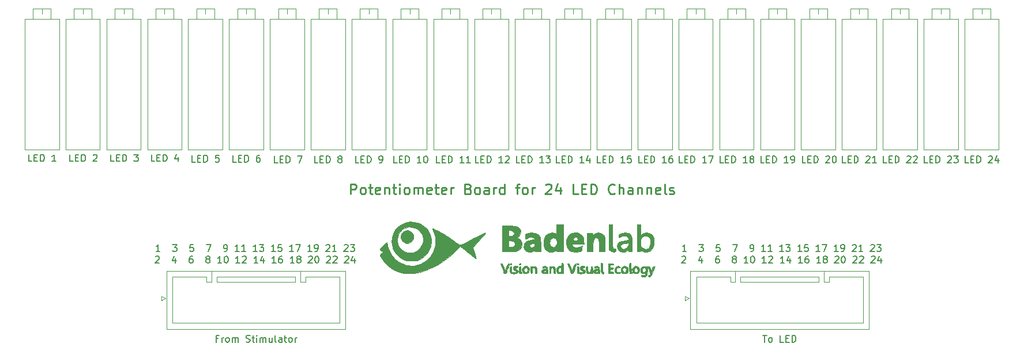
<source format=gbr>
G04 #@! TF.GenerationSoftware,KiCad,Pcbnew,(5.0.0)*
G04 #@! TF.CreationDate,2019-02-27T09:15:48+01:00*
G04 #@! TF.ProjectId,Potentiometer_mount_24LED,506F74656E74696F6D657465725F6D6F,rev?*
G04 #@! TF.SameCoordinates,Original*
G04 #@! TF.FileFunction,Legend,Top*
G04 #@! TF.FilePolarity,Positive*
%FSLAX46Y46*%
G04 Gerber Fmt 4.6, Leading zero omitted, Abs format (unit mm)*
G04 Created by KiCad (PCBNEW (5.0.0)) date 02/27/19 09:15:48*
%MOMM*%
%LPD*%
G01*
G04 APERTURE LIST*
%ADD10C,0.200000*%
%ADD11C,0.250000*%
%ADD12C,0.120000*%
%ADD13C,0.010000*%
%ADD14C,0.150000*%
G04 APERTURE END LIST*
D10*
X115900000Y-78102380D02*
X115328571Y-78102380D01*
X115614285Y-78102380D02*
X115614285Y-77102380D01*
X115519047Y-77245238D01*
X115423809Y-77340476D01*
X115328571Y-77388095D01*
X117757142Y-77102380D02*
X118376190Y-77102380D01*
X118042857Y-77483333D01*
X118185714Y-77483333D01*
X118280952Y-77530952D01*
X118328571Y-77578571D01*
X118376190Y-77673809D01*
X118376190Y-77911904D01*
X118328571Y-78007142D01*
X118280952Y-78054761D01*
X118185714Y-78102380D01*
X117900000Y-78102380D01*
X117804761Y-78054761D01*
X117757142Y-78007142D01*
X120804761Y-77102380D02*
X120328571Y-77102380D01*
X120280952Y-77578571D01*
X120328571Y-77530952D01*
X120423809Y-77483333D01*
X120661904Y-77483333D01*
X120757142Y-77530952D01*
X120804761Y-77578571D01*
X120852380Y-77673809D01*
X120852380Y-77911904D01*
X120804761Y-78007142D01*
X120757142Y-78054761D01*
X120661904Y-78102380D01*
X120423809Y-78102380D01*
X120328571Y-78054761D01*
X120280952Y-78007142D01*
X122709523Y-77102380D02*
X123376190Y-77102380D01*
X122947619Y-78102380D01*
X125328571Y-78102380D02*
X125519047Y-78102380D01*
X125614285Y-78054761D01*
X125661904Y-78007142D01*
X125757142Y-77864285D01*
X125804761Y-77673809D01*
X125804761Y-77292857D01*
X125757142Y-77197619D01*
X125709523Y-77150000D01*
X125614285Y-77102380D01*
X125423809Y-77102380D01*
X125328571Y-77150000D01*
X125280952Y-77197619D01*
X125233333Y-77292857D01*
X125233333Y-77530952D01*
X125280952Y-77626190D01*
X125328571Y-77673809D01*
X125423809Y-77721428D01*
X125614285Y-77721428D01*
X125709523Y-77673809D01*
X125757142Y-77626190D01*
X125804761Y-77530952D01*
X127519047Y-78102380D02*
X126947619Y-78102380D01*
X127233333Y-78102380D02*
X127233333Y-77102380D01*
X127138095Y-77245238D01*
X127042857Y-77340476D01*
X126947619Y-77388095D01*
X128471428Y-78102380D02*
X127900000Y-78102380D01*
X128185714Y-78102380D02*
X128185714Y-77102380D01*
X128090476Y-77245238D01*
X127995238Y-77340476D01*
X127900000Y-77388095D01*
X130185714Y-78102380D02*
X129614285Y-78102380D01*
X129900000Y-78102380D02*
X129900000Y-77102380D01*
X129804761Y-77245238D01*
X129709523Y-77340476D01*
X129614285Y-77388095D01*
X130519047Y-77102380D02*
X131138095Y-77102380D01*
X130804761Y-77483333D01*
X130947619Y-77483333D01*
X131042857Y-77530952D01*
X131090476Y-77578571D01*
X131138095Y-77673809D01*
X131138095Y-77911904D01*
X131090476Y-78007142D01*
X131042857Y-78054761D01*
X130947619Y-78102380D01*
X130661904Y-78102380D01*
X130566666Y-78054761D01*
X130519047Y-78007142D01*
X132852380Y-78102380D02*
X132280952Y-78102380D01*
X132566666Y-78102380D02*
X132566666Y-77102380D01*
X132471428Y-77245238D01*
X132376190Y-77340476D01*
X132280952Y-77388095D01*
X133757142Y-77102380D02*
X133280952Y-77102380D01*
X133233333Y-77578571D01*
X133280952Y-77530952D01*
X133376190Y-77483333D01*
X133614285Y-77483333D01*
X133709523Y-77530952D01*
X133757142Y-77578571D01*
X133804761Y-77673809D01*
X133804761Y-77911904D01*
X133757142Y-78007142D01*
X133709523Y-78054761D01*
X133614285Y-78102380D01*
X133376190Y-78102380D01*
X133280952Y-78054761D01*
X133233333Y-78007142D01*
X135519047Y-78102380D02*
X134947619Y-78102380D01*
X135233333Y-78102380D02*
X135233333Y-77102380D01*
X135138095Y-77245238D01*
X135042857Y-77340476D01*
X134947619Y-77388095D01*
X135852380Y-77102380D02*
X136519047Y-77102380D01*
X136090476Y-78102380D01*
X138185714Y-78102380D02*
X137614285Y-78102380D01*
X137900000Y-78102380D02*
X137900000Y-77102380D01*
X137804761Y-77245238D01*
X137709523Y-77340476D01*
X137614285Y-77388095D01*
X138661904Y-78102380D02*
X138852380Y-78102380D01*
X138947619Y-78054761D01*
X138995238Y-78007142D01*
X139090476Y-77864285D01*
X139138095Y-77673809D01*
X139138095Y-77292857D01*
X139090476Y-77197619D01*
X139042857Y-77150000D01*
X138947619Y-77102380D01*
X138757142Y-77102380D01*
X138661904Y-77150000D01*
X138614285Y-77197619D01*
X138566666Y-77292857D01*
X138566666Y-77530952D01*
X138614285Y-77626190D01*
X138661904Y-77673809D01*
X138757142Y-77721428D01*
X138947619Y-77721428D01*
X139042857Y-77673809D01*
X139090476Y-77626190D01*
X139138095Y-77530952D01*
X140280952Y-77197619D02*
X140328571Y-77150000D01*
X140423809Y-77102380D01*
X140661904Y-77102380D01*
X140757142Y-77150000D01*
X140804761Y-77197619D01*
X140852380Y-77292857D01*
X140852380Y-77388095D01*
X140804761Y-77530952D01*
X140233333Y-78102380D01*
X140852380Y-78102380D01*
X141804761Y-78102380D02*
X141233333Y-78102380D01*
X141519047Y-78102380D02*
X141519047Y-77102380D01*
X141423809Y-77245238D01*
X141328571Y-77340476D01*
X141233333Y-77388095D01*
X142947619Y-77197619D02*
X142995238Y-77150000D01*
X143090476Y-77102380D01*
X143328571Y-77102380D01*
X143423809Y-77150000D01*
X143471428Y-77197619D01*
X143519047Y-77292857D01*
X143519047Y-77388095D01*
X143471428Y-77530952D01*
X142900000Y-78102380D01*
X143519047Y-78102380D01*
X143852380Y-77102380D02*
X144471428Y-77102380D01*
X144138095Y-77483333D01*
X144280952Y-77483333D01*
X144376190Y-77530952D01*
X144423809Y-77578571D01*
X144471428Y-77673809D01*
X144471428Y-77911904D01*
X144423809Y-78007142D01*
X144376190Y-78054761D01*
X144280952Y-78102380D01*
X143995238Y-78102380D01*
X143900000Y-78054761D01*
X143852380Y-78007142D01*
X115233333Y-78897619D02*
X115280952Y-78850000D01*
X115376190Y-78802380D01*
X115614285Y-78802380D01*
X115709523Y-78850000D01*
X115757142Y-78897619D01*
X115804761Y-78992857D01*
X115804761Y-79088095D01*
X115757142Y-79230952D01*
X115185714Y-79802380D01*
X115804761Y-79802380D01*
X118185714Y-79135714D02*
X118185714Y-79802380D01*
X117947619Y-78754761D02*
X117709523Y-79469047D01*
X118328571Y-79469047D01*
X120661904Y-78802380D02*
X120471428Y-78802380D01*
X120376190Y-78850000D01*
X120328571Y-78897619D01*
X120233333Y-79040476D01*
X120185714Y-79230952D01*
X120185714Y-79611904D01*
X120233333Y-79707142D01*
X120280952Y-79754761D01*
X120376190Y-79802380D01*
X120566666Y-79802380D01*
X120661904Y-79754761D01*
X120709523Y-79707142D01*
X120757142Y-79611904D01*
X120757142Y-79373809D01*
X120709523Y-79278571D01*
X120661904Y-79230952D01*
X120566666Y-79183333D01*
X120376190Y-79183333D01*
X120280952Y-79230952D01*
X120233333Y-79278571D01*
X120185714Y-79373809D01*
X122852380Y-79230952D02*
X122757142Y-79183333D01*
X122709523Y-79135714D01*
X122661904Y-79040476D01*
X122661904Y-78992857D01*
X122709523Y-78897619D01*
X122757142Y-78850000D01*
X122852380Y-78802380D01*
X123042857Y-78802380D01*
X123138095Y-78850000D01*
X123185714Y-78897619D01*
X123233333Y-78992857D01*
X123233333Y-79040476D01*
X123185714Y-79135714D01*
X123138095Y-79183333D01*
X123042857Y-79230952D01*
X122852380Y-79230952D01*
X122757142Y-79278571D01*
X122709523Y-79326190D01*
X122661904Y-79421428D01*
X122661904Y-79611904D01*
X122709523Y-79707142D01*
X122757142Y-79754761D01*
X122852380Y-79802380D01*
X123042857Y-79802380D01*
X123138095Y-79754761D01*
X123185714Y-79707142D01*
X123233333Y-79611904D01*
X123233333Y-79421428D01*
X123185714Y-79326190D01*
X123138095Y-79278571D01*
X123042857Y-79230952D01*
X124947619Y-79802380D02*
X124376190Y-79802380D01*
X124661904Y-79802380D02*
X124661904Y-78802380D01*
X124566666Y-78945238D01*
X124471428Y-79040476D01*
X124376190Y-79088095D01*
X125566666Y-78802380D02*
X125661904Y-78802380D01*
X125757142Y-78850000D01*
X125804761Y-78897619D01*
X125852380Y-78992857D01*
X125899999Y-79183333D01*
X125899999Y-79421428D01*
X125852380Y-79611904D01*
X125804761Y-79707142D01*
X125757142Y-79754761D01*
X125661904Y-79802380D01*
X125566666Y-79802380D01*
X125471428Y-79754761D01*
X125423809Y-79707142D01*
X125376190Y-79611904D01*
X125328571Y-79421428D01*
X125328571Y-79183333D01*
X125376190Y-78992857D01*
X125423809Y-78897619D01*
X125471428Y-78850000D01*
X125566666Y-78802380D01*
X127614285Y-79802380D02*
X127042857Y-79802380D01*
X127328571Y-79802380D02*
X127328571Y-78802380D01*
X127233333Y-78945238D01*
X127138095Y-79040476D01*
X127042857Y-79088095D01*
X127995238Y-78897619D02*
X128042857Y-78850000D01*
X128138095Y-78802380D01*
X128376190Y-78802380D01*
X128471428Y-78850000D01*
X128519047Y-78897619D01*
X128566666Y-78992857D01*
X128566666Y-79088095D01*
X128519047Y-79230952D01*
X127947619Y-79802380D01*
X128566666Y-79802380D01*
X130280952Y-79802380D02*
X129709523Y-79802380D01*
X129995238Y-79802380D02*
X129995238Y-78802380D01*
X129899999Y-78945238D01*
X129804761Y-79040476D01*
X129709523Y-79088095D01*
X131138095Y-79135714D02*
X131138095Y-79802380D01*
X130899999Y-78754761D02*
X130661904Y-79469047D01*
X131280952Y-79469047D01*
X132947619Y-79802380D02*
X132376190Y-79802380D01*
X132661904Y-79802380D02*
X132661904Y-78802380D01*
X132566666Y-78945238D01*
X132471428Y-79040476D01*
X132376190Y-79088095D01*
X133804761Y-78802380D02*
X133614285Y-78802380D01*
X133519047Y-78850000D01*
X133471428Y-78897619D01*
X133376190Y-79040476D01*
X133328571Y-79230952D01*
X133328571Y-79611904D01*
X133376190Y-79707142D01*
X133423809Y-79754761D01*
X133519047Y-79802380D01*
X133709523Y-79802380D01*
X133804761Y-79754761D01*
X133852380Y-79707142D01*
X133899999Y-79611904D01*
X133899999Y-79373809D01*
X133852380Y-79278571D01*
X133804761Y-79230952D01*
X133709523Y-79183333D01*
X133519047Y-79183333D01*
X133423809Y-79230952D01*
X133376190Y-79278571D01*
X133328571Y-79373809D01*
X135614285Y-79802380D02*
X135042857Y-79802380D01*
X135328571Y-79802380D02*
X135328571Y-78802380D01*
X135233333Y-78945238D01*
X135138095Y-79040476D01*
X135042857Y-79088095D01*
X136185714Y-79230952D02*
X136090476Y-79183333D01*
X136042857Y-79135714D01*
X135995238Y-79040476D01*
X135995238Y-78992857D01*
X136042857Y-78897619D01*
X136090476Y-78850000D01*
X136185714Y-78802380D01*
X136376190Y-78802380D01*
X136471428Y-78850000D01*
X136519047Y-78897619D01*
X136566666Y-78992857D01*
X136566666Y-79040476D01*
X136519047Y-79135714D01*
X136471428Y-79183333D01*
X136376190Y-79230952D01*
X136185714Y-79230952D01*
X136090476Y-79278571D01*
X136042857Y-79326190D01*
X135995238Y-79421428D01*
X135995238Y-79611904D01*
X136042857Y-79707142D01*
X136090476Y-79754761D01*
X136185714Y-79802380D01*
X136376190Y-79802380D01*
X136471428Y-79754761D01*
X136519047Y-79707142D01*
X136566666Y-79611904D01*
X136566666Y-79421428D01*
X136519047Y-79326190D01*
X136471428Y-79278571D01*
X136376190Y-79230952D01*
X137709523Y-78897619D02*
X137757142Y-78850000D01*
X137852380Y-78802380D01*
X138090476Y-78802380D01*
X138185714Y-78850000D01*
X138233333Y-78897619D01*
X138280952Y-78992857D01*
X138280952Y-79088095D01*
X138233333Y-79230952D01*
X137661904Y-79802380D01*
X138280952Y-79802380D01*
X138899999Y-78802380D02*
X138995238Y-78802380D01*
X139090476Y-78850000D01*
X139138095Y-78897619D01*
X139185714Y-78992857D01*
X139233333Y-79183333D01*
X139233333Y-79421428D01*
X139185714Y-79611904D01*
X139138095Y-79707142D01*
X139090476Y-79754761D01*
X138995238Y-79802380D01*
X138899999Y-79802380D01*
X138804761Y-79754761D01*
X138757142Y-79707142D01*
X138709523Y-79611904D01*
X138661904Y-79421428D01*
X138661904Y-79183333D01*
X138709523Y-78992857D01*
X138757142Y-78897619D01*
X138804761Y-78850000D01*
X138899999Y-78802380D01*
X140376190Y-78897619D02*
X140423809Y-78850000D01*
X140519047Y-78802380D01*
X140757142Y-78802380D01*
X140852380Y-78850000D01*
X140899999Y-78897619D01*
X140947619Y-78992857D01*
X140947619Y-79088095D01*
X140899999Y-79230952D01*
X140328571Y-79802380D01*
X140947619Y-79802380D01*
X141328571Y-78897619D02*
X141376190Y-78850000D01*
X141471428Y-78802380D01*
X141709523Y-78802380D01*
X141804761Y-78850000D01*
X141852380Y-78897619D01*
X141899999Y-78992857D01*
X141899999Y-79088095D01*
X141852380Y-79230952D01*
X141280952Y-79802380D01*
X141899999Y-79802380D01*
X143042857Y-78897619D02*
X143090476Y-78850000D01*
X143185714Y-78802380D01*
X143423809Y-78802380D01*
X143519047Y-78850000D01*
X143566666Y-78897619D01*
X143614285Y-78992857D01*
X143614285Y-79088095D01*
X143566666Y-79230952D01*
X142995238Y-79802380D01*
X143614285Y-79802380D01*
X144471428Y-79135714D02*
X144471428Y-79802380D01*
X144233333Y-78754761D02*
X143995238Y-79469047D01*
X144614285Y-79469047D01*
X38599999Y-78102380D02*
X38028571Y-78102380D01*
X38314285Y-78102380D02*
X38314285Y-77102380D01*
X38219047Y-77245238D01*
X38123809Y-77340476D01*
X38028571Y-77388095D01*
X40457142Y-77102380D02*
X41076190Y-77102380D01*
X40742857Y-77483333D01*
X40885714Y-77483333D01*
X40980952Y-77530952D01*
X41028571Y-77578571D01*
X41076190Y-77673809D01*
X41076190Y-77911904D01*
X41028571Y-78007142D01*
X40980952Y-78054761D01*
X40885714Y-78102380D01*
X40599999Y-78102380D01*
X40504761Y-78054761D01*
X40457142Y-78007142D01*
X43504761Y-77102380D02*
X43028571Y-77102380D01*
X42980952Y-77578571D01*
X43028571Y-77530952D01*
X43123809Y-77483333D01*
X43361904Y-77483333D01*
X43457142Y-77530952D01*
X43504761Y-77578571D01*
X43552380Y-77673809D01*
X43552380Y-77911904D01*
X43504761Y-78007142D01*
X43457142Y-78054761D01*
X43361904Y-78102380D01*
X43123809Y-78102380D01*
X43028571Y-78054761D01*
X42980952Y-78007142D01*
X45409523Y-77102380D02*
X46076190Y-77102380D01*
X45647619Y-78102380D01*
X48028571Y-78102380D02*
X48219047Y-78102380D01*
X48314285Y-78054761D01*
X48361904Y-78007142D01*
X48457142Y-77864285D01*
X48504761Y-77673809D01*
X48504761Y-77292857D01*
X48457142Y-77197619D01*
X48409523Y-77150000D01*
X48314285Y-77102380D01*
X48123809Y-77102380D01*
X48028571Y-77150000D01*
X47980952Y-77197619D01*
X47933333Y-77292857D01*
X47933333Y-77530952D01*
X47980952Y-77626190D01*
X48028571Y-77673809D01*
X48123809Y-77721428D01*
X48314285Y-77721428D01*
X48409523Y-77673809D01*
X48457142Y-77626190D01*
X48504761Y-77530952D01*
X50219047Y-78102380D02*
X49647619Y-78102380D01*
X49933333Y-78102380D02*
X49933333Y-77102380D01*
X49838095Y-77245238D01*
X49742857Y-77340476D01*
X49647619Y-77388095D01*
X51171428Y-78102380D02*
X50599999Y-78102380D01*
X50885714Y-78102380D02*
X50885714Y-77102380D01*
X50790476Y-77245238D01*
X50695238Y-77340476D01*
X50599999Y-77388095D01*
X52885714Y-78102380D02*
X52314285Y-78102380D01*
X52599999Y-78102380D02*
X52599999Y-77102380D01*
X52504761Y-77245238D01*
X52409523Y-77340476D01*
X52314285Y-77388095D01*
X53219047Y-77102380D02*
X53838095Y-77102380D01*
X53504761Y-77483333D01*
X53647619Y-77483333D01*
X53742857Y-77530952D01*
X53790476Y-77578571D01*
X53838095Y-77673809D01*
X53838095Y-77911904D01*
X53790476Y-78007142D01*
X53742857Y-78054761D01*
X53647619Y-78102380D01*
X53361904Y-78102380D01*
X53266666Y-78054761D01*
X53219047Y-78007142D01*
X55552380Y-78102380D02*
X54980952Y-78102380D01*
X55266666Y-78102380D02*
X55266666Y-77102380D01*
X55171428Y-77245238D01*
X55076190Y-77340476D01*
X54980952Y-77388095D01*
X56457142Y-77102380D02*
X55980952Y-77102380D01*
X55933333Y-77578571D01*
X55980952Y-77530952D01*
X56076190Y-77483333D01*
X56314285Y-77483333D01*
X56409523Y-77530952D01*
X56457142Y-77578571D01*
X56504761Y-77673809D01*
X56504761Y-77911904D01*
X56457142Y-78007142D01*
X56409523Y-78054761D01*
X56314285Y-78102380D01*
X56076190Y-78102380D01*
X55980952Y-78054761D01*
X55933333Y-78007142D01*
X58219047Y-78102380D02*
X57647619Y-78102380D01*
X57933333Y-78102380D02*
X57933333Y-77102380D01*
X57838095Y-77245238D01*
X57742857Y-77340476D01*
X57647619Y-77388095D01*
X58552380Y-77102380D02*
X59219047Y-77102380D01*
X58790476Y-78102380D01*
X60885714Y-78102380D02*
X60314285Y-78102380D01*
X60599999Y-78102380D02*
X60599999Y-77102380D01*
X60504761Y-77245238D01*
X60409523Y-77340476D01*
X60314285Y-77388095D01*
X61361904Y-78102380D02*
X61552380Y-78102380D01*
X61647619Y-78054761D01*
X61695238Y-78007142D01*
X61790476Y-77864285D01*
X61838095Y-77673809D01*
X61838095Y-77292857D01*
X61790476Y-77197619D01*
X61742857Y-77150000D01*
X61647619Y-77102380D01*
X61457142Y-77102380D01*
X61361904Y-77150000D01*
X61314285Y-77197619D01*
X61266666Y-77292857D01*
X61266666Y-77530952D01*
X61314285Y-77626190D01*
X61361904Y-77673809D01*
X61457142Y-77721428D01*
X61647619Y-77721428D01*
X61742857Y-77673809D01*
X61790476Y-77626190D01*
X61838095Y-77530952D01*
X62980952Y-77197619D02*
X63028571Y-77150000D01*
X63123809Y-77102380D01*
X63361904Y-77102380D01*
X63457142Y-77150000D01*
X63504761Y-77197619D01*
X63552380Y-77292857D01*
X63552380Y-77388095D01*
X63504761Y-77530952D01*
X62933333Y-78102380D01*
X63552380Y-78102380D01*
X64504761Y-78102380D02*
X63933333Y-78102380D01*
X64219047Y-78102380D02*
X64219047Y-77102380D01*
X64123809Y-77245238D01*
X64028571Y-77340476D01*
X63933333Y-77388095D01*
X65647619Y-77197619D02*
X65695238Y-77150000D01*
X65790476Y-77102380D01*
X66028571Y-77102380D01*
X66123809Y-77150000D01*
X66171428Y-77197619D01*
X66219047Y-77292857D01*
X66219047Y-77388095D01*
X66171428Y-77530952D01*
X65599999Y-78102380D01*
X66219047Y-78102380D01*
X66552380Y-77102380D02*
X67171428Y-77102380D01*
X66838095Y-77483333D01*
X66980952Y-77483333D01*
X67076190Y-77530952D01*
X67123809Y-77578571D01*
X67171428Y-77673809D01*
X67171428Y-77911904D01*
X67123809Y-78007142D01*
X67076190Y-78054761D01*
X66980952Y-78102380D01*
X66695238Y-78102380D01*
X66599999Y-78054761D01*
X66552380Y-78007142D01*
X37933333Y-78897619D02*
X37980952Y-78850000D01*
X38076190Y-78802380D01*
X38314285Y-78802380D01*
X38409523Y-78850000D01*
X38457142Y-78897619D01*
X38504761Y-78992857D01*
X38504761Y-79088095D01*
X38457142Y-79230952D01*
X37885714Y-79802380D01*
X38504761Y-79802380D01*
X40885714Y-79135714D02*
X40885714Y-79802380D01*
X40647619Y-78754761D02*
X40409523Y-79469047D01*
X41028571Y-79469047D01*
X43361904Y-78802380D02*
X43171428Y-78802380D01*
X43076190Y-78850000D01*
X43028571Y-78897619D01*
X42933333Y-79040476D01*
X42885714Y-79230952D01*
X42885714Y-79611904D01*
X42933333Y-79707142D01*
X42980952Y-79754761D01*
X43076190Y-79802380D01*
X43266666Y-79802380D01*
X43361904Y-79754761D01*
X43409523Y-79707142D01*
X43457142Y-79611904D01*
X43457142Y-79373809D01*
X43409523Y-79278571D01*
X43361904Y-79230952D01*
X43266666Y-79183333D01*
X43076190Y-79183333D01*
X42980952Y-79230952D01*
X42933333Y-79278571D01*
X42885714Y-79373809D01*
X45552380Y-79230952D02*
X45457142Y-79183333D01*
X45409523Y-79135714D01*
X45361904Y-79040476D01*
X45361904Y-78992857D01*
X45409523Y-78897619D01*
X45457142Y-78850000D01*
X45552380Y-78802380D01*
X45742857Y-78802380D01*
X45838095Y-78850000D01*
X45885714Y-78897619D01*
X45933333Y-78992857D01*
X45933333Y-79040476D01*
X45885714Y-79135714D01*
X45838095Y-79183333D01*
X45742857Y-79230952D01*
X45552380Y-79230952D01*
X45457142Y-79278571D01*
X45409523Y-79326190D01*
X45361904Y-79421428D01*
X45361904Y-79611904D01*
X45409523Y-79707142D01*
X45457142Y-79754761D01*
X45552380Y-79802380D01*
X45742857Y-79802380D01*
X45838095Y-79754761D01*
X45885714Y-79707142D01*
X45933333Y-79611904D01*
X45933333Y-79421428D01*
X45885714Y-79326190D01*
X45838095Y-79278571D01*
X45742857Y-79230952D01*
X47647619Y-79802380D02*
X47076190Y-79802380D01*
X47361904Y-79802380D02*
X47361904Y-78802380D01*
X47266666Y-78945238D01*
X47171428Y-79040476D01*
X47076190Y-79088095D01*
X48266666Y-78802380D02*
X48361904Y-78802380D01*
X48457142Y-78850000D01*
X48504761Y-78897619D01*
X48552380Y-78992857D01*
X48599999Y-79183333D01*
X48599999Y-79421428D01*
X48552380Y-79611904D01*
X48504761Y-79707142D01*
X48457142Y-79754761D01*
X48361904Y-79802380D01*
X48266666Y-79802380D01*
X48171428Y-79754761D01*
X48123809Y-79707142D01*
X48076190Y-79611904D01*
X48028571Y-79421428D01*
X48028571Y-79183333D01*
X48076190Y-78992857D01*
X48123809Y-78897619D01*
X48171428Y-78850000D01*
X48266666Y-78802380D01*
X50314285Y-79802380D02*
X49742857Y-79802380D01*
X50028571Y-79802380D02*
X50028571Y-78802380D01*
X49933333Y-78945238D01*
X49838095Y-79040476D01*
X49742857Y-79088095D01*
X50695238Y-78897619D02*
X50742857Y-78850000D01*
X50838095Y-78802380D01*
X51076190Y-78802380D01*
X51171428Y-78850000D01*
X51219047Y-78897619D01*
X51266666Y-78992857D01*
X51266666Y-79088095D01*
X51219047Y-79230952D01*
X50647619Y-79802380D01*
X51266666Y-79802380D01*
X52980952Y-79802380D02*
X52409523Y-79802380D01*
X52695238Y-79802380D02*
X52695238Y-78802380D01*
X52599999Y-78945238D01*
X52504761Y-79040476D01*
X52409523Y-79088095D01*
X53838095Y-79135714D02*
X53838095Y-79802380D01*
X53599999Y-78754761D02*
X53361904Y-79469047D01*
X53980952Y-79469047D01*
X55647619Y-79802380D02*
X55076190Y-79802380D01*
X55361904Y-79802380D02*
X55361904Y-78802380D01*
X55266666Y-78945238D01*
X55171428Y-79040476D01*
X55076190Y-79088095D01*
X56504761Y-78802380D02*
X56314285Y-78802380D01*
X56219047Y-78850000D01*
X56171428Y-78897619D01*
X56076190Y-79040476D01*
X56028571Y-79230952D01*
X56028571Y-79611904D01*
X56076190Y-79707142D01*
X56123809Y-79754761D01*
X56219047Y-79802380D01*
X56409523Y-79802380D01*
X56504761Y-79754761D01*
X56552380Y-79707142D01*
X56599999Y-79611904D01*
X56599999Y-79373809D01*
X56552380Y-79278571D01*
X56504761Y-79230952D01*
X56409523Y-79183333D01*
X56219047Y-79183333D01*
X56123809Y-79230952D01*
X56076190Y-79278571D01*
X56028571Y-79373809D01*
X58314285Y-79802380D02*
X57742857Y-79802380D01*
X58028571Y-79802380D02*
X58028571Y-78802380D01*
X57933333Y-78945238D01*
X57838095Y-79040476D01*
X57742857Y-79088095D01*
X58885714Y-79230952D02*
X58790476Y-79183333D01*
X58742857Y-79135714D01*
X58695238Y-79040476D01*
X58695238Y-78992857D01*
X58742857Y-78897619D01*
X58790476Y-78850000D01*
X58885714Y-78802380D01*
X59076190Y-78802380D01*
X59171428Y-78850000D01*
X59219047Y-78897619D01*
X59266666Y-78992857D01*
X59266666Y-79040476D01*
X59219047Y-79135714D01*
X59171428Y-79183333D01*
X59076190Y-79230952D01*
X58885714Y-79230952D01*
X58790476Y-79278571D01*
X58742857Y-79326190D01*
X58695238Y-79421428D01*
X58695238Y-79611904D01*
X58742857Y-79707142D01*
X58790476Y-79754761D01*
X58885714Y-79802380D01*
X59076190Y-79802380D01*
X59171428Y-79754761D01*
X59219047Y-79707142D01*
X59266666Y-79611904D01*
X59266666Y-79421428D01*
X59219047Y-79326190D01*
X59171428Y-79278571D01*
X59076190Y-79230952D01*
X60409523Y-78897619D02*
X60457142Y-78850000D01*
X60552380Y-78802380D01*
X60790476Y-78802380D01*
X60885714Y-78850000D01*
X60933333Y-78897619D01*
X60980952Y-78992857D01*
X60980952Y-79088095D01*
X60933333Y-79230952D01*
X60361904Y-79802380D01*
X60980952Y-79802380D01*
X61599999Y-78802380D02*
X61695238Y-78802380D01*
X61790476Y-78850000D01*
X61838095Y-78897619D01*
X61885714Y-78992857D01*
X61933333Y-79183333D01*
X61933333Y-79421428D01*
X61885714Y-79611904D01*
X61838095Y-79707142D01*
X61790476Y-79754761D01*
X61695238Y-79802380D01*
X61599999Y-79802380D01*
X61504761Y-79754761D01*
X61457142Y-79707142D01*
X61409523Y-79611904D01*
X61361904Y-79421428D01*
X61361904Y-79183333D01*
X61409523Y-78992857D01*
X61457142Y-78897619D01*
X61504761Y-78850000D01*
X61599999Y-78802380D01*
X63076190Y-78897619D02*
X63123809Y-78850000D01*
X63219047Y-78802380D01*
X63457142Y-78802380D01*
X63552380Y-78850000D01*
X63599999Y-78897619D01*
X63647619Y-78992857D01*
X63647619Y-79088095D01*
X63599999Y-79230952D01*
X63028571Y-79802380D01*
X63647619Y-79802380D01*
X64028571Y-78897619D02*
X64076190Y-78850000D01*
X64171428Y-78802380D01*
X64409523Y-78802380D01*
X64504761Y-78850000D01*
X64552380Y-78897619D01*
X64599999Y-78992857D01*
X64599999Y-79088095D01*
X64552380Y-79230952D01*
X63980952Y-79802380D01*
X64599999Y-79802380D01*
X65742857Y-78897619D02*
X65790476Y-78850000D01*
X65885714Y-78802380D01*
X66123809Y-78802380D01*
X66219047Y-78850000D01*
X66266666Y-78897619D01*
X66314285Y-78992857D01*
X66314285Y-79088095D01*
X66266666Y-79230952D01*
X65695238Y-79802380D01*
X66314285Y-79802380D01*
X67171428Y-79135714D02*
X67171428Y-79802380D01*
X66933333Y-78754761D02*
X66695238Y-79469047D01*
X67314285Y-79469047D01*
D11*
X66585714Y-69678571D02*
X66585714Y-68178571D01*
X67157142Y-68178571D01*
X67299999Y-68250000D01*
X67371428Y-68321428D01*
X67442857Y-68464285D01*
X67442857Y-68678571D01*
X67371428Y-68821428D01*
X67299999Y-68892857D01*
X67157142Y-68964285D01*
X66585714Y-68964285D01*
X68299999Y-69678571D02*
X68157142Y-69607142D01*
X68085714Y-69535714D01*
X68014285Y-69392857D01*
X68014285Y-68964285D01*
X68085714Y-68821428D01*
X68157142Y-68750000D01*
X68299999Y-68678571D01*
X68514285Y-68678571D01*
X68657142Y-68750000D01*
X68728571Y-68821428D01*
X68799999Y-68964285D01*
X68799999Y-69392857D01*
X68728571Y-69535714D01*
X68657142Y-69607142D01*
X68514285Y-69678571D01*
X68299999Y-69678571D01*
X69228571Y-68678571D02*
X69799999Y-68678571D01*
X69442857Y-68178571D02*
X69442857Y-69464285D01*
X69514285Y-69607142D01*
X69657142Y-69678571D01*
X69799999Y-69678571D01*
X70871428Y-69607142D02*
X70728571Y-69678571D01*
X70442857Y-69678571D01*
X70299999Y-69607142D01*
X70228571Y-69464285D01*
X70228571Y-68892857D01*
X70299999Y-68750000D01*
X70442857Y-68678571D01*
X70728571Y-68678571D01*
X70871428Y-68750000D01*
X70942857Y-68892857D01*
X70942857Y-69035714D01*
X70228571Y-69178571D01*
X71585714Y-68678571D02*
X71585714Y-69678571D01*
X71585714Y-68821428D02*
X71657142Y-68750000D01*
X71799999Y-68678571D01*
X72014285Y-68678571D01*
X72157142Y-68750000D01*
X72228571Y-68892857D01*
X72228571Y-69678571D01*
X72728571Y-68678571D02*
X73299999Y-68678571D01*
X72942857Y-68178571D02*
X72942857Y-69464285D01*
X73014285Y-69607142D01*
X73157142Y-69678571D01*
X73299999Y-69678571D01*
X73799999Y-69678571D02*
X73799999Y-68678571D01*
X73799999Y-68178571D02*
X73728571Y-68250000D01*
X73799999Y-68321428D01*
X73871428Y-68250000D01*
X73799999Y-68178571D01*
X73799999Y-68321428D01*
X74728571Y-69678571D02*
X74585714Y-69607142D01*
X74514285Y-69535714D01*
X74442857Y-69392857D01*
X74442857Y-68964285D01*
X74514285Y-68821428D01*
X74585714Y-68750000D01*
X74728571Y-68678571D01*
X74942857Y-68678571D01*
X75085714Y-68750000D01*
X75157142Y-68821428D01*
X75228571Y-68964285D01*
X75228571Y-69392857D01*
X75157142Y-69535714D01*
X75085714Y-69607142D01*
X74942857Y-69678571D01*
X74728571Y-69678571D01*
X75871428Y-69678571D02*
X75871428Y-68678571D01*
X75871428Y-68821428D02*
X75942857Y-68750000D01*
X76085714Y-68678571D01*
X76299999Y-68678571D01*
X76442857Y-68750000D01*
X76514285Y-68892857D01*
X76514285Y-69678571D01*
X76514285Y-68892857D02*
X76585714Y-68750000D01*
X76728571Y-68678571D01*
X76942857Y-68678571D01*
X77085714Y-68750000D01*
X77157142Y-68892857D01*
X77157142Y-69678571D01*
X78442857Y-69607142D02*
X78299999Y-69678571D01*
X78014285Y-69678571D01*
X77871428Y-69607142D01*
X77799999Y-69464285D01*
X77799999Y-68892857D01*
X77871428Y-68750000D01*
X78014285Y-68678571D01*
X78299999Y-68678571D01*
X78442857Y-68750000D01*
X78514285Y-68892857D01*
X78514285Y-69035714D01*
X77799999Y-69178571D01*
X78942857Y-68678571D02*
X79514285Y-68678571D01*
X79157142Y-68178571D02*
X79157142Y-69464285D01*
X79228571Y-69607142D01*
X79371428Y-69678571D01*
X79514285Y-69678571D01*
X80585714Y-69607142D02*
X80442857Y-69678571D01*
X80157142Y-69678571D01*
X80014285Y-69607142D01*
X79942857Y-69464285D01*
X79942857Y-68892857D01*
X80014285Y-68750000D01*
X80157142Y-68678571D01*
X80442857Y-68678571D01*
X80585714Y-68750000D01*
X80657142Y-68892857D01*
X80657142Y-69035714D01*
X79942857Y-69178571D01*
X81299999Y-69678571D02*
X81299999Y-68678571D01*
X81299999Y-68964285D02*
X81371428Y-68821428D01*
X81442857Y-68750000D01*
X81585714Y-68678571D01*
X81728571Y-68678571D01*
X83871428Y-68892857D02*
X84085714Y-68964285D01*
X84157142Y-69035714D01*
X84228571Y-69178571D01*
X84228571Y-69392857D01*
X84157142Y-69535714D01*
X84085714Y-69607142D01*
X83942857Y-69678571D01*
X83371428Y-69678571D01*
X83371428Y-68178571D01*
X83871428Y-68178571D01*
X84014285Y-68250000D01*
X84085714Y-68321428D01*
X84157142Y-68464285D01*
X84157142Y-68607142D01*
X84085714Y-68750000D01*
X84014285Y-68821428D01*
X83871428Y-68892857D01*
X83371428Y-68892857D01*
X85085714Y-69678571D02*
X84942857Y-69607142D01*
X84871428Y-69535714D01*
X84799999Y-69392857D01*
X84799999Y-68964285D01*
X84871428Y-68821428D01*
X84942857Y-68750000D01*
X85085714Y-68678571D01*
X85299999Y-68678571D01*
X85442857Y-68750000D01*
X85514285Y-68821428D01*
X85585714Y-68964285D01*
X85585714Y-69392857D01*
X85514285Y-69535714D01*
X85442857Y-69607142D01*
X85299999Y-69678571D01*
X85085714Y-69678571D01*
X86871428Y-69678571D02*
X86871428Y-68892857D01*
X86799999Y-68750000D01*
X86657142Y-68678571D01*
X86371428Y-68678571D01*
X86228571Y-68750000D01*
X86871428Y-69607142D02*
X86728571Y-69678571D01*
X86371428Y-69678571D01*
X86228571Y-69607142D01*
X86157142Y-69464285D01*
X86157142Y-69321428D01*
X86228571Y-69178571D01*
X86371428Y-69107142D01*
X86728571Y-69107142D01*
X86871428Y-69035714D01*
X87585714Y-69678571D02*
X87585714Y-68678571D01*
X87585714Y-68964285D02*
X87657142Y-68821428D01*
X87728571Y-68750000D01*
X87871428Y-68678571D01*
X88014285Y-68678571D01*
X89157142Y-69678571D02*
X89157142Y-68178571D01*
X89157142Y-69607142D02*
X89014285Y-69678571D01*
X88728571Y-69678571D01*
X88585714Y-69607142D01*
X88514285Y-69535714D01*
X88442857Y-69392857D01*
X88442857Y-68964285D01*
X88514285Y-68821428D01*
X88585714Y-68750000D01*
X88728571Y-68678571D01*
X89014285Y-68678571D01*
X89157142Y-68750000D01*
X90799999Y-68678571D02*
X91371428Y-68678571D01*
X91014285Y-69678571D02*
X91014285Y-68392857D01*
X91085714Y-68250000D01*
X91228571Y-68178571D01*
X91371428Y-68178571D01*
X92085714Y-69678571D02*
X91942857Y-69607142D01*
X91871428Y-69535714D01*
X91800000Y-69392857D01*
X91800000Y-68964285D01*
X91871428Y-68821428D01*
X91942857Y-68750000D01*
X92085714Y-68678571D01*
X92300000Y-68678571D01*
X92442857Y-68750000D01*
X92514285Y-68821428D01*
X92585714Y-68964285D01*
X92585714Y-69392857D01*
X92514285Y-69535714D01*
X92442857Y-69607142D01*
X92300000Y-69678571D01*
X92085714Y-69678571D01*
X93228571Y-69678571D02*
X93228571Y-68678571D01*
X93228571Y-68964285D02*
X93300000Y-68821428D01*
X93371428Y-68750000D01*
X93514285Y-68678571D01*
X93657142Y-68678571D01*
X95228571Y-68321428D02*
X95300000Y-68250000D01*
X95442857Y-68178571D01*
X95800000Y-68178571D01*
X95942857Y-68250000D01*
X96014285Y-68321428D01*
X96085714Y-68464285D01*
X96085714Y-68607142D01*
X96014285Y-68821428D01*
X95157142Y-69678571D01*
X96085714Y-69678571D01*
X97371428Y-68678571D02*
X97371428Y-69678571D01*
X97014285Y-68107142D02*
X96657142Y-69178571D01*
X97585714Y-69178571D01*
X100014285Y-69678571D02*
X99300000Y-69678571D01*
X99300000Y-68178571D01*
X100514285Y-68892857D02*
X101014285Y-68892857D01*
X101228571Y-69678571D02*
X100514285Y-69678571D01*
X100514285Y-68178571D01*
X101228571Y-68178571D01*
X101871428Y-69678571D02*
X101871428Y-68178571D01*
X102228571Y-68178571D01*
X102442857Y-68250000D01*
X102585714Y-68392857D01*
X102657142Y-68535714D01*
X102728571Y-68821428D01*
X102728571Y-69035714D01*
X102657142Y-69321428D01*
X102585714Y-69464285D01*
X102442857Y-69607142D01*
X102228571Y-69678571D01*
X101871428Y-69678571D01*
X105371428Y-69535714D02*
X105300000Y-69607142D01*
X105085714Y-69678571D01*
X104942857Y-69678571D01*
X104728571Y-69607142D01*
X104585714Y-69464285D01*
X104514285Y-69321428D01*
X104442857Y-69035714D01*
X104442857Y-68821428D01*
X104514285Y-68535714D01*
X104585714Y-68392857D01*
X104728571Y-68250000D01*
X104942857Y-68178571D01*
X105085714Y-68178571D01*
X105300000Y-68250000D01*
X105371428Y-68321428D01*
X106014285Y-69678571D02*
X106014285Y-68178571D01*
X106657142Y-69678571D02*
X106657142Y-68892857D01*
X106585714Y-68750000D01*
X106442857Y-68678571D01*
X106228571Y-68678571D01*
X106085714Y-68750000D01*
X106014285Y-68821428D01*
X108014285Y-69678571D02*
X108014285Y-68892857D01*
X107942857Y-68750000D01*
X107800000Y-68678571D01*
X107514285Y-68678571D01*
X107371428Y-68750000D01*
X108014285Y-69607142D02*
X107871428Y-69678571D01*
X107514285Y-69678571D01*
X107371428Y-69607142D01*
X107300000Y-69464285D01*
X107300000Y-69321428D01*
X107371428Y-69178571D01*
X107514285Y-69107142D01*
X107871428Y-69107142D01*
X108014285Y-69035714D01*
X108728571Y-68678571D02*
X108728571Y-69678571D01*
X108728571Y-68821428D02*
X108800000Y-68750000D01*
X108942857Y-68678571D01*
X109157142Y-68678571D01*
X109300000Y-68750000D01*
X109371428Y-68892857D01*
X109371428Y-69678571D01*
X110085714Y-68678571D02*
X110085714Y-69678571D01*
X110085714Y-68821428D02*
X110157142Y-68750000D01*
X110300000Y-68678571D01*
X110514285Y-68678571D01*
X110657142Y-68750000D01*
X110728571Y-68892857D01*
X110728571Y-69678571D01*
X112014285Y-69607142D02*
X111871428Y-69678571D01*
X111585714Y-69678571D01*
X111442857Y-69607142D01*
X111371428Y-69464285D01*
X111371428Y-68892857D01*
X111442857Y-68750000D01*
X111585714Y-68678571D01*
X111871428Y-68678571D01*
X112014285Y-68750000D01*
X112085714Y-68892857D01*
X112085714Y-69035714D01*
X111371428Y-69178571D01*
X112942857Y-69678571D02*
X112800000Y-69607142D01*
X112728571Y-69464285D01*
X112728571Y-68178571D01*
X113442857Y-69607142D02*
X113585714Y-69678571D01*
X113871428Y-69678571D01*
X114014285Y-69607142D01*
X114085714Y-69464285D01*
X114085714Y-69392857D01*
X114014285Y-69250000D01*
X113871428Y-69178571D01*
X113657142Y-69178571D01*
X113514285Y-69107142D01*
X113442857Y-68964285D01*
X113442857Y-68892857D01*
X113514285Y-68750000D01*
X113657142Y-68678571D01*
X113871428Y-68678571D01*
X114014285Y-68750000D01*
D12*
G04 #@! TO.C,LED 1*
X21270000Y-42360000D02*
X21270000Y-43119000D01*
X22570000Y-43879000D02*
X19970000Y-43879000D01*
X22570000Y-42360000D02*
X19970000Y-42360000D01*
X19970000Y-42360000D02*
X19970000Y-43879000D01*
X22570000Y-42360000D02*
X22570000Y-43879000D01*
X23790000Y-63120000D02*
X18750000Y-63120000D01*
X23790000Y-43880000D02*
X18750000Y-43880000D01*
X18750000Y-43880000D02*
X18750000Y-63120000D01*
X23790000Y-43880000D02*
X23790000Y-63120000D01*
G04 #@! TO.C,LED 2*
X29790000Y-43880000D02*
X29790000Y-63120000D01*
X24750000Y-43880000D02*
X24750000Y-63120000D01*
X29790000Y-43880000D02*
X24750000Y-43880000D01*
X29790000Y-63120000D02*
X24750000Y-63120000D01*
X28570000Y-42360000D02*
X28570000Y-43879000D01*
X25970000Y-42360000D02*
X25970000Y-43879000D01*
X28570000Y-42360000D02*
X25970000Y-42360000D01*
X28570000Y-43879000D02*
X25970000Y-43879000D01*
X27270000Y-42360000D02*
X27270000Y-43119000D01*
G04 #@! TO.C,LED 3*
X33270000Y-42360000D02*
X33270000Y-43119000D01*
X34570000Y-43879000D02*
X31970000Y-43879000D01*
X34570000Y-42360000D02*
X31970000Y-42360000D01*
X31970000Y-42360000D02*
X31970000Y-43879000D01*
X34570000Y-42360000D02*
X34570000Y-43879000D01*
X35790000Y-63120000D02*
X30750000Y-63120000D01*
X35790000Y-43880000D02*
X30750000Y-43880000D01*
X30750000Y-43880000D02*
X30750000Y-63120000D01*
X35790000Y-43880000D02*
X35790000Y-63120000D01*
G04 #@! TO.C,LED 4*
X41790000Y-43880000D02*
X41790000Y-63120000D01*
X36750000Y-43880000D02*
X36750000Y-63120000D01*
X41790000Y-43880000D02*
X36750000Y-43880000D01*
X41790000Y-63120000D02*
X36750000Y-63120000D01*
X40570000Y-42360000D02*
X40570000Y-43879000D01*
X37970000Y-42360000D02*
X37970000Y-43879000D01*
X40570000Y-42360000D02*
X37970000Y-42360000D01*
X40570000Y-43879000D02*
X37970000Y-43879000D01*
X39270000Y-42360000D02*
X39270000Y-43119000D01*
G04 #@! TO.C,From Stimulator*
X38790000Y-84700000D02*
X39390000Y-85000000D01*
X38790000Y-85300000D02*
X38790000Y-84700000D01*
X39390000Y-85000000D02*
X38790000Y-85300000D01*
X65810000Y-80990000D02*
X39590000Y-80990000D01*
X65810000Y-89510000D02*
X65810000Y-80990000D01*
X39590000Y-89510000D02*
X65810000Y-89510000D01*
X39590000Y-80990000D02*
X39590000Y-89510000D01*
X64950000Y-88650000D02*
X52700000Y-88650000D01*
X64950000Y-81850000D02*
X64950000Y-88650000D01*
X59950000Y-81850000D02*
X64950000Y-81850000D01*
X59950000Y-82600000D02*
X59950000Y-81850000D01*
X59200000Y-82600000D02*
X59950000Y-82600000D01*
X59200000Y-80990000D02*
X59200000Y-82600000D01*
X40450000Y-88650000D02*
X52700000Y-88650000D01*
X40450000Y-81850000D02*
X40450000Y-88650000D01*
X45450000Y-81850000D02*
X40450000Y-81850000D01*
X45450000Y-82600000D02*
X45450000Y-81850000D01*
X46200000Y-82600000D02*
X45450000Y-82600000D01*
X46200000Y-80990000D02*
X46200000Y-82600000D01*
X58450000Y-81850000D02*
X46950000Y-81850000D01*
X58450000Y-82600000D02*
X58450000Y-81850000D01*
X46950000Y-82600000D02*
X58450000Y-82600000D01*
X46950000Y-81850000D02*
X46950000Y-82600000D01*
G04 #@! TO.C,To LED*
X123850000Y-81850000D02*
X123850000Y-82600000D01*
X123850000Y-82600000D02*
X135350000Y-82600000D01*
X135350000Y-82600000D02*
X135350000Y-81850000D01*
X135350000Y-81850000D02*
X123850000Y-81850000D01*
X123100000Y-80990000D02*
X123100000Y-82600000D01*
X123100000Y-82600000D02*
X122350000Y-82600000D01*
X122350000Y-82600000D02*
X122350000Y-81850000D01*
X122350000Y-81850000D02*
X117350000Y-81850000D01*
X117350000Y-81850000D02*
X117350000Y-88650000D01*
X117350000Y-88650000D02*
X129600000Y-88650000D01*
X136100000Y-80990000D02*
X136100000Y-82600000D01*
X136100000Y-82600000D02*
X136850000Y-82600000D01*
X136850000Y-82600000D02*
X136850000Y-81850000D01*
X136850000Y-81850000D02*
X141850000Y-81850000D01*
X141850000Y-81850000D02*
X141850000Y-88650000D01*
X141850000Y-88650000D02*
X129600000Y-88650000D01*
X116490000Y-80990000D02*
X116490000Y-89510000D01*
X116490000Y-89510000D02*
X142710000Y-89510000D01*
X142710000Y-89510000D02*
X142710000Y-80990000D01*
X142710000Y-80990000D02*
X116490000Y-80990000D01*
X116290000Y-85000000D02*
X115690000Y-85300000D01*
X115690000Y-85300000D02*
X115690000Y-84700000D01*
X115690000Y-84700000D02*
X116290000Y-85000000D01*
G04 #@! TO.C,LED 5*
X47790000Y-43880000D02*
X47790000Y-63120000D01*
X42750000Y-43880000D02*
X42750000Y-63120000D01*
X47790000Y-43880000D02*
X42750000Y-43880000D01*
X47790000Y-63120000D02*
X42750000Y-63120000D01*
X46570000Y-42360000D02*
X46570000Y-43879000D01*
X43970000Y-42360000D02*
X43970000Y-43879000D01*
X46570000Y-42360000D02*
X43970000Y-42360000D01*
X46570000Y-43879000D02*
X43970000Y-43879000D01*
X45270000Y-42360000D02*
X45270000Y-43119000D01*
G04 #@! TO.C,LED 6*
X51270000Y-42360000D02*
X51270000Y-43119000D01*
X52570000Y-43879000D02*
X49970000Y-43879000D01*
X52570000Y-42360000D02*
X49970000Y-42360000D01*
X49970000Y-42360000D02*
X49970000Y-43879000D01*
X52570000Y-42360000D02*
X52570000Y-43879000D01*
X53790000Y-63120000D02*
X48750000Y-63120000D01*
X53790000Y-43880000D02*
X48750000Y-43880000D01*
X48750000Y-43880000D02*
X48750000Y-63120000D01*
X53790000Y-43880000D02*
X53790000Y-63120000D01*
G04 #@! TO.C,LED 7*
X59790000Y-43880000D02*
X59790000Y-63120000D01*
X54750000Y-43880000D02*
X54750000Y-63120000D01*
X59790000Y-43880000D02*
X54750000Y-43880000D01*
X59790000Y-63120000D02*
X54750000Y-63120000D01*
X58570000Y-42360000D02*
X58570000Y-43879000D01*
X55970000Y-42360000D02*
X55970000Y-43879000D01*
X58570000Y-42360000D02*
X55970000Y-42360000D01*
X58570000Y-43879000D02*
X55970000Y-43879000D01*
X57270000Y-42360000D02*
X57270000Y-43119000D01*
G04 #@! TO.C,LED 8*
X63270000Y-42360000D02*
X63270000Y-43119000D01*
X64570000Y-43879000D02*
X61970000Y-43879000D01*
X64570000Y-42360000D02*
X61970000Y-42360000D01*
X61970000Y-42360000D02*
X61970000Y-43879000D01*
X64570000Y-42360000D02*
X64570000Y-43879000D01*
X65790000Y-63120000D02*
X60750000Y-63120000D01*
X65790000Y-43880000D02*
X60750000Y-43880000D01*
X60750000Y-43880000D02*
X60750000Y-63120000D01*
X65790000Y-43880000D02*
X65790000Y-63120000D01*
G04 #@! TO.C,LED 9*
X71790000Y-43880000D02*
X71790000Y-63120000D01*
X66750000Y-43880000D02*
X66750000Y-63120000D01*
X71790000Y-43880000D02*
X66750000Y-43880000D01*
X71790000Y-63120000D02*
X66750000Y-63120000D01*
X70570000Y-42360000D02*
X70570000Y-43879000D01*
X67970000Y-42360000D02*
X67970000Y-43879000D01*
X70570000Y-42360000D02*
X67970000Y-42360000D01*
X70570000Y-43879000D02*
X67970000Y-43879000D01*
X69270000Y-42360000D02*
X69270000Y-43119000D01*
G04 #@! TO.C,LED 10*
X75270000Y-42360000D02*
X75270000Y-43119000D01*
X76570000Y-43879000D02*
X73970000Y-43879000D01*
X76570000Y-42360000D02*
X73970000Y-42360000D01*
X73970000Y-42360000D02*
X73970000Y-43879000D01*
X76570000Y-42360000D02*
X76570000Y-43879000D01*
X77790000Y-63120000D02*
X72750000Y-63120000D01*
X77790000Y-43880000D02*
X72750000Y-43880000D01*
X72750000Y-43880000D02*
X72750000Y-63120000D01*
X77790000Y-43880000D02*
X77790000Y-63120000D01*
G04 #@! TO.C, LED 11*
X83790000Y-43880000D02*
X83790000Y-63120000D01*
X78750000Y-43880000D02*
X78750000Y-63120000D01*
X83790000Y-43880000D02*
X78750000Y-43880000D01*
X83790000Y-63120000D02*
X78750000Y-63120000D01*
X82570000Y-42360000D02*
X82570000Y-43879000D01*
X79970000Y-42360000D02*
X79970000Y-43879000D01*
X82570000Y-42360000D02*
X79970000Y-42360000D01*
X82570000Y-43879000D02*
X79970000Y-43879000D01*
X81270000Y-42360000D02*
X81270000Y-43119000D01*
G04 #@! TO.C,LED 12*
X89790000Y-43880000D02*
X89790000Y-63120000D01*
X84750000Y-43880000D02*
X84750000Y-63120000D01*
X89790000Y-43880000D02*
X84750000Y-43880000D01*
X89790000Y-63120000D02*
X84750000Y-63120000D01*
X88570000Y-42360000D02*
X88570000Y-43879000D01*
X85970000Y-42360000D02*
X85970000Y-43879000D01*
X88570000Y-42360000D02*
X85970000Y-42360000D01*
X88570000Y-43879000D02*
X85970000Y-43879000D01*
X87270000Y-42360000D02*
X87270000Y-43119000D01*
G04 #@! TO.C,LED 13*
X95790000Y-43880000D02*
X95790000Y-63120000D01*
X90750000Y-43880000D02*
X90750000Y-63120000D01*
X95790000Y-43880000D02*
X90750000Y-43880000D01*
X95790000Y-63120000D02*
X90750000Y-63120000D01*
X94570000Y-42360000D02*
X94570000Y-43879000D01*
X91970000Y-42360000D02*
X91970000Y-43879000D01*
X94570000Y-42360000D02*
X91970000Y-42360000D01*
X94570000Y-43879000D02*
X91970000Y-43879000D01*
X93270000Y-42360000D02*
X93270000Y-43119000D01*
G04 #@! TO.C,LED 14*
X99270000Y-42360000D02*
X99270000Y-43119000D01*
X100570000Y-43879000D02*
X97970000Y-43879000D01*
X100570000Y-42360000D02*
X97970000Y-42360000D01*
X97970000Y-42360000D02*
X97970000Y-43879000D01*
X100570000Y-42360000D02*
X100570000Y-43879000D01*
X101790000Y-63120000D02*
X96750000Y-63120000D01*
X101790000Y-43880000D02*
X96750000Y-43880000D01*
X96750000Y-43880000D02*
X96750000Y-63120000D01*
X101790000Y-43880000D02*
X101790000Y-63120000D01*
G04 #@! TO.C,LED 15*
X107790000Y-43880000D02*
X107790000Y-63120000D01*
X102750000Y-43880000D02*
X102750000Y-63120000D01*
X107790000Y-43880000D02*
X102750000Y-43880000D01*
X107790000Y-63120000D02*
X102750000Y-63120000D01*
X106570000Y-42360000D02*
X106570000Y-43879000D01*
X103970000Y-42360000D02*
X103970000Y-43879000D01*
X106570000Y-42360000D02*
X103970000Y-42360000D01*
X106570000Y-43879000D02*
X103970000Y-43879000D01*
X105270000Y-42360000D02*
X105270000Y-43119000D01*
G04 #@! TO.C,LED 16*
X111270000Y-42360000D02*
X111270000Y-43119000D01*
X112570000Y-43879000D02*
X109970000Y-43879000D01*
X112570000Y-42360000D02*
X109970000Y-42360000D01*
X109970000Y-42360000D02*
X109970000Y-43879000D01*
X112570000Y-42360000D02*
X112570000Y-43879000D01*
X113790000Y-63120000D02*
X108750000Y-63120000D01*
X113790000Y-43880000D02*
X108750000Y-43880000D01*
X108750000Y-43880000D02*
X108750000Y-63120000D01*
X113790000Y-43880000D02*
X113790000Y-63120000D01*
G04 #@! TO.C,LED 17*
X119790000Y-43880000D02*
X119790000Y-63120000D01*
X114750000Y-43880000D02*
X114750000Y-63120000D01*
X119790000Y-43880000D02*
X114750000Y-43880000D01*
X119790000Y-63120000D02*
X114750000Y-63120000D01*
X118570000Y-42360000D02*
X118570000Y-43879000D01*
X115970000Y-42360000D02*
X115970000Y-43879000D01*
X118570000Y-42360000D02*
X115970000Y-42360000D01*
X118570000Y-43879000D02*
X115970000Y-43879000D01*
X117270000Y-42360000D02*
X117270000Y-43119000D01*
G04 #@! TO.C,LED 18*
X123270000Y-42360000D02*
X123270000Y-43119000D01*
X124570000Y-43879000D02*
X121970000Y-43879000D01*
X124570000Y-42360000D02*
X121970000Y-42360000D01*
X121970000Y-42360000D02*
X121970000Y-43879000D01*
X124570000Y-42360000D02*
X124570000Y-43879000D01*
X125790000Y-63120000D02*
X120750000Y-63120000D01*
X125790000Y-43880000D02*
X120750000Y-43880000D01*
X120750000Y-43880000D02*
X120750000Y-63120000D01*
X125790000Y-43880000D02*
X125790000Y-63120000D01*
G04 #@! TO.C,LED 19*
X131790000Y-43880000D02*
X131790000Y-63120000D01*
X126750000Y-43880000D02*
X126750000Y-63120000D01*
X131790000Y-43880000D02*
X126750000Y-43880000D01*
X131790000Y-63120000D02*
X126750000Y-63120000D01*
X130570000Y-42360000D02*
X130570000Y-43879000D01*
X127970000Y-42360000D02*
X127970000Y-43879000D01*
X130570000Y-42360000D02*
X127970000Y-42360000D01*
X130570000Y-43879000D02*
X127970000Y-43879000D01*
X129270000Y-42360000D02*
X129270000Y-43119000D01*
G04 #@! TO.C,LED 20*
X135270000Y-42360000D02*
X135270000Y-43119000D01*
X136570000Y-43879000D02*
X133970000Y-43879000D01*
X136570000Y-42360000D02*
X133970000Y-42360000D01*
X133970000Y-42360000D02*
X133970000Y-43879000D01*
X136570000Y-42360000D02*
X136570000Y-43879000D01*
X137790000Y-63120000D02*
X132750000Y-63120000D01*
X137790000Y-43880000D02*
X132750000Y-43880000D01*
X132750000Y-43880000D02*
X132750000Y-63120000D01*
X137790000Y-43880000D02*
X137790000Y-63120000D01*
G04 #@! TO.C,LED 21*
X143790000Y-43880000D02*
X143790000Y-63120000D01*
X138750000Y-43880000D02*
X138750000Y-63120000D01*
X143790000Y-43880000D02*
X138750000Y-43880000D01*
X143790000Y-63120000D02*
X138750000Y-63120000D01*
X142570000Y-42360000D02*
X142570000Y-43879000D01*
X139970000Y-42360000D02*
X139970000Y-43879000D01*
X142570000Y-42360000D02*
X139970000Y-42360000D01*
X142570000Y-43879000D02*
X139970000Y-43879000D01*
X141270000Y-42360000D02*
X141270000Y-43119000D01*
G04 #@! TO.C,LED 22*
X147270000Y-42360000D02*
X147270000Y-43119000D01*
X148570000Y-43879000D02*
X145970000Y-43879000D01*
X148570000Y-42360000D02*
X145970000Y-42360000D01*
X145970000Y-42360000D02*
X145970000Y-43879000D01*
X148570000Y-42360000D02*
X148570000Y-43879000D01*
X149790000Y-63120000D02*
X144750000Y-63120000D01*
X149790000Y-43880000D02*
X144750000Y-43880000D01*
X144750000Y-43880000D02*
X144750000Y-63120000D01*
X149790000Y-43880000D02*
X149790000Y-63120000D01*
G04 #@! TO.C,LED 23*
X155790000Y-43880000D02*
X155790000Y-63120000D01*
X150750000Y-43880000D02*
X150750000Y-63120000D01*
X155790000Y-43880000D02*
X150750000Y-43880000D01*
X155790000Y-63120000D02*
X150750000Y-63120000D01*
X154570000Y-42360000D02*
X154570000Y-43879000D01*
X151970000Y-42360000D02*
X151970000Y-43879000D01*
X154570000Y-42360000D02*
X151970000Y-42360000D01*
X154570000Y-43879000D02*
X151970000Y-43879000D01*
X153270000Y-42360000D02*
X153270000Y-43119000D01*
G04 #@! TO.C,LED 24*
X159270000Y-42360000D02*
X159270000Y-43119000D01*
X160570000Y-43879000D02*
X157970000Y-43879000D01*
X160570000Y-42360000D02*
X157970000Y-42360000D01*
X157970000Y-42360000D02*
X157970000Y-43879000D01*
X160570000Y-42360000D02*
X160570000Y-43879000D01*
X161790000Y-63120000D02*
X156750000Y-63120000D01*
X161790000Y-43880000D02*
X156750000Y-43880000D01*
X156750000Y-43880000D02*
X156750000Y-63120000D01*
X161790000Y-43880000D02*
X161790000Y-63120000D01*
D13*
G04 #@! TO.C,G\002A\002A\002A*
G36*
X75202773Y-75067885D02*
X75462998Y-75213069D01*
X75656409Y-75427056D01*
X75777020Y-75687114D01*
X75818843Y-75970512D01*
X75775890Y-76254518D01*
X75642175Y-76516399D01*
X75411711Y-76733425D01*
X75345250Y-76774123D01*
X75047067Y-76894034D01*
X74760664Y-76899319D01*
X74454181Y-76792144D01*
X74190529Y-76603764D01*
X74028703Y-76345858D01*
X73963685Y-76009663D01*
X73961857Y-75932137D01*
X74015495Y-75584488D01*
X74168956Y-75309698D01*
X74411057Y-75118926D01*
X74730616Y-75023330D01*
X74881721Y-75014237D01*
X75202773Y-75067885D01*
X75202773Y-75067885D01*
G37*
X75202773Y-75067885D02*
X75462998Y-75213069D01*
X75656409Y-75427056D01*
X75777020Y-75687114D01*
X75818843Y-75970512D01*
X75775890Y-76254518D01*
X75642175Y-76516399D01*
X75411711Y-76733425D01*
X75345250Y-76774123D01*
X75047067Y-76894034D01*
X74760664Y-76899319D01*
X74454181Y-76792144D01*
X74190529Y-76603764D01*
X74028703Y-76345858D01*
X73963685Y-76009663D01*
X73961857Y-75932137D01*
X74015495Y-75584488D01*
X74168956Y-75309698D01*
X74411057Y-75118926D01*
X74730616Y-75023330D01*
X74881721Y-75014237D01*
X75202773Y-75067885D01*
G36*
X103247860Y-75362482D02*
X103537683Y-75486346D01*
X103774184Y-75708969D01*
X103805674Y-75754080D01*
X103848874Y-75837077D01*
X103881051Y-75948822D01*
X103904354Y-76109457D01*
X103920928Y-76339128D01*
X103932922Y-76657978D01*
X103941370Y-77027111D01*
X103962490Y-78125500D01*
X103063000Y-78125500D01*
X103063000Y-77341225D01*
X103057667Y-77019396D01*
X103043158Y-76727367D01*
X103021707Y-76497842D01*
X102996339Y-76365728D01*
X102879309Y-76176303D01*
X102709711Y-76084079D01*
X102515638Y-76102795D01*
X102485950Y-76116122D01*
X102367122Y-76194911D01*
X102282048Y-76307602D01*
X102225532Y-76474240D01*
X102192378Y-76714868D01*
X102177388Y-77049529D01*
X102174936Y-77315875D01*
X102174000Y-78125500D01*
X101285000Y-78125500D01*
X101285000Y-75395000D01*
X101729500Y-75395000D01*
X101961629Y-75397041D01*
X102094467Y-75410224D01*
X102155723Y-75445134D01*
X102173103Y-75512356D01*
X102174000Y-75564818D01*
X102174000Y-75734637D01*
X102316875Y-75608687D01*
X102611614Y-75421129D01*
X102930556Y-75339902D01*
X103247860Y-75362482D01*
X103247860Y-75362482D01*
G37*
X103247860Y-75362482D02*
X103537683Y-75486346D01*
X103774184Y-75708969D01*
X103805674Y-75754080D01*
X103848874Y-75837077D01*
X103881051Y-75948822D01*
X103904354Y-76109457D01*
X103920928Y-76339128D01*
X103932922Y-76657978D01*
X103941370Y-77027111D01*
X103962490Y-78125500D01*
X103063000Y-78125500D01*
X103063000Y-77341225D01*
X103057667Y-77019396D01*
X103043158Y-76727367D01*
X103021707Y-76497842D01*
X102996339Y-76365728D01*
X102879309Y-76176303D01*
X102709711Y-76084079D01*
X102515638Y-76102795D01*
X102485950Y-76116122D01*
X102367122Y-76194911D01*
X102282048Y-76307602D01*
X102225532Y-76474240D01*
X102192378Y-76714868D01*
X102177388Y-77049529D01*
X102174936Y-77315875D01*
X102174000Y-78125500D01*
X101285000Y-78125500D01*
X101285000Y-75395000D01*
X101729500Y-75395000D01*
X101961629Y-75397041D01*
X102094467Y-75410224D01*
X102155723Y-75445134D01*
X102173103Y-75512356D01*
X102174000Y-75564818D01*
X102174000Y-75734637D01*
X102316875Y-75608687D01*
X102611614Y-75421129D01*
X102930556Y-75339902D01*
X103247860Y-75362482D01*
G36*
X89839125Y-74325561D02*
X90223099Y-74335884D01*
X90504277Y-74348413D01*
X90706853Y-74366573D01*
X90855024Y-74393786D01*
X90972987Y-74433478D01*
X91084939Y-74489072D01*
X91115350Y-74506156D01*
X91375232Y-74703982D01*
X91522576Y-74946115D01*
X91569496Y-75252540D01*
X91569500Y-75255456D01*
X91519236Y-75518434D01*
X91387515Y-75770541D01*
X91202938Y-75962905D01*
X91128965Y-76008167D01*
X90977992Y-76083435D01*
X91194371Y-76174953D01*
X91460943Y-76348044D01*
X91638499Y-76588403D01*
X91726425Y-76872116D01*
X91724107Y-77175268D01*
X91630928Y-77473944D01*
X91446276Y-77744230D01*
X91239204Y-77919395D01*
X91138020Y-77983425D01*
X91042567Y-78029965D01*
X90930380Y-78062316D01*
X90778992Y-78083778D01*
X90565937Y-78097649D01*
X90268748Y-78107230D01*
X89907475Y-78114977D01*
X88839000Y-78136204D01*
X88839000Y-76538000D01*
X89791500Y-76538000D01*
X89791500Y-77427000D01*
X90140750Y-77427000D01*
X90381228Y-77412366D01*
X90537718Y-77361284D01*
X90617000Y-77300000D01*
X90737281Y-77112137D01*
X90745732Y-76923096D01*
X90655778Y-76752678D01*
X90480843Y-76620686D01*
X90234351Y-76546924D01*
X90100436Y-76538000D01*
X89791500Y-76538000D01*
X88839000Y-76538000D01*
X88839000Y-75014000D01*
X89791500Y-75014000D01*
X89791500Y-75839500D01*
X90072641Y-75839500D01*
X90273780Y-75822719D01*
X90405665Y-75757506D01*
X90485391Y-75672186D01*
X90594103Y-75496626D01*
X90596479Y-75352808D01*
X90490557Y-75200126D01*
X90461136Y-75169863D01*
X90286289Y-75050591D01*
X90059232Y-75014047D01*
X90048386Y-75014000D01*
X89791500Y-75014000D01*
X88839000Y-75014000D01*
X88839000Y-74302193D01*
X89839125Y-74325561D01*
X89839125Y-74325561D01*
G37*
X89839125Y-74325561D02*
X90223099Y-74335884D01*
X90504277Y-74348413D01*
X90706853Y-74366573D01*
X90855024Y-74393786D01*
X90972987Y-74433478D01*
X91084939Y-74489072D01*
X91115350Y-74506156D01*
X91375232Y-74703982D01*
X91522576Y-74946115D01*
X91569496Y-75252540D01*
X91569500Y-75255456D01*
X91519236Y-75518434D01*
X91387515Y-75770541D01*
X91202938Y-75962905D01*
X91128965Y-76008167D01*
X90977992Y-76083435D01*
X91194371Y-76174953D01*
X91460943Y-76348044D01*
X91638499Y-76588403D01*
X91726425Y-76872116D01*
X91724107Y-77175268D01*
X91630928Y-77473944D01*
X91446276Y-77744230D01*
X91239204Y-77919395D01*
X91138020Y-77983425D01*
X91042567Y-78029965D01*
X90930380Y-78062316D01*
X90778992Y-78083778D01*
X90565937Y-78097649D01*
X90268748Y-78107230D01*
X89907475Y-78114977D01*
X88839000Y-78136204D01*
X88839000Y-76538000D01*
X89791500Y-76538000D01*
X89791500Y-77427000D01*
X90140750Y-77427000D01*
X90381228Y-77412366D01*
X90537718Y-77361284D01*
X90617000Y-77300000D01*
X90737281Y-77112137D01*
X90745732Y-76923096D01*
X90655778Y-76752678D01*
X90480843Y-76620686D01*
X90234351Y-76546924D01*
X90100436Y-76538000D01*
X89791500Y-76538000D01*
X88839000Y-76538000D01*
X88839000Y-75014000D01*
X89791500Y-75014000D01*
X89791500Y-75839500D01*
X90072641Y-75839500D01*
X90273780Y-75822719D01*
X90405665Y-75757506D01*
X90485391Y-75672186D01*
X90594103Y-75496626D01*
X90596479Y-75352808D01*
X90490557Y-75200126D01*
X90461136Y-75169863D01*
X90286289Y-75050591D01*
X90059232Y-75014047D01*
X90048386Y-75014000D01*
X89791500Y-75014000D01*
X88839000Y-75014000D01*
X88839000Y-74302193D01*
X89839125Y-74325561D01*
G36*
X109159000Y-75718963D02*
X109383926Y-75547403D01*
X109668012Y-75400876D01*
X109989836Y-75346014D01*
X110316898Y-75377817D01*
X110616697Y-75491281D01*
X110856733Y-75681403D01*
X110933766Y-75785947D01*
X111082828Y-76139755D01*
X111151353Y-76550916D01*
X111140032Y-76979153D01*
X111049557Y-77384193D01*
X110901013Y-77695620D01*
X110666965Y-77944950D01*
X110362567Y-78110986D01*
X110019537Y-78186008D01*
X109669593Y-78162297D01*
X109396184Y-78061876D01*
X109245885Y-77988656D01*
X109175767Y-77980268D01*
X109159000Y-78030126D01*
X109117208Y-78096410D01*
X108978536Y-78123747D01*
X108905000Y-78125500D01*
X108651000Y-78125500D01*
X108651000Y-76787722D01*
X109190750Y-76787722D01*
X109190750Y-76798429D01*
X109192456Y-77071993D01*
X109203454Y-77250912D01*
X109232564Y-77367539D01*
X109288604Y-77454229D01*
X109380393Y-77543334D01*
X109398126Y-77559208D01*
X109654466Y-77710653D01*
X109939349Y-77742094D01*
X110233090Y-77652047D01*
X110418927Y-77490136D01*
X110556453Y-77240382D01*
X110636301Y-76935824D01*
X110649098Y-76609501D01*
X110602828Y-76348304D01*
X110466289Y-76070500D01*
X110261885Y-75884213D01*
X110014226Y-75795956D01*
X109747919Y-75812244D01*
X109487577Y-75939591D01*
X109387179Y-76026512D01*
X109294010Y-76125797D01*
X109236218Y-76218414D01*
X109205367Y-76337508D01*
X109193023Y-76516229D01*
X109190750Y-76787722D01*
X108651000Y-76787722D01*
X108651000Y-74125000D01*
X109159000Y-74125000D01*
X109159000Y-75718963D01*
X109159000Y-75718963D01*
G37*
X109159000Y-75718963D02*
X109383926Y-75547403D01*
X109668012Y-75400876D01*
X109989836Y-75346014D01*
X110316898Y-75377817D01*
X110616697Y-75491281D01*
X110856733Y-75681403D01*
X110933766Y-75785947D01*
X111082828Y-76139755D01*
X111151353Y-76550916D01*
X111140032Y-76979153D01*
X111049557Y-77384193D01*
X110901013Y-77695620D01*
X110666965Y-77944950D01*
X110362567Y-78110986D01*
X110019537Y-78186008D01*
X109669593Y-78162297D01*
X109396184Y-78061876D01*
X109245885Y-77988656D01*
X109175767Y-77980268D01*
X109159000Y-78030126D01*
X109117208Y-78096410D01*
X108978536Y-78123747D01*
X108905000Y-78125500D01*
X108651000Y-78125500D01*
X108651000Y-76787722D01*
X109190750Y-76787722D01*
X109190750Y-76798429D01*
X109192456Y-77071993D01*
X109203454Y-77250912D01*
X109232564Y-77367539D01*
X109288604Y-77454229D01*
X109380393Y-77543334D01*
X109398126Y-77559208D01*
X109654466Y-77710653D01*
X109939349Y-77742094D01*
X110233090Y-77652047D01*
X110418927Y-77490136D01*
X110556453Y-77240382D01*
X110636301Y-76935824D01*
X110649098Y-76609501D01*
X110602828Y-76348304D01*
X110466289Y-76070500D01*
X110261885Y-75884213D01*
X110014226Y-75795956D01*
X109747919Y-75812244D01*
X109487577Y-75939591D01*
X109387179Y-76026512D01*
X109294010Y-76125797D01*
X109236218Y-76218414D01*
X109205367Y-76337508D01*
X109193023Y-76516229D01*
X109190750Y-76787722D01*
X108651000Y-76787722D01*
X108651000Y-74125000D01*
X109159000Y-74125000D01*
X109159000Y-75718963D01*
G36*
X107214895Y-75368508D02*
X107411738Y-75430526D01*
X107570356Y-75515885D01*
X107689603Y-75613345D01*
X107775003Y-75741432D01*
X107832082Y-75918670D01*
X107866364Y-76163587D01*
X107883373Y-76494707D01*
X107888634Y-76930557D01*
X107888762Y-77030125D01*
X107889000Y-78125500D01*
X107635000Y-78125500D01*
X107468544Y-78114676D01*
X107395047Y-78071371D01*
X107381000Y-78000413D01*
X107373326Y-77928401D01*
X107331526Y-77920355D01*
X107227433Y-77980145D01*
X107149888Y-78032163D01*
X106863800Y-78157032D01*
X106537552Y-78191918D01*
X106220223Y-78135487D01*
X106061792Y-78061733D01*
X105863238Y-77885312D01*
X105756743Y-77644282D01*
X105730988Y-77375774D01*
X106238972Y-77375774D01*
X106291958Y-77555265D01*
X106433609Y-77678699D01*
X106634477Y-77736690D01*
X106865112Y-77719854D01*
X107064166Y-77638755D01*
X107267134Y-77450183D01*
X107368995Y-77186887D01*
X107381000Y-77036777D01*
X107381000Y-76843030D01*
X106984125Y-76888292D01*
X106654608Y-76939934D01*
X106433719Y-77013772D01*
X106303515Y-77121543D01*
X106246054Y-77274984D01*
X106238972Y-77375774D01*
X105730988Y-77375774D01*
X105730936Y-77375241D01*
X105772652Y-77082466D01*
X105901277Y-76852206D01*
X106125941Y-76677052D01*
X106455777Y-76549593D01*
X106846498Y-76470071D01*
X107392444Y-76388848D01*
X107354781Y-76193549D01*
X107258642Y-75964096D01*
X107084132Y-75826895D01*
X106843260Y-75784978D01*
X106548036Y-75841373D01*
X106328136Y-75934484D01*
X106153923Y-76021579D01*
X106033686Y-76079257D01*
X105999875Y-76093234D01*
X105989980Y-76036956D01*
X105984433Y-75895865D01*
X105984000Y-75836259D01*
X105995502Y-75665123D01*
X106053096Y-75567123D01*
X106191411Y-75489952D01*
X106222125Y-75476568D01*
X106545824Y-75378998D01*
X106892702Y-75342361D01*
X107214895Y-75368508D01*
X107214895Y-75368508D01*
G37*
X107214895Y-75368508D02*
X107411738Y-75430526D01*
X107570356Y-75515885D01*
X107689603Y-75613345D01*
X107775003Y-75741432D01*
X107832082Y-75918670D01*
X107866364Y-76163587D01*
X107883373Y-76494707D01*
X107888634Y-76930557D01*
X107888762Y-77030125D01*
X107889000Y-78125500D01*
X107635000Y-78125500D01*
X107468544Y-78114676D01*
X107395047Y-78071371D01*
X107381000Y-78000413D01*
X107373326Y-77928401D01*
X107331526Y-77920355D01*
X107227433Y-77980145D01*
X107149888Y-78032163D01*
X106863800Y-78157032D01*
X106537552Y-78191918D01*
X106220223Y-78135487D01*
X106061792Y-78061733D01*
X105863238Y-77885312D01*
X105756743Y-77644282D01*
X105730988Y-77375774D01*
X106238972Y-77375774D01*
X106291958Y-77555265D01*
X106433609Y-77678699D01*
X106634477Y-77736690D01*
X106865112Y-77719854D01*
X107064166Y-77638755D01*
X107267134Y-77450183D01*
X107368995Y-77186887D01*
X107381000Y-77036777D01*
X107381000Y-76843030D01*
X106984125Y-76888292D01*
X106654608Y-76939934D01*
X106433719Y-77013772D01*
X106303515Y-77121543D01*
X106246054Y-77274984D01*
X106238972Y-77375774D01*
X105730988Y-77375774D01*
X105730936Y-77375241D01*
X105772652Y-77082466D01*
X105901277Y-76852206D01*
X106125941Y-76677052D01*
X106455777Y-76549593D01*
X106846498Y-76470071D01*
X107392444Y-76388848D01*
X107354781Y-76193549D01*
X107258642Y-75964096D01*
X107084132Y-75826895D01*
X106843260Y-75784978D01*
X106548036Y-75841373D01*
X106328136Y-75934484D01*
X106153923Y-76021579D01*
X106033686Y-76079257D01*
X105999875Y-76093234D01*
X105989980Y-76036956D01*
X105984433Y-75895865D01*
X105984000Y-75836259D01*
X105995502Y-75665123D01*
X106053096Y-75567123D01*
X106191411Y-75489952D01*
X106222125Y-75476568D01*
X106545824Y-75378998D01*
X106892702Y-75342361D01*
X107214895Y-75368508D01*
G36*
X105031500Y-74125000D02*
X105031500Y-75826800D01*
X105032054Y-76359940D01*
X105035329Y-76779645D01*
X105043739Y-77099482D01*
X105059701Y-77333016D01*
X105085630Y-77493811D01*
X105123942Y-77595434D01*
X105177052Y-77651450D01*
X105247378Y-77675424D01*
X105337333Y-77680922D01*
X105361700Y-77681000D01*
X105482690Y-77695450D01*
X105531299Y-77764533D01*
X105539500Y-77896456D01*
X105514753Y-78062053D01*
X105424264Y-78152706D01*
X105243657Y-78186928D01*
X105154308Y-78189000D01*
X104957065Y-78136075D01*
X104762626Y-78003798D01*
X104555250Y-77818597D01*
X104535798Y-75971798D01*
X104516347Y-74124999D01*
X104773923Y-74124999D01*
X105031500Y-74125000D01*
X105031500Y-74125000D01*
G37*
X105031500Y-74125000D02*
X105031500Y-75826800D01*
X105032054Y-76359940D01*
X105035329Y-76779645D01*
X105043739Y-77099482D01*
X105059701Y-77333016D01*
X105085630Y-77493811D01*
X105123942Y-77595434D01*
X105177052Y-77651450D01*
X105247378Y-77675424D01*
X105337333Y-77680922D01*
X105361700Y-77681000D01*
X105482690Y-77695450D01*
X105531299Y-77764533D01*
X105539500Y-77896456D01*
X105514753Y-78062053D01*
X105424264Y-78152706D01*
X105243657Y-78186928D01*
X105154308Y-78189000D01*
X104957065Y-78136075D01*
X104762626Y-78003798D01*
X104555250Y-77818597D01*
X104535798Y-75971798D01*
X104516347Y-74124999D01*
X104773923Y-74124999D01*
X105031500Y-74125000D01*
G36*
X99874961Y-75355850D02*
X100185425Y-75454909D01*
X100469627Y-75641346D01*
X100668752Y-75908476D01*
X100788056Y-76265450D01*
X100826755Y-76571588D01*
X100857201Y-77046000D01*
X99122738Y-77046000D01*
X99218514Y-77231210D01*
X99376861Y-77408328D01*
X99612957Y-77509615D01*
X99900186Y-77531614D01*
X100211936Y-77470863D01*
X100412948Y-77386485D01*
X100593035Y-77293358D01*
X100573892Y-77656414D01*
X100558543Y-77863328D01*
X100526627Y-77981062D01*
X100457571Y-78047372D01*
X100332500Y-78099404D01*
X100109283Y-78148724D01*
X99814894Y-78173577D01*
X99499366Y-78173758D01*
X99212732Y-78149063D01*
X99019171Y-78104794D01*
X98711966Y-77927655D01*
X98474087Y-77660762D01*
X98313239Y-77325411D01*
X98237131Y-76942897D01*
X98253469Y-76534517D01*
X98285787Y-76406825D01*
X99189500Y-76406825D01*
X99249217Y-76444918D01*
X99414201Y-76468467D01*
X99602250Y-76474500D01*
X99812436Y-76466009D01*
X99961097Y-76443794D01*
X100015000Y-76413987D01*
X99973823Y-76256863D01*
X99875629Y-76103568D01*
X99758425Y-76011586D01*
X99746444Y-76007794D01*
X99546548Y-76011011D01*
X99360896Y-76103005D01*
X99229254Y-76255286D01*
X99189500Y-76406825D01*
X98285787Y-76406825D01*
X98334716Y-76213508D01*
X98518480Y-75869680D01*
X98787093Y-75602693D01*
X99117849Y-75421854D01*
X99488040Y-75336471D01*
X99874961Y-75355850D01*
X99874961Y-75355850D01*
G37*
X99874961Y-75355850D02*
X100185425Y-75454909D01*
X100469627Y-75641346D01*
X100668752Y-75908476D01*
X100788056Y-76265450D01*
X100826755Y-76571588D01*
X100857201Y-77046000D01*
X99122738Y-77046000D01*
X99218514Y-77231210D01*
X99376861Y-77408328D01*
X99612957Y-77509615D01*
X99900186Y-77531614D01*
X100211936Y-77470863D01*
X100412948Y-77386485D01*
X100593035Y-77293358D01*
X100573892Y-77656414D01*
X100558543Y-77863328D01*
X100526627Y-77981062D01*
X100457571Y-78047372D01*
X100332500Y-78099404D01*
X100109283Y-78148724D01*
X99814894Y-78173577D01*
X99499366Y-78173758D01*
X99212732Y-78149063D01*
X99019171Y-78104794D01*
X98711966Y-77927655D01*
X98474087Y-77660762D01*
X98313239Y-77325411D01*
X98237131Y-76942897D01*
X98253469Y-76534517D01*
X98285787Y-76406825D01*
X99189500Y-76406825D01*
X99249217Y-76444918D01*
X99414201Y-76468467D01*
X99602250Y-76474500D01*
X99812436Y-76466009D01*
X99961097Y-76443794D01*
X100015000Y-76413987D01*
X99973823Y-76256863D01*
X99875629Y-76103568D01*
X99758425Y-76011586D01*
X99746444Y-76007794D01*
X99546548Y-76011011D01*
X99360896Y-76103005D01*
X99229254Y-76255286D01*
X99189500Y-76406825D01*
X98285787Y-76406825D01*
X98334716Y-76213508D01*
X98518480Y-75869680D01*
X98787093Y-75602693D01*
X99117849Y-75421854D01*
X99488040Y-75336471D01*
X99874961Y-75355850D01*
G36*
X97792500Y-78125500D02*
X97316250Y-78125500D01*
X97065718Y-78120638D01*
X96918624Y-78102906D01*
X96851668Y-78067579D01*
X96840000Y-78028959D01*
X96822614Y-77977734D01*
X96752395Y-77984853D01*
X96602246Y-78053734D01*
X96588529Y-78060709D01*
X96246328Y-78170462D01*
X95883562Y-78176128D01*
X95543361Y-78078316D01*
X95479513Y-78045080D01*
X95223264Y-77841145D01*
X95050840Y-77562970D01*
X94957006Y-77198996D01*
X94942604Y-76966269D01*
X95827137Y-76966269D01*
X95850187Y-77101210D01*
X95922314Y-77213270D01*
X96001980Y-77297249D01*
X96194110Y-77446681D01*
X96370739Y-77478078D01*
X96559127Y-77392990D01*
X96636056Y-77333317D01*
X96788607Y-77136294D01*
X96866452Y-76889239D01*
X96871290Y-76627361D01*
X96804825Y-76385868D01*
X96668756Y-76199966D01*
X96578412Y-76140426D01*
X96340224Y-76079924D01*
X96135012Y-76135052D01*
X95974234Y-76296275D01*
X95869345Y-76554060D01*
X95837504Y-76757011D01*
X95827137Y-76966269D01*
X94942604Y-76966269D01*
X94935000Y-76843401D01*
X94977243Y-76386949D01*
X95099874Y-75999138D01*
X95296746Y-75697480D01*
X95359085Y-75635546D01*
X95611839Y-75471295D01*
X95913853Y-75370326D01*
X96223321Y-75339756D01*
X96498437Y-75386697D01*
X96586000Y-75426750D01*
X96716711Y-75493564D01*
X96792375Y-75519749D01*
X96811506Y-75461473D01*
X96826969Y-75301729D01*
X96837018Y-75066037D01*
X96840000Y-74823500D01*
X96840000Y-74125000D01*
X97792500Y-74125000D01*
X97792500Y-78125500D01*
X97792500Y-78125500D01*
G37*
X97792500Y-78125500D02*
X97316250Y-78125500D01*
X97065718Y-78120638D01*
X96918624Y-78102906D01*
X96851668Y-78067579D01*
X96840000Y-78028959D01*
X96822614Y-77977734D01*
X96752395Y-77984853D01*
X96602246Y-78053734D01*
X96588529Y-78060709D01*
X96246328Y-78170462D01*
X95883562Y-78176128D01*
X95543361Y-78078316D01*
X95479513Y-78045080D01*
X95223264Y-77841145D01*
X95050840Y-77562970D01*
X94957006Y-77198996D01*
X94942604Y-76966269D01*
X95827137Y-76966269D01*
X95850187Y-77101210D01*
X95922314Y-77213270D01*
X96001980Y-77297249D01*
X96194110Y-77446681D01*
X96370739Y-77478078D01*
X96559127Y-77392990D01*
X96636056Y-77333317D01*
X96788607Y-77136294D01*
X96866452Y-76889239D01*
X96871290Y-76627361D01*
X96804825Y-76385868D01*
X96668756Y-76199966D01*
X96578412Y-76140426D01*
X96340224Y-76079924D01*
X96135012Y-76135052D01*
X95974234Y-76296275D01*
X95869345Y-76554060D01*
X95837504Y-76757011D01*
X95827137Y-76966269D01*
X94942604Y-76966269D01*
X94935000Y-76843401D01*
X94977243Y-76386949D01*
X95099874Y-75999138D01*
X95296746Y-75697480D01*
X95359085Y-75635546D01*
X95611839Y-75471295D01*
X95913853Y-75370326D01*
X96223321Y-75339756D01*
X96498437Y-75386697D01*
X96586000Y-75426750D01*
X96716711Y-75493564D01*
X96792375Y-75519749D01*
X96811506Y-75461473D01*
X96826969Y-75301729D01*
X96837018Y-75066037D01*
X96840000Y-74823500D01*
X96840000Y-74125000D01*
X97792500Y-74125000D01*
X97792500Y-78125500D01*
G36*
X93599710Y-75362482D02*
X93942857Y-75475473D01*
X94207072Y-75687667D01*
X94347625Y-75900579D01*
X94403143Y-76021413D01*
X94442179Y-76143944D01*
X94467582Y-76293193D01*
X94482203Y-76494177D01*
X94488892Y-76771918D01*
X94490499Y-77151433D01*
X94490500Y-77154704D01*
X94490500Y-78125500D01*
X94046000Y-78125500D01*
X93803959Y-78119790D01*
X93665482Y-78099400D01*
X93607507Y-78059436D01*
X93601500Y-78031183D01*
X93582306Y-77980858D01*
X93507337Y-77999213D01*
X93395125Y-78062695D01*
X93124332Y-78163943D01*
X92808635Y-78187436D01*
X92503505Y-78133224D01*
X92345792Y-78061733D01*
X92154586Y-77895327D01*
X92049879Y-77671012D01*
X92023197Y-77367132D01*
X92029445Y-77253359D01*
X92037153Y-77212384D01*
X92839500Y-77212384D01*
X92889269Y-77361228D01*
X93007271Y-77491717D01*
X93146542Y-77553525D01*
X93158278Y-77554000D01*
X93281663Y-77516506D01*
X93429630Y-77425943D01*
X93434186Y-77422391D01*
X93574274Y-77247117D01*
X93601500Y-77104891D01*
X93583512Y-76971001D01*
X93507221Y-76922946D01*
X93440710Y-76919000D01*
X93244374Y-76946501D01*
X93052516Y-77016182D01*
X92904551Y-77108809D01*
X92839893Y-77205149D01*
X92839500Y-77212384D01*
X92037153Y-77212384D01*
X92081542Y-76976450D01*
X92197728Y-76765020D01*
X92393101Y-76607276D01*
X92682758Y-76491424D01*
X93081797Y-76405673D01*
X93123074Y-76399109D01*
X93374871Y-76350436D01*
X93541199Y-76298177D01*
X93601499Y-76248797D01*
X93601500Y-76248640D01*
X93545925Y-76130315D01*
X93398516Y-76053813D01*
X93188245Y-76021782D01*
X92944084Y-76036872D01*
X92695007Y-76101730D01*
X92575375Y-76154846D01*
X92418637Y-76233325D01*
X92315189Y-76279144D01*
X92297794Y-76284000D01*
X92281937Y-76226352D01*
X92271130Y-76076780D01*
X92268000Y-75910719D01*
X92268000Y-75537439D01*
X92677925Y-75434469D01*
X93177957Y-75348784D01*
X93599710Y-75362482D01*
X93599710Y-75362482D01*
G37*
X93599710Y-75362482D02*
X93942857Y-75475473D01*
X94207072Y-75687667D01*
X94347625Y-75900579D01*
X94403143Y-76021413D01*
X94442179Y-76143944D01*
X94467582Y-76293193D01*
X94482203Y-76494177D01*
X94488892Y-76771918D01*
X94490499Y-77151433D01*
X94490500Y-77154704D01*
X94490500Y-78125500D01*
X94046000Y-78125500D01*
X93803959Y-78119790D01*
X93665482Y-78099400D01*
X93607507Y-78059436D01*
X93601500Y-78031183D01*
X93582306Y-77980858D01*
X93507337Y-77999213D01*
X93395125Y-78062695D01*
X93124332Y-78163943D01*
X92808635Y-78187436D01*
X92503505Y-78133224D01*
X92345792Y-78061733D01*
X92154586Y-77895327D01*
X92049879Y-77671012D01*
X92023197Y-77367132D01*
X92029445Y-77253359D01*
X92037153Y-77212384D01*
X92839500Y-77212384D01*
X92889269Y-77361228D01*
X93007271Y-77491717D01*
X93146542Y-77553525D01*
X93158278Y-77554000D01*
X93281663Y-77516506D01*
X93429630Y-77425943D01*
X93434186Y-77422391D01*
X93574274Y-77247117D01*
X93601500Y-77104891D01*
X93583512Y-76971001D01*
X93507221Y-76922946D01*
X93440710Y-76919000D01*
X93244374Y-76946501D01*
X93052516Y-77016182D01*
X92904551Y-77108809D01*
X92839893Y-77205149D01*
X92839500Y-77212384D01*
X92037153Y-77212384D01*
X92081542Y-76976450D01*
X92197728Y-76765020D01*
X92393101Y-76607276D01*
X92682758Y-76491424D01*
X93081797Y-76405673D01*
X93123074Y-76399109D01*
X93374871Y-76350436D01*
X93541199Y-76298177D01*
X93601499Y-76248797D01*
X93601500Y-76248640D01*
X93545925Y-76130315D01*
X93398516Y-76053813D01*
X93188245Y-76021782D01*
X92944084Y-76036872D01*
X92695007Y-76101730D01*
X92575375Y-76154846D01*
X92418637Y-76233325D01*
X92315189Y-76279144D01*
X92297794Y-76284000D01*
X92281937Y-76226352D01*
X92271130Y-76076780D01*
X92268000Y-75910719D01*
X92268000Y-75537439D01*
X92677925Y-75434469D01*
X93177957Y-75348784D01*
X93599710Y-75362482D01*
G36*
X75811691Y-73761423D02*
X76285965Y-73838443D01*
X76697223Y-73972968D01*
X76710500Y-73978952D01*
X77062327Y-74178163D01*
X77416380Y-74445378D01*
X77734631Y-74747511D01*
X77979055Y-75051476D01*
X78021893Y-75119976D01*
X78272396Y-75664735D01*
X78405015Y-76227505D01*
X78424465Y-76793151D01*
X78335460Y-77346545D01*
X78142716Y-77872553D01*
X77850948Y-78356045D01*
X77464872Y-78781890D01*
X76989201Y-79134955D01*
X76726863Y-79275843D01*
X76512261Y-79371036D01*
X76322289Y-79432258D01*
X76113657Y-79468523D01*
X75843077Y-79488843D01*
X75670186Y-79495870D01*
X75367753Y-79499549D01*
X75086415Y-79490988D01*
X74867717Y-79471978D01*
X74789888Y-79457896D01*
X74251574Y-79258400D01*
X73769783Y-78955545D01*
X73356471Y-78564892D01*
X73023591Y-78102006D01*
X72783101Y-77582450D01*
X72646955Y-77021788D01*
X72620063Y-76633250D01*
X72658379Y-76255140D01*
X73438322Y-76255140D01*
X73443610Y-76637049D01*
X73502337Y-76991177D01*
X73590529Y-77227811D01*
X73815801Y-77558124D01*
X74116242Y-77860653D01*
X74450878Y-78097737D01*
X74632922Y-78185906D01*
X75003788Y-78280239D01*
X75415418Y-78299940D01*
X75817974Y-78246851D01*
X76148036Y-78129933D01*
X76554108Y-77856067D01*
X76871590Y-77508663D01*
X77094164Y-77106399D01*
X77215514Y-76667950D01*
X77229324Y-76211992D01*
X77129275Y-75757200D01*
X77029039Y-75525187D01*
X76765896Y-75143485D01*
X76421813Y-74843336D01*
X76018754Y-74632222D01*
X75578685Y-74517621D01*
X75123567Y-74507014D01*
X74675365Y-74607880D01*
X74522661Y-74671627D01*
X74120506Y-74930712D01*
X73780961Y-75291844D01*
X73588323Y-75598513D01*
X73486538Y-75893083D01*
X73438322Y-76255140D01*
X72658379Y-76255140D01*
X72679780Y-76043956D01*
X72851310Y-75491911D01*
X73123590Y-74991000D01*
X73485554Y-74555115D01*
X73926139Y-74198142D01*
X74434279Y-73933971D01*
X74877384Y-73799769D01*
X75325224Y-73746876D01*
X75811691Y-73761423D01*
X75811691Y-73761423D01*
G37*
X75811691Y-73761423D02*
X76285965Y-73838443D01*
X76697223Y-73972968D01*
X76710500Y-73978952D01*
X77062327Y-74178163D01*
X77416380Y-74445378D01*
X77734631Y-74747511D01*
X77979055Y-75051476D01*
X78021893Y-75119976D01*
X78272396Y-75664735D01*
X78405015Y-76227505D01*
X78424465Y-76793151D01*
X78335460Y-77346545D01*
X78142716Y-77872553D01*
X77850948Y-78356045D01*
X77464872Y-78781890D01*
X76989201Y-79134955D01*
X76726863Y-79275843D01*
X76512261Y-79371036D01*
X76322289Y-79432258D01*
X76113657Y-79468523D01*
X75843077Y-79488843D01*
X75670186Y-79495870D01*
X75367753Y-79499549D01*
X75086415Y-79490988D01*
X74867717Y-79471978D01*
X74789888Y-79457896D01*
X74251574Y-79258400D01*
X73769783Y-78955545D01*
X73356471Y-78564892D01*
X73023591Y-78102006D01*
X72783101Y-77582450D01*
X72646955Y-77021788D01*
X72620063Y-76633250D01*
X72658379Y-76255140D01*
X73438322Y-76255140D01*
X73443610Y-76637049D01*
X73502337Y-76991177D01*
X73590529Y-77227811D01*
X73815801Y-77558124D01*
X74116242Y-77860653D01*
X74450878Y-78097737D01*
X74632922Y-78185906D01*
X75003788Y-78280239D01*
X75415418Y-78299940D01*
X75817974Y-78246851D01*
X76148036Y-78129933D01*
X76554108Y-77856067D01*
X76871590Y-77508663D01*
X77094164Y-77106399D01*
X77215514Y-76667950D01*
X77229324Y-76211992D01*
X77129275Y-75757200D01*
X77029039Y-75525187D01*
X76765896Y-75143485D01*
X76421813Y-74843336D01*
X76018754Y-74632222D01*
X75578685Y-74517621D01*
X75123567Y-74507014D01*
X74675365Y-74607880D01*
X74522661Y-74671627D01*
X74120506Y-74930712D01*
X73780961Y-75291844D01*
X73588323Y-75598513D01*
X73486538Y-75893083D01*
X73438322Y-76255140D01*
X72658379Y-76255140D01*
X72679780Y-76043956D01*
X72851310Y-75491911D01*
X73123590Y-74991000D01*
X73485554Y-74555115D01*
X73926139Y-74198142D01*
X74434279Y-73933971D01*
X74877384Y-73799769D01*
X75325224Y-73746876D01*
X75811691Y-73761423D01*
G36*
X100057628Y-79884901D02*
X100078500Y-79967000D01*
X100033598Y-80073128D01*
X99951500Y-80094000D01*
X99845371Y-80049098D01*
X99824500Y-79967000D01*
X99869401Y-79860871D01*
X99951500Y-79840000D01*
X100057628Y-79884901D01*
X100057628Y-79884901D01*
G37*
X100057628Y-79884901D02*
X100078500Y-79967000D01*
X100033598Y-80073128D01*
X99951500Y-80094000D01*
X99845371Y-80049098D01*
X99824500Y-79967000D01*
X99869401Y-79860871D01*
X99951500Y-79840000D01*
X100057628Y-79884901D01*
G36*
X91548628Y-79884901D02*
X91569500Y-79967000D01*
X91524598Y-80073128D01*
X91442500Y-80094000D01*
X91336371Y-80049098D01*
X91315500Y-79967000D01*
X91360401Y-79860871D01*
X91442500Y-79840000D01*
X91548628Y-79884901D01*
X91548628Y-79884901D01*
G37*
X91548628Y-79884901D02*
X91569500Y-79967000D01*
X91524598Y-80073128D01*
X91442500Y-80094000D01*
X91336371Y-80049098D01*
X91315500Y-79967000D01*
X91360401Y-79860871D01*
X91442500Y-79840000D01*
X91548628Y-79884901D01*
G36*
X90215128Y-79884901D02*
X90236000Y-79967000D01*
X90191098Y-80073128D01*
X90109000Y-80094000D01*
X90002871Y-80049098D01*
X89982000Y-79967000D01*
X90026901Y-79860871D01*
X90109000Y-79840000D01*
X90215128Y-79884901D01*
X90215128Y-79884901D01*
G37*
X90215128Y-79884901D02*
X90236000Y-79967000D01*
X90191098Y-80073128D01*
X90109000Y-80094000D01*
X90002871Y-80049098D01*
X89982000Y-79967000D01*
X90026901Y-79860871D01*
X90109000Y-79840000D01*
X90215128Y-79884901D01*
G36*
X108678937Y-80279771D02*
X108867287Y-80412756D01*
X108987938Y-80629843D01*
X109004627Y-80698253D01*
X109001634Y-80908245D01*
X108933250Y-81116892D01*
X108819792Y-81275482D01*
X108743405Y-81324554D01*
X108520088Y-81365827D01*
X108287924Y-81341408D01*
X108104383Y-81258875D01*
X108079500Y-81237000D01*
X107968536Y-81044499D01*
X107946658Y-80824250D01*
X108206500Y-80824250D01*
X108248252Y-81026617D01*
X108357250Y-81148997D01*
X108509103Y-81173932D01*
X108626566Y-81124902D01*
X108726759Y-80991128D01*
X108747891Y-80806888D01*
X108686552Y-80630640D01*
X108549333Y-80499219D01*
X108406291Y-80478945D01*
X108285387Y-80558541D01*
X108214581Y-80726731D01*
X108206500Y-80824250D01*
X107946658Y-80824250D01*
X107945160Y-80809180D01*
X108003056Y-80573732D01*
X108135910Y-80380844D01*
X108214938Y-80321366D01*
X108451838Y-80244702D01*
X108678937Y-80279771D01*
X108678937Y-80279771D01*
G37*
X108678937Y-80279771D02*
X108867287Y-80412756D01*
X108987938Y-80629843D01*
X109004627Y-80698253D01*
X109001634Y-80908245D01*
X108933250Y-81116892D01*
X108819792Y-81275482D01*
X108743405Y-81324554D01*
X108520088Y-81365827D01*
X108287924Y-81341408D01*
X108104383Y-81258875D01*
X108079500Y-81237000D01*
X107968536Y-81044499D01*
X107946658Y-80824250D01*
X108206500Y-80824250D01*
X108248252Y-81026617D01*
X108357250Y-81148997D01*
X108509103Y-81173932D01*
X108626566Y-81124902D01*
X108726759Y-80991128D01*
X108747891Y-80806888D01*
X108686552Y-80630640D01*
X108549333Y-80499219D01*
X108406291Y-80478945D01*
X108285387Y-80558541D01*
X108214581Y-80726731D01*
X108206500Y-80824250D01*
X107946658Y-80824250D01*
X107945160Y-80809180D01*
X108003056Y-80573732D01*
X108135910Y-80380844D01*
X108214938Y-80321366D01*
X108451838Y-80244702D01*
X108678937Y-80279771D01*
G36*
X107688343Y-79785936D02*
X107725538Y-79828980D01*
X107749061Y-79927734D01*
X107763538Y-80104298D01*
X107773596Y-80380774D01*
X107775726Y-80459125D01*
X107788486Y-80780801D01*
X107807927Y-80989670D01*
X107836110Y-81099838D01*
X107873125Y-81125875D01*
X107936958Y-81164849D01*
X107952500Y-81237000D01*
X107902912Y-81332240D01*
X107785971Y-81367193D01*
X107649412Y-81335275D01*
X107584200Y-81287800D01*
X107544574Y-81178506D01*
X107519214Y-80945897D01*
X107508400Y-80592887D01*
X107508000Y-80494050D01*
X107509448Y-80183344D01*
X107516305Y-79977991D01*
X107532335Y-79856353D01*
X107561302Y-79796794D01*
X107606971Y-79777675D01*
X107632851Y-79776500D01*
X107688343Y-79785936D01*
X107688343Y-79785936D01*
G37*
X107688343Y-79785936D02*
X107725538Y-79828980D01*
X107749061Y-79927734D01*
X107763538Y-80104298D01*
X107773596Y-80380774D01*
X107775726Y-80459125D01*
X107788486Y-80780801D01*
X107807927Y-80989670D01*
X107836110Y-81099838D01*
X107873125Y-81125875D01*
X107936958Y-81164849D01*
X107952500Y-81237000D01*
X107902912Y-81332240D01*
X107785971Y-81367193D01*
X107649412Y-81335275D01*
X107584200Y-81287800D01*
X107544574Y-81178506D01*
X107519214Y-80945897D01*
X107508400Y-80592887D01*
X107508000Y-80494050D01*
X107509448Y-80183344D01*
X107516305Y-79977991D01*
X107532335Y-79856353D01*
X107561302Y-79796794D01*
X107606971Y-79777675D01*
X107632851Y-79776500D01*
X107688343Y-79785936D01*
G36*
X106985236Y-80276765D02*
X107192115Y-80413115D01*
X107290429Y-80590205D01*
X107320858Y-80821434D01*
X107283669Y-81053774D01*
X107188026Y-81225026D01*
X107019686Y-81328403D01*
X106799851Y-81368614D01*
X106580315Y-81344350D01*
X106412874Y-81254299D01*
X106403877Y-81244875D01*
X106318519Y-81097697D01*
X106264839Y-80911500D01*
X106273465Y-80746470D01*
X106505279Y-80746470D01*
X106518813Y-80933026D01*
X106597091Y-81057374D01*
X106747316Y-81158418D01*
X106894437Y-81151786D01*
X106997765Y-81050674D01*
X107064504Y-80843959D01*
X107048186Y-80665885D01*
X106967086Y-80538522D01*
X106839478Y-80483939D01*
X106683636Y-80524207D01*
X106608125Y-80580091D01*
X106505279Y-80746470D01*
X106273465Y-80746470D01*
X106278342Y-80653186D01*
X106383063Y-80446619D01*
X106553073Y-80305735D01*
X106762440Y-80244472D01*
X106985236Y-80276765D01*
X106985236Y-80276765D01*
G37*
X106985236Y-80276765D02*
X107192115Y-80413115D01*
X107290429Y-80590205D01*
X107320858Y-80821434D01*
X107283669Y-81053774D01*
X107188026Y-81225026D01*
X107019686Y-81328403D01*
X106799851Y-81368614D01*
X106580315Y-81344350D01*
X106412874Y-81254299D01*
X106403877Y-81244875D01*
X106318519Y-81097697D01*
X106264839Y-80911500D01*
X106273465Y-80746470D01*
X106505279Y-80746470D01*
X106518813Y-80933026D01*
X106597091Y-81057374D01*
X106747316Y-81158418D01*
X106894437Y-81151786D01*
X106997765Y-81050674D01*
X107064504Y-80843959D01*
X107048186Y-80665885D01*
X106967086Y-80538522D01*
X106839478Y-80483939D01*
X106683636Y-80524207D01*
X106608125Y-80580091D01*
X106505279Y-80746470D01*
X106273465Y-80746470D01*
X106278342Y-80653186D01*
X106383063Y-80446619D01*
X106553073Y-80305735D01*
X106762440Y-80244472D01*
X106985236Y-80276765D01*
G36*
X106060090Y-80275743D02*
X106160316Y-80359160D01*
X106174500Y-80416796D01*
X106151048Y-80497830D01*
X106057667Y-80509936D01*
X105994394Y-80499303D01*
X105798308Y-80514522D01*
X105657997Y-80629461D01*
X105603026Y-80819576D01*
X105603000Y-80824250D01*
X105655838Y-81015695D01*
X105794643Y-81132486D01*
X105989852Y-81150077D01*
X105994394Y-81149196D01*
X106124049Y-81138228D01*
X106170893Y-81190376D01*
X106174500Y-81238587D01*
X106121649Y-81327005D01*
X105988605Y-81370369D01*
X105813629Y-81369425D01*
X105634980Y-81324918D01*
X105490920Y-81237594D01*
X105478473Y-81225026D01*
X105367354Y-81021714D01*
X105351258Y-80784866D01*
X105420743Y-80553166D01*
X105566364Y-80365298D01*
X105709064Y-80280388D01*
X105896637Y-80245665D01*
X106060090Y-80275743D01*
X106060090Y-80275743D01*
G37*
X106060090Y-80275743D02*
X106160316Y-80359160D01*
X106174500Y-80416796D01*
X106151048Y-80497830D01*
X106057667Y-80509936D01*
X105994394Y-80499303D01*
X105798308Y-80514522D01*
X105657997Y-80629461D01*
X105603026Y-80819576D01*
X105603000Y-80824250D01*
X105655838Y-81015695D01*
X105794643Y-81132486D01*
X105989852Y-81150077D01*
X105994394Y-81149196D01*
X106124049Y-81138228D01*
X106170893Y-81190376D01*
X106174500Y-81238587D01*
X106121649Y-81327005D01*
X105988605Y-81370369D01*
X105813629Y-81369425D01*
X105634980Y-81324918D01*
X105490920Y-81237594D01*
X105478473Y-81225026D01*
X105367354Y-81021714D01*
X105351258Y-80784866D01*
X105420743Y-80553166D01*
X105566364Y-80365298D01*
X105709064Y-80280388D01*
X105896637Y-80245665D01*
X106060090Y-80275743D01*
G36*
X105062229Y-79910815D02*
X105181006Y-79936746D01*
X105221248Y-79987273D01*
X105222000Y-79998750D01*
X105184603Y-80061530D01*
X105057447Y-80090127D01*
X104936250Y-80094000D01*
X104760537Y-80099522D01*
X104677314Y-80131407D01*
X104652115Y-80212631D01*
X104650500Y-80284500D01*
X104660530Y-80406650D01*
X104714884Y-80460950D01*
X104849958Y-80474699D01*
X104904500Y-80475000D01*
X105070676Y-80485650D01*
X105144119Y-80528695D01*
X105158500Y-80602000D01*
X105137199Y-80685088D01*
X105051108Y-80721809D01*
X104904500Y-80729000D01*
X104741633Y-80736522D01*
X104669232Y-80777288D01*
X104650900Y-80878593D01*
X104650500Y-80919500D01*
X104658783Y-81036641D01*
X104706610Y-81092123D01*
X104828447Y-81108923D01*
X104936250Y-81110000D01*
X105114821Y-81118309D01*
X105199262Y-81152813D01*
X105221890Y-81227876D01*
X105222000Y-81237000D01*
X105208098Y-81307932D01*
X105147030Y-81346260D01*
X105009751Y-81361665D01*
X104841000Y-81364000D01*
X104460000Y-81364000D01*
X104460000Y-79903500D01*
X104841000Y-79903500D01*
X105062229Y-79910815D01*
X105062229Y-79910815D01*
G37*
X105062229Y-79910815D02*
X105181006Y-79936746D01*
X105221248Y-79987273D01*
X105222000Y-79998750D01*
X105184603Y-80061530D01*
X105057447Y-80090127D01*
X104936250Y-80094000D01*
X104760537Y-80099522D01*
X104677314Y-80131407D01*
X104652115Y-80212631D01*
X104650500Y-80284500D01*
X104660530Y-80406650D01*
X104714884Y-80460950D01*
X104849958Y-80474699D01*
X104904500Y-80475000D01*
X105070676Y-80485650D01*
X105144119Y-80528695D01*
X105158500Y-80602000D01*
X105137199Y-80685088D01*
X105051108Y-80721809D01*
X104904500Y-80729000D01*
X104741633Y-80736522D01*
X104669232Y-80777288D01*
X104650900Y-80878593D01*
X104650500Y-80919500D01*
X104658783Y-81036641D01*
X104706610Y-81092123D01*
X104828447Y-81108923D01*
X104936250Y-81110000D01*
X105114821Y-81118309D01*
X105199262Y-81152813D01*
X105221890Y-81227876D01*
X105222000Y-81237000D01*
X105208098Y-81307932D01*
X105147030Y-81346260D01*
X105009751Y-81361665D01*
X104841000Y-81364000D01*
X104460000Y-81364000D01*
X104460000Y-79903500D01*
X104841000Y-79903500D01*
X105062229Y-79910815D01*
G36*
X103497343Y-79785936D02*
X103534538Y-79828980D01*
X103558061Y-79927734D01*
X103572538Y-80104298D01*
X103582596Y-80380774D01*
X103584726Y-80459125D01*
X103597486Y-80780801D01*
X103616927Y-80989670D01*
X103645110Y-81099838D01*
X103682125Y-81125875D01*
X103745958Y-81164849D01*
X103761500Y-81237000D01*
X103717742Y-81341332D01*
X103614211Y-81373084D01*
X103492522Y-81336160D01*
X103394289Y-81234462D01*
X103378928Y-81201116D01*
X103352145Y-81068234D01*
X103331192Y-80845452D01*
X103318961Y-80569836D01*
X103317000Y-80407366D01*
X103318830Y-80119300D01*
X103327358Y-79935200D01*
X103347140Y-79832046D01*
X103382730Y-79786823D01*
X103438683Y-79776512D01*
X103441851Y-79776500D01*
X103497343Y-79785936D01*
X103497343Y-79785936D01*
G37*
X103497343Y-79785936D02*
X103534538Y-79828980D01*
X103558061Y-79927734D01*
X103572538Y-80104298D01*
X103582596Y-80380774D01*
X103584726Y-80459125D01*
X103597486Y-80780801D01*
X103616927Y-80989670D01*
X103645110Y-81099838D01*
X103682125Y-81125875D01*
X103745958Y-81164849D01*
X103761500Y-81237000D01*
X103717742Y-81341332D01*
X103614211Y-81373084D01*
X103492522Y-81336160D01*
X103394289Y-81234462D01*
X103378928Y-81201116D01*
X103352145Y-81068234D01*
X103331192Y-80845452D01*
X103318961Y-80569836D01*
X103317000Y-80407366D01*
X103318830Y-80119300D01*
X103327358Y-79935200D01*
X103347140Y-79832046D01*
X103382730Y-79786823D01*
X103438683Y-79776512D01*
X103441851Y-79776500D01*
X103497343Y-79785936D01*
G36*
X102896984Y-80280960D02*
X103033245Y-80369499D01*
X103064674Y-80414629D01*
X103097153Y-80536876D01*
X103119544Y-80738844D01*
X103126500Y-80940249D01*
X103126500Y-81350348D01*
X102756581Y-81355556D01*
X102540325Y-81346209D01*
X102374863Y-81316379D01*
X102312081Y-81286181D01*
X102248982Y-81149932D01*
X102247478Y-81062308D01*
X102503978Y-81062308D01*
X102519830Y-81104467D01*
X102621498Y-81169606D01*
X102752232Y-81133569D01*
X102796300Y-81097300D01*
X102872019Y-80979089D01*
X102853248Y-80897966D01*
X102750075Y-80885205D01*
X102729625Y-80890607D01*
X102554554Y-80969548D01*
X102503978Y-81062308D01*
X102247478Y-81062308D01*
X102245958Y-80973796D01*
X102300941Y-80825213D01*
X102327083Y-80797202D01*
X102448536Y-80736950D01*
X102625197Y-80689223D01*
X102644583Y-80685868D01*
X102793495Y-80647721D01*
X102869848Y-80600828D01*
X102872500Y-80591698D01*
X102820011Y-80516272D01*
X102692862Y-80490129D01*
X102536532Y-80521364D01*
X102519200Y-80528790D01*
X102406953Y-80567737D01*
X102367915Y-80529040D01*
X102364500Y-80472066D01*
X102417371Y-80348929D01*
X102549864Y-80273889D01*
X102722796Y-80250162D01*
X102896984Y-80280960D01*
X102896984Y-80280960D01*
G37*
X102896984Y-80280960D02*
X103033245Y-80369499D01*
X103064674Y-80414629D01*
X103097153Y-80536876D01*
X103119544Y-80738844D01*
X103126500Y-80940249D01*
X103126500Y-81350348D01*
X102756581Y-81355556D01*
X102540325Y-81346209D01*
X102374863Y-81316379D01*
X102312081Y-81286181D01*
X102248982Y-81149932D01*
X102247478Y-81062308D01*
X102503978Y-81062308D01*
X102519830Y-81104467D01*
X102621498Y-81169606D01*
X102752232Y-81133569D01*
X102796300Y-81097300D01*
X102872019Y-80979089D01*
X102853248Y-80897966D01*
X102750075Y-80885205D01*
X102729625Y-80890607D01*
X102554554Y-80969548D01*
X102503978Y-81062308D01*
X102247478Y-81062308D01*
X102245958Y-80973796D01*
X102300941Y-80825213D01*
X102327083Y-80797202D01*
X102448536Y-80736950D01*
X102625197Y-80689223D01*
X102644583Y-80685868D01*
X102793495Y-80647721D01*
X102869848Y-80600828D01*
X102872500Y-80591698D01*
X102820011Y-80516272D01*
X102692862Y-80490129D01*
X102536532Y-80521364D01*
X102519200Y-80528790D01*
X102406953Y-80567737D01*
X102367915Y-80529040D01*
X102364500Y-80472066D01*
X102417371Y-80348929D01*
X102549864Y-80273889D01*
X102722796Y-80250162D01*
X102896984Y-80280960D01*
G36*
X102045569Y-80294658D02*
X102083333Y-80341790D01*
X102102747Y-80450875D01*
X102109764Y-80646895D01*
X102110500Y-80817424D01*
X102110500Y-81350348D01*
X101745375Y-81355223D01*
X101528590Y-81348187D01*
X101355700Y-81324909D01*
X101286394Y-81301727D01*
X101227989Y-81211405D01*
X101188690Y-81017817D01*
X101168328Y-80763927D01*
X101158362Y-80520496D01*
X101163039Y-80377328D01*
X101188410Y-80307975D01*
X101240530Y-80285992D01*
X101278059Y-80284500D01*
X101350658Y-80295865D01*
X101390964Y-80348924D01*
X101408302Y-80472117D01*
X101412000Y-80692970D01*
X101416682Y-80917928D01*
X101437199Y-81047832D01*
X101483256Y-81114484D01*
X101550036Y-81145252D01*
X101696914Y-81140089D01*
X101797414Y-81019563D01*
X101849377Y-80787367D01*
X101856500Y-80621613D01*
X101862419Y-80424084D01*
X101887842Y-80322786D01*
X101944265Y-80287204D01*
X101983500Y-80284500D01*
X102045569Y-80294658D01*
X102045569Y-80294658D01*
G37*
X102045569Y-80294658D02*
X102083333Y-80341790D01*
X102102747Y-80450875D01*
X102109764Y-80646895D01*
X102110500Y-80817424D01*
X102110500Y-81350348D01*
X101745375Y-81355223D01*
X101528590Y-81348187D01*
X101355700Y-81324909D01*
X101286394Y-81301727D01*
X101227989Y-81211405D01*
X101188690Y-81017817D01*
X101168328Y-80763927D01*
X101158362Y-80520496D01*
X101163039Y-80377328D01*
X101188410Y-80307975D01*
X101240530Y-80285992D01*
X101278059Y-80284500D01*
X101350658Y-80295865D01*
X101390964Y-80348924D01*
X101408302Y-80472117D01*
X101412000Y-80692970D01*
X101416682Y-80917928D01*
X101437199Y-81047832D01*
X101483256Y-81114484D01*
X101550036Y-81145252D01*
X101696914Y-81140089D01*
X101797414Y-81019563D01*
X101849377Y-80787367D01*
X101856500Y-80621613D01*
X101862419Y-80424084D01*
X101887842Y-80322786D01*
X101944265Y-80287204D01*
X101983500Y-80284500D01*
X102045569Y-80294658D01*
G36*
X100813156Y-80259530D02*
X100940788Y-80329136D01*
X100972144Y-80421869D01*
X100910465Y-80496755D01*
X100792875Y-80516112D01*
X100643521Y-80534309D01*
X100594204Y-80594897D01*
X100656527Y-80675423D01*
X100697977Y-80699729D01*
X100922197Y-80850540D01*
X101024505Y-81008750D01*
X101002969Y-81169690D01*
X100931214Y-81264214D01*
X100812906Y-81322020D01*
X100620936Y-81357734D01*
X100393157Y-81371379D01*
X100167423Y-81362978D01*
X99981585Y-81332555D01*
X99873496Y-81280133D01*
X99863043Y-81263556D01*
X99843501Y-81151567D01*
X99829632Y-80955535D01*
X99824500Y-80723806D01*
X99828005Y-80491857D01*
X99843782Y-80359534D01*
X99879723Y-80299538D01*
X99943719Y-80284571D01*
X99951500Y-80284500D01*
X100019212Y-80296910D01*
X100057498Y-80352543D01*
X100074537Y-80478997D01*
X100078506Y-80703871D01*
X100078509Y-80713125D01*
X100078519Y-81141750D01*
X100390562Y-81141750D01*
X100624462Y-81130408D01*
X100734537Y-81095706D01*
X100721983Y-81036624D01*
X100603651Y-80960119D01*
X100390161Y-80818442D01*
X100292488Y-80667065D01*
X100295432Y-80505328D01*
X100393003Y-80351972D01*
X100568757Y-80261220D01*
X100781378Y-80252691D01*
X100813156Y-80259530D01*
X100813156Y-80259530D01*
G37*
X100813156Y-80259530D02*
X100940788Y-80329136D01*
X100972144Y-80421869D01*
X100910465Y-80496755D01*
X100792875Y-80516112D01*
X100643521Y-80534309D01*
X100594204Y-80594897D01*
X100656527Y-80675423D01*
X100697977Y-80699729D01*
X100922197Y-80850540D01*
X101024505Y-81008750D01*
X101002969Y-81169690D01*
X100931214Y-81264214D01*
X100812906Y-81322020D01*
X100620936Y-81357734D01*
X100393157Y-81371379D01*
X100167423Y-81362978D01*
X99981585Y-81332555D01*
X99873496Y-81280133D01*
X99863043Y-81263556D01*
X99843501Y-81151567D01*
X99829632Y-80955535D01*
X99824500Y-80723806D01*
X99828005Y-80491857D01*
X99843782Y-80359534D01*
X99879723Y-80299538D01*
X99943719Y-80284571D01*
X99951500Y-80284500D01*
X100019212Y-80296910D01*
X100057498Y-80352543D01*
X100074537Y-80478997D01*
X100078506Y-80703871D01*
X100078509Y-80713125D01*
X100078519Y-81141750D01*
X100390562Y-81141750D01*
X100624462Y-81130408D01*
X100734537Y-81095706D01*
X100721983Y-81036624D01*
X100603651Y-80960119D01*
X100390161Y-80818442D01*
X100292488Y-80667065D01*
X100295432Y-80505328D01*
X100393003Y-80351972D01*
X100568757Y-80261220D01*
X100781378Y-80252691D01*
X100813156Y-80259530D01*
G36*
X98651869Y-79918339D02*
X98715679Y-79977880D01*
X98781674Y-80104657D01*
X98863551Y-80321203D01*
X98906866Y-80446985D01*
X99091327Y-80990471D01*
X99283288Y-80447166D01*
X99380796Y-80183844D01*
X99455730Y-80020353D01*
X99521489Y-79934723D01*
X99591470Y-79904987D01*
X99614743Y-79903680D01*
X99754237Y-79903500D01*
X99595032Y-80332125D01*
X99496481Y-80601868D01*
X99399548Y-80874324D01*
X99334767Y-81062375D01*
X99260133Y-81249629D01*
X99184707Y-81340608D01*
X99087588Y-81364000D01*
X98970463Y-81328594D01*
X98896131Y-81202697D01*
X98881934Y-81157625D01*
X98831980Y-81002189D01*
X98751648Y-80770855D01*
X98655885Y-80506359D01*
X98626546Y-80427375D01*
X98430694Y-79903500D01*
X98576550Y-79903500D01*
X98651869Y-79918339D01*
X98651869Y-79918339D01*
G37*
X98651869Y-79918339D02*
X98715679Y-79977880D01*
X98781674Y-80104657D01*
X98863551Y-80321203D01*
X98906866Y-80446985D01*
X99091327Y-80990471D01*
X99283288Y-80447166D01*
X99380796Y-80183844D01*
X99455730Y-80020353D01*
X99521489Y-79934723D01*
X99591470Y-79904987D01*
X99614743Y-79903680D01*
X99754237Y-79903500D01*
X99595032Y-80332125D01*
X99496481Y-80601868D01*
X99399548Y-80874324D01*
X99334767Y-81062375D01*
X99260133Y-81249629D01*
X99184707Y-81340608D01*
X99087588Y-81364000D01*
X98970463Y-81328594D01*
X98896131Y-81202697D01*
X98881934Y-81157625D01*
X98831980Y-81002189D01*
X98751648Y-80770855D01*
X98655885Y-80506359D01*
X98626546Y-80427375D01*
X98430694Y-79903500D01*
X98576550Y-79903500D01*
X98651869Y-79918339D01*
G36*
X97718395Y-79783780D02*
X97754139Y-79819434D01*
X97776075Y-79904180D01*
X97787547Y-80058735D01*
X97791898Y-80303818D01*
X97792500Y-80563424D01*
X97792500Y-81350348D01*
X97421445Y-81355572D01*
X97177231Y-81343380D01*
X96992263Y-81304303D01*
X96934141Y-81275792D01*
X96856616Y-81174994D01*
X96819543Y-80998932D01*
X96813071Y-80859227D01*
X96814007Y-80829555D01*
X97030500Y-80829555D01*
X97073544Y-81002916D01*
X97180075Y-81119937D01*
X97316184Y-81161180D01*
X97447967Y-81107210D01*
X97471557Y-81082398D01*
X97524445Y-80939596D01*
X97519388Y-80754935D01*
X97464088Y-80588845D01*
X97399342Y-80515823D01*
X97274329Y-80501133D01*
X97147379Y-80576377D01*
X97055045Y-80710460D01*
X97030500Y-80829555D01*
X96814007Y-80829555D01*
X96819672Y-80650072D01*
X96859687Y-80515826D01*
X96951931Y-80405237D01*
X96993235Y-80368467D01*
X97163671Y-80256972D01*
X97327315Y-80240026D01*
X97358360Y-80245297D01*
X97473778Y-80259880D01*
X97525050Y-80220386D01*
X97538136Y-80095629D01*
X97538500Y-80028912D01*
X97549293Y-79863371D01*
X97592852Y-79790492D01*
X97665500Y-79776500D01*
X97718395Y-79783780D01*
X97718395Y-79783780D01*
G37*
X97718395Y-79783780D02*
X97754139Y-79819434D01*
X97776075Y-79904180D01*
X97787547Y-80058735D01*
X97791898Y-80303818D01*
X97792500Y-80563424D01*
X97792500Y-81350348D01*
X97421445Y-81355572D01*
X97177231Y-81343380D01*
X96992263Y-81304303D01*
X96934141Y-81275792D01*
X96856616Y-81174994D01*
X96819543Y-80998932D01*
X96813071Y-80859227D01*
X96814007Y-80829555D01*
X97030500Y-80829555D01*
X97073544Y-81002916D01*
X97180075Y-81119937D01*
X97316184Y-81161180D01*
X97447967Y-81107210D01*
X97471557Y-81082398D01*
X97524445Y-80939596D01*
X97519388Y-80754935D01*
X97464088Y-80588845D01*
X97399342Y-80515823D01*
X97274329Y-80501133D01*
X97147379Y-80576377D01*
X97055045Y-80710460D01*
X97030500Y-80829555D01*
X96814007Y-80829555D01*
X96819672Y-80650072D01*
X96859687Y-80515826D01*
X96951931Y-80405237D01*
X96993235Y-80368467D01*
X97163671Y-80256972D01*
X97327315Y-80240026D01*
X97358360Y-80245297D01*
X97473778Y-80259880D01*
X97525050Y-80220386D01*
X97538136Y-80095629D01*
X97538500Y-80028912D01*
X97549293Y-79863371D01*
X97592852Y-79790492D01*
X97665500Y-79776500D01*
X97718395Y-79783780D01*
G36*
X96481118Y-80309953D02*
X96581189Y-80428567D01*
X96635119Y-80644751D01*
X96649500Y-80931636D01*
X96645884Y-81161366D01*
X96629654Y-81291670D01*
X96592733Y-81350042D01*
X96527046Y-81363976D01*
X96522500Y-81364000D01*
X96450318Y-81349406D01*
X96411846Y-81285928D01*
X96396728Y-81144015D01*
X96394527Y-80998875D01*
X96380222Y-80722178D01*
X96334885Y-80555687D01*
X96252195Y-80485034D01*
X96168425Y-80484960D01*
X96058164Y-80565443D01*
X95988473Y-80759057D01*
X95957987Y-81069739D01*
X95957329Y-81094125D01*
X95938061Y-81278464D01*
X95886832Y-81357528D01*
X95855750Y-81364000D01*
X95807968Y-81340845D01*
X95778797Y-81256591D01*
X95764291Y-81089058D01*
X95760500Y-80828497D01*
X95760500Y-80292994D01*
X95966875Y-80286017D01*
X96167239Y-80279892D01*
X96328503Y-80275824D01*
X96481118Y-80309953D01*
X96481118Y-80309953D01*
G37*
X96481118Y-80309953D02*
X96581189Y-80428567D01*
X96635119Y-80644751D01*
X96649500Y-80931636D01*
X96645884Y-81161366D01*
X96629654Y-81291670D01*
X96592733Y-81350042D01*
X96527046Y-81363976D01*
X96522500Y-81364000D01*
X96450318Y-81349406D01*
X96411846Y-81285928D01*
X96396728Y-81144015D01*
X96394527Y-80998875D01*
X96380222Y-80722178D01*
X96334885Y-80555687D01*
X96252195Y-80485034D01*
X96168425Y-80484960D01*
X96058164Y-80565443D01*
X95988473Y-80759057D01*
X95957987Y-81069739D01*
X95957329Y-81094125D01*
X95938061Y-81278464D01*
X95886832Y-81357528D01*
X95855750Y-81364000D01*
X95807968Y-81340845D01*
X95778797Y-81256591D01*
X95764291Y-81089058D01*
X95760500Y-80828497D01*
X95760500Y-80292994D01*
X95966875Y-80286017D01*
X96167239Y-80279892D01*
X96328503Y-80275824D01*
X96481118Y-80309953D01*
G36*
X95276984Y-80280960D02*
X95413245Y-80369499D01*
X95444674Y-80414629D01*
X95477153Y-80536876D01*
X95499544Y-80738844D01*
X95506500Y-80940249D01*
X95506500Y-81350348D01*
X95136581Y-81355556D01*
X94920325Y-81346209D01*
X94754863Y-81316379D01*
X94692081Y-81286181D01*
X94628982Y-81149932D01*
X94627478Y-81062308D01*
X94883978Y-81062308D01*
X94899830Y-81104467D01*
X95001498Y-81169606D01*
X95132232Y-81133569D01*
X95176300Y-81097300D01*
X95252019Y-80979089D01*
X95233248Y-80897966D01*
X95130075Y-80885205D01*
X95109625Y-80890607D01*
X94934554Y-80969548D01*
X94883978Y-81062308D01*
X94627478Y-81062308D01*
X94625958Y-80973796D01*
X94680941Y-80825213D01*
X94707083Y-80797202D01*
X94828536Y-80736950D01*
X95005197Y-80689223D01*
X95024583Y-80685868D01*
X95173495Y-80647721D01*
X95249848Y-80600828D01*
X95252500Y-80591698D01*
X95200011Y-80516272D01*
X95072862Y-80490129D01*
X94916532Y-80521364D01*
X94899200Y-80528790D01*
X94786953Y-80567737D01*
X94747915Y-80529040D01*
X94744500Y-80472066D01*
X94797371Y-80348929D01*
X94929864Y-80273889D01*
X95102796Y-80250162D01*
X95276984Y-80280960D01*
X95276984Y-80280960D01*
G37*
X95276984Y-80280960D02*
X95413245Y-80369499D01*
X95444674Y-80414629D01*
X95477153Y-80536876D01*
X95499544Y-80738844D01*
X95506500Y-80940249D01*
X95506500Y-81350348D01*
X95136581Y-81355556D01*
X94920325Y-81346209D01*
X94754863Y-81316379D01*
X94692081Y-81286181D01*
X94628982Y-81149932D01*
X94627478Y-81062308D01*
X94883978Y-81062308D01*
X94899830Y-81104467D01*
X95001498Y-81169606D01*
X95132232Y-81133569D01*
X95176300Y-81097300D01*
X95252019Y-80979089D01*
X95233248Y-80897966D01*
X95130075Y-80885205D01*
X95109625Y-80890607D01*
X94934554Y-80969548D01*
X94883978Y-81062308D01*
X94627478Y-81062308D01*
X94625958Y-80973796D01*
X94680941Y-80825213D01*
X94707083Y-80797202D01*
X94828536Y-80736950D01*
X95005197Y-80689223D01*
X95024583Y-80685868D01*
X95173495Y-80647721D01*
X95249848Y-80600828D01*
X95252500Y-80591698D01*
X95200011Y-80516272D01*
X95072862Y-80490129D01*
X94916532Y-80521364D01*
X94899200Y-80528790D01*
X94786953Y-80567737D01*
X94747915Y-80529040D01*
X94744500Y-80472066D01*
X94797371Y-80348929D01*
X94929864Y-80273889D01*
X95102796Y-80250162D01*
X95276984Y-80280960D01*
G36*
X93750618Y-80309953D02*
X93850689Y-80428567D01*
X93904619Y-80644751D01*
X93919000Y-80931636D01*
X93915384Y-81161366D01*
X93899154Y-81291670D01*
X93862233Y-81350042D01*
X93796546Y-81363976D01*
X93792000Y-81364000D01*
X93719818Y-81349406D01*
X93681346Y-81285928D01*
X93666228Y-81144015D01*
X93664027Y-80998875D01*
X93650290Y-80723048D01*
X93606583Y-80558570D01*
X93526477Y-80491989D01*
X93426489Y-80501833D01*
X93314441Y-80602973D01*
X93245053Y-80817591D01*
X93220520Y-81138781D01*
X93220500Y-81149687D01*
X93198229Y-81310897D01*
X93128040Y-81363959D01*
X93125250Y-81364000D01*
X93077468Y-81340845D01*
X93048297Y-81256591D01*
X93033791Y-81089058D01*
X93030000Y-80828497D01*
X93030000Y-80292994D01*
X93236375Y-80286017D01*
X93436739Y-80279892D01*
X93598003Y-80275824D01*
X93750618Y-80309953D01*
X93750618Y-80309953D01*
G37*
X93750618Y-80309953D02*
X93850689Y-80428567D01*
X93904619Y-80644751D01*
X93919000Y-80931636D01*
X93915384Y-81161366D01*
X93899154Y-81291670D01*
X93862233Y-81350042D01*
X93796546Y-81363976D01*
X93792000Y-81364000D01*
X93719818Y-81349406D01*
X93681346Y-81285928D01*
X93666228Y-81144015D01*
X93664027Y-80998875D01*
X93650290Y-80723048D01*
X93606583Y-80558570D01*
X93526477Y-80491989D01*
X93426489Y-80501833D01*
X93314441Y-80602973D01*
X93245053Y-80817591D01*
X93220520Y-81138781D01*
X93220500Y-81149687D01*
X93198229Y-81310897D01*
X93128040Y-81363959D01*
X93125250Y-81364000D01*
X93077468Y-81340845D01*
X93048297Y-81256591D01*
X93033791Y-81089058D01*
X93030000Y-80828497D01*
X93030000Y-80292994D01*
X93236375Y-80286017D01*
X93436739Y-80279892D01*
X93598003Y-80275824D01*
X93750618Y-80309953D01*
G36*
X92569005Y-80324687D02*
X92622764Y-80368386D01*
X92745423Y-80499545D01*
X92798460Y-80648032D01*
X92807750Y-80812085D01*
X92770034Y-81086765D01*
X92652791Y-81264487D01*
X92449870Y-81351945D01*
X92300977Y-81364000D01*
X92076602Y-81335222D01*
X91917108Y-81236417D01*
X91898068Y-81217032D01*
X91780197Y-81009908D01*
X91766927Y-80824250D01*
X92014000Y-80824250D01*
X92059300Y-80990222D01*
X92169374Y-81122383D01*
X92299750Y-81173500D01*
X92411311Y-81131863D01*
X92485714Y-81073714D01*
X92567480Y-80921271D01*
X92567914Y-80745202D01*
X92499953Y-80587158D01*
X92376535Y-80488793D01*
X92299750Y-80475000D01*
X92163954Y-80530366D01*
X92055822Y-80664902D01*
X92014000Y-80824250D01*
X91766927Y-80824250D01*
X91763575Y-80777360D01*
X91836585Y-80552183D01*
X91987609Y-80367175D01*
X92205029Y-80255133D01*
X92241764Y-80246816D01*
X92412423Y-80244061D01*
X92569005Y-80324687D01*
X92569005Y-80324687D01*
G37*
X92569005Y-80324687D02*
X92622764Y-80368386D01*
X92745423Y-80499545D01*
X92798460Y-80648032D01*
X92807750Y-80812085D01*
X92770034Y-81086765D01*
X92652791Y-81264487D01*
X92449870Y-81351945D01*
X92300977Y-81364000D01*
X92076602Y-81335222D01*
X91917108Y-81236417D01*
X91898068Y-81217032D01*
X91780197Y-81009908D01*
X91766927Y-80824250D01*
X92014000Y-80824250D01*
X92059300Y-80990222D01*
X92169374Y-81122383D01*
X92299750Y-81173500D01*
X92411311Y-81131863D01*
X92485714Y-81073714D01*
X92567480Y-80921271D01*
X92567914Y-80745202D01*
X92499953Y-80587158D01*
X92376535Y-80488793D01*
X92299750Y-80475000D01*
X92163954Y-80530366D01*
X92055822Y-80664902D01*
X92014000Y-80824250D01*
X91766927Y-80824250D01*
X91763575Y-80777360D01*
X91836585Y-80552183D01*
X91987609Y-80367175D01*
X92205029Y-80255133D01*
X92241764Y-80246816D01*
X92412423Y-80244061D01*
X92569005Y-80324687D01*
G36*
X91511230Y-80297364D02*
X91549549Y-80354665D01*
X91566091Y-80484465D01*
X91569500Y-80697250D01*
X91575858Y-80928767D01*
X91598580Y-81057446D01*
X91643132Y-81106977D01*
X91664750Y-81110000D01*
X91742321Y-81162939D01*
X91760000Y-81237000D01*
X91710412Y-81332240D01*
X91593471Y-81367193D01*
X91456912Y-81335275D01*
X91391700Y-81287800D01*
X91350212Y-81181965D01*
X91323491Y-80979116D01*
X91315500Y-80748050D01*
X91318659Y-80508473D01*
X91333005Y-80369192D01*
X91365836Y-80303561D01*
X91424453Y-80284936D01*
X91442500Y-80284500D01*
X91511230Y-80297364D01*
X91511230Y-80297364D01*
G37*
X91511230Y-80297364D02*
X91549549Y-80354665D01*
X91566091Y-80484465D01*
X91569500Y-80697250D01*
X91575858Y-80928767D01*
X91598580Y-81057446D01*
X91643132Y-81106977D01*
X91664750Y-81110000D01*
X91742321Y-81162939D01*
X91760000Y-81237000D01*
X91710412Y-81332240D01*
X91593471Y-81367193D01*
X91456912Y-81335275D01*
X91391700Y-81287800D01*
X91350212Y-81181965D01*
X91323491Y-80979116D01*
X91315500Y-80748050D01*
X91318659Y-80508473D01*
X91333005Y-80369192D01*
X91365836Y-80303561D01*
X91424453Y-80284936D01*
X91442500Y-80284500D01*
X91511230Y-80297364D01*
G36*
X90970656Y-80259530D02*
X91098288Y-80329136D01*
X91129644Y-80421869D01*
X91067965Y-80496755D01*
X90950375Y-80516112D01*
X90801021Y-80534309D01*
X90751704Y-80594897D01*
X90814027Y-80675423D01*
X90855477Y-80699729D01*
X91079697Y-80850540D01*
X91182005Y-81008750D01*
X91160469Y-81169690D01*
X91088714Y-81264214D01*
X90970406Y-81322020D01*
X90778436Y-81357734D01*
X90550657Y-81371379D01*
X90324923Y-81362978D01*
X90139085Y-81332555D01*
X90030996Y-81280133D01*
X90020543Y-81263556D01*
X90001001Y-81151567D01*
X89987132Y-80955535D01*
X89982000Y-80723806D01*
X89985505Y-80491857D01*
X90001282Y-80359534D01*
X90037223Y-80299538D01*
X90101219Y-80284571D01*
X90109000Y-80284500D01*
X90176712Y-80296910D01*
X90214998Y-80352543D01*
X90232037Y-80478997D01*
X90236006Y-80703871D01*
X90236009Y-80713125D01*
X90236019Y-81141750D01*
X90548062Y-81141750D01*
X90781962Y-81130408D01*
X90892037Y-81095706D01*
X90879483Y-81036624D01*
X90761151Y-80960119D01*
X90547661Y-80818442D01*
X90449988Y-80667065D01*
X90452932Y-80505328D01*
X90550503Y-80351972D01*
X90726257Y-80261220D01*
X90938878Y-80252691D01*
X90970656Y-80259530D01*
X90970656Y-80259530D01*
G37*
X90970656Y-80259530D02*
X91098288Y-80329136D01*
X91129644Y-80421869D01*
X91067965Y-80496755D01*
X90950375Y-80516112D01*
X90801021Y-80534309D01*
X90751704Y-80594897D01*
X90814027Y-80675423D01*
X90855477Y-80699729D01*
X91079697Y-80850540D01*
X91182005Y-81008750D01*
X91160469Y-81169690D01*
X91088714Y-81264214D01*
X90970406Y-81322020D01*
X90778436Y-81357734D01*
X90550657Y-81371379D01*
X90324923Y-81362978D01*
X90139085Y-81332555D01*
X90030996Y-81280133D01*
X90020543Y-81263556D01*
X90001001Y-81151567D01*
X89987132Y-80955535D01*
X89982000Y-80723806D01*
X89985505Y-80491857D01*
X90001282Y-80359534D01*
X90037223Y-80299538D01*
X90101219Y-80284571D01*
X90109000Y-80284500D01*
X90176712Y-80296910D01*
X90214998Y-80352543D01*
X90232037Y-80478997D01*
X90236006Y-80703871D01*
X90236009Y-80713125D01*
X90236019Y-81141750D01*
X90548062Y-81141750D01*
X90781962Y-81130408D01*
X90892037Y-81095706D01*
X90879483Y-81036624D01*
X90761151Y-80960119D01*
X90547661Y-80818442D01*
X90449988Y-80667065D01*
X90452932Y-80505328D01*
X90550503Y-80351972D01*
X90726257Y-80261220D01*
X90938878Y-80252691D01*
X90970656Y-80259530D01*
G36*
X88813170Y-79919752D02*
X88877624Y-79983245D01*
X88946082Y-80116079D01*
X89031899Y-80340356D01*
X89071447Y-80453020D01*
X89261852Y-81002541D01*
X89444520Y-80453020D01*
X89535314Y-80190534D01*
X89604430Y-80027222D01*
X89665740Y-79940337D01*
X89733117Y-79907129D01*
X89779637Y-79903500D01*
X89887083Y-79922024D01*
X89893594Y-79993478D01*
X89885452Y-80014625D01*
X89832203Y-80148967D01*
X89752991Y-80357240D01*
X89660937Y-80603921D01*
X89569160Y-80853483D01*
X89490780Y-81070401D01*
X89438916Y-81219149D01*
X89428160Y-81252875D01*
X89345134Y-81342820D01*
X89254998Y-81364000D01*
X89136550Y-81322571D01*
X89055430Y-81181936D01*
X89047160Y-81157625D01*
X88994065Y-81001748D01*
X88912253Y-80769733D01*
X88816943Y-80504600D01*
X88788847Y-80427375D01*
X88597682Y-79903500D01*
X88739362Y-79903500D01*
X88813170Y-79919752D01*
X88813170Y-79919752D01*
G37*
X88813170Y-79919752D02*
X88877624Y-79983245D01*
X88946082Y-80116079D01*
X89031899Y-80340356D01*
X89071447Y-80453020D01*
X89261852Y-81002541D01*
X89444520Y-80453020D01*
X89535314Y-80190534D01*
X89604430Y-80027222D01*
X89665740Y-79940337D01*
X89733117Y-79907129D01*
X89779637Y-79903500D01*
X89887083Y-79922024D01*
X89893594Y-79993478D01*
X89885452Y-80014625D01*
X89832203Y-80148967D01*
X89752991Y-80357240D01*
X89660937Y-80603921D01*
X89569160Y-80853483D01*
X89490780Y-81070401D01*
X89438916Y-81219149D01*
X89428160Y-81252875D01*
X89345134Y-81342820D01*
X89254998Y-81364000D01*
X89136550Y-81322571D01*
X89055430Y-81181936D01*
X89047160Y-81157625D01*
X88994065Y-81001748D01*
X88912253Y-80769733D01*
X88816943Y-80504600D01*
X88788847Y-80427375D01*
X88597682Y-79903500D01*
X88739362Y-79903500D01*
X88813170Y-79919752D01*
G36*
X78692696Y-74745534D02*
X78874861Y-74814951D01*
X79131096Y-74936921D01*
X79445668Y-75102394D01*
X79802847Y-75302319D01*
X80186902Y-75527646D01*
X80582101Y-75769325D01*
X80972712Y-76018304D01*
X81343005Y-76265534D01*
X81677249Y-76501963D01*
X81714302Y-76529263D01*
X81976078Y-76721742D01*
X82212873Y-76893393D01*
X82399630Y-77026216D01*
X82511293Y-77102210D01*
X82515313Y-77104727D01*
X82564962Y-77128469D01*
X82625876Y-77135769D01*
X82711720Y-77121040D01*
X82836158Y-77078695D01*
X83012858Y-77003146D01*
X83255484Y-76888806D01*
X83577702Y-76730086D01*
X83993177Y-76521399D01*
X84210285Y-76411684D01*
X84634273Y-76196959D01*
X85035093Y-75993487D01*
X85394523Y-75810555D01*
X85694343Y-75657451D01*
X85916331Y-75543460D01*
X86038582Y-75479831D01*
X86203284Y-75394538D01*
X86314694Y-75340909D01*
X86340207Y-75331500D01*
X86363527Y-75378640D01*
X86352174Y-75470398D01*
X86315534Y-75532278D01*
X86314875Y-75532583D01*
X86259281Y-75585083D01*
X86134897Y-75717404D01*
X85956304Y-75913568D01*
X85738082Y-76157591D01*
X85542384Y-76379250D01*
X85292419Y-76663511D01*
X85060940Y-76926004D01*
X84865475Y-77146907D01*
X84723553Y-77306400D01*
X84664331Y-77372117D01*
X84511145Y-77539485D01*
X84778436Y-78310962D01*
X84876035Y-78602844D01*
X84951965Y-78849841D01*
X84999442Y-79028302D01*
X85011680Y-79114578D01*
X85010002Y-79118164D01*
X84948004Y-79097279D01*
X84809761Y-79012268D01*
X84618372Y-78878122D01*
X84477763Y-78772719D01*
X84222305Y-78576615D01*
X83908523Y-78335752D01*
X83578841Y-78082696D01*
X83314500Y-77879802D01*
X82647750Y-77368056D01*
X82012750Y-77992177D01*
X81364500Y-78603939D01*
X80751751Y-79125544D01*
X80147104Y-79577166D01*
X79523163Y-79978979D01*
X78852532Y-80351158D01*
X78710750Y-80423632D01*
X77782294Y-80831916D01*
X76855051Y-81120212D01*
X75935342Y-81287212D01*
X75029483Y-81331606D01*
X74488000Y-81298090D01*
X73772356Y-81164349D01*
X73110242Y-80917773D01*
X72495489Y-80555336D01*
X71921930Y-80074010D01*
X71852475Y-80004980D01*
X71593666Y-79721609D01*
X71357400Y-79423185D01*
X71159221Y-79133231D01*
X71014673Y-78875270D01*
X70939300Y-78672826D01*
X70932000Y-78611968D01*
X70979154Y-78515438D01*
X71097691Y-78390025D01*
X71156204Y-78341953D01*
X71380409Y-78170944D01*
X71185822Y-78052608D01*
X71006876Y-77910352D01*
X70945825Y-77762369D01*
X70994465Y-77587831D01*
X70999204Y-77578828D01*
X71078312Y-77477648D01*
X71220842Y-77332755D01*
X71398944Y-77168473D01*
X71584763Y-77009128D01*
X71750449Y-76879046D01*
X71868149Y-76802551D01*
X71900107Y-76792000D01*
X71937497Y-76845924D01*
X71948000Y-76935077D01*
X71965108Y-77067843D01*
X72009862Y-77275885D01*
X72069640Y-77503507D01*
X72315003Y-78145858D01*
X72658459Y-78717825D01*
X73089717Y-79210272D01*
X73598493Y-79614064D01*
X74174497Y-79920062D01*
X74807442Y-80119133D01*
X75067458Y-80165808D01*
X75376056Y-80203236D01*
X75621660Y-80211518D01*
X75865197Y-80189309D01*
X76132154Y-80142300D01*
X76800065Y-79950229D01*
X77398013Y-79653712D01*
X77919746Y-79258096D01*
X78359009Y-78768728D01*
X78709550Y-78190953D01*
X78878146Y-77794634D01*
X78968983Y-77527254D01*
X79025057Y-77299757D01*
X79054304Y-77062778D01*
X79064659Y-76766954D01*
X79065291Y-76630552D01*
X79058606Y-76282941D01*
X79033833Y-76013033D01*
X78983891Y-75772006D01*
X78903838Y-75517147D01*
X78812718Y-75272579D01*
X78723164Y-75059041D01*
X78653193Y-74919217D01*
X78647898Y-74910828D01*
X78593907Y-74796553D01*
X78600330Y-74737722D01*
X78692696Y-74745534D01*
X78692696Y-74745534D01*
G37*
X78692696Y-74745534D02*
X78874861Y-74814951D01*
X79131096Y-74936921D01*
X79445668Y-75102394D01*
X79802847Y-75302319D01*
X80186902Y-75527646D01*
X80582101Y-75769325D01*
X80972712Y-76018304D01*
X81343005Y-76265534D01*
X81677249Y-76501963D01*
X81714302Y-76529263D01*
X81976078Y-76721742D01*
X82212873Y-76893393D01*
X82399630Y-77026216D01*
X82511293Y-77102210D01*
X82515313Y-77104727D01*
X82564962Y-77128469D01*
X82625876Y-77135769D01*
X82711720Y-77121040D01*
X82836158Y-77078695D01*
X83012858Y-77003146D01*
X83255484Y-76888806D01*
X83577702Y-76730086D01*
X83993177Y-76521399D01*
X84210285Y-76411684D01*
X84634273Y-76196959D01*
X85035093Y-75993487D01*
X85394523Y-75810555D01*
X85694343Y-75657451D01*
X85916331Y-75543460D01*
X86038582Y-75479831D01*
X86203284Y-75394538D01*
X86314694Y-75340909D01*
X86340207Y-75331500D01*
X86363527Y-75378640D01*
X86352174Y-75470398D01*
X86315534Y-75532278D01*
X86314875Y-75532583D01*
X86259281Y-75585083D01*
X86134897Y-75717404D01*
X85956304Y-75913568D01*
X85738082Y-76157591D01*
X85542384Y-76379250D01*
X85292419Y-76663511D01*
X85060940Y-76926004D01*
X84865475Y-77146907D01*
X84723553Y-77306400D01*
X84664331Y-77372117D01*
X84511145Y-77539485D01*
X84778436Y-78310962D01*
X84876035Y-78602844D01*
X84951965Y-78849841D01*
X84999442Y-79028302D01*
X85011680Y-79114578D01*
X85010002Y-79118164D01*
X84948004Y-79097279D01*
X84809761Y-79012268D01*
X84618372Y-78878122D01*
X84477763Y-78772719D01*
X84222305Y-78576615D01*
X83908523Y-78335752D01*
X83578841Y-78082696D01*
X83314500Y-77879802D01*
X82647750Y-77368056D01*
X82012750Y-77992177D01*
X81364500Y-78603939D01*
X80751751Y-79125544D01*
X80147104Y-79577166D01*
X79523163Y-79978979D01*
X78852532Y-80351158D01*
X78710750Y-80423632D01*
X77782294Y-80831916D01*
X76855051Y-81120212D01*
X75935342Y-81287212D01*
X75029483Y-81331606D01*
X74488000Y-81298090D01*
X73772356Y-81164349D01*
X73110242Y-80917773D01*
X72495489Y-80555336D01*
X71921930Y-80074010D01*
X71852475Y-80004980D01*
X71593666Y-79721609D01*
X71357400Y-79423185D01*
X71159221Y-79133231D01*
X71014673Y-78875270D01*
X70939300Y-78672826D01*
X70932000Y-78611968D01*
X70979154Y-78515438D01*
X71097691Y-78390025D01*
X71156204Y-78341953D01*
X71380409Y-78170944D01*
X71185822Y-78052608D01*
X71006876Y-77910352D01*
X70945825Y-77762369D01*
X70994465Y-77587831D01*
X70999204Y-77578828D01*
X71078312Y-77477648D01*
X71220842Y-77332755D01*
X71398944Y-77168473D01*
X71584763Y-77009128D01*
X71750449Y-76879046D01*
X71868149Y-76802551D01*
X71900107Y-76792000D01*
X71937497Y-76845924D01*
X71948000Y-76935077D01*
X71965108Y-77067843D01*
X72009862Y-77275885D01*
X72069640Y-77503507D01*
X72315003Y-78145858D01*
X72658459Y-78717825D01*
X73089717Y-79210272D01*
X73598493Y-79614064D01*
X74174497Y-79920062D01*
X74807442Y-80119133D01*
X75067458Y-80165808D01*
X75376056Y-80203236D01*
X75621660Y-80211518D01*
X75865197Y-80189309D01*
X76132154Y-80142300D01*
X76800065Y-79950229D01*
X77398013Y-79653712D01*
X77919746Y-79258096D01*
X78359009Y-78768728D01*
X78709550Y-78190953D01*
X78878146Y-77794634D01*
X78968983Y-77527254D01*
X79025057Y-77299757D01*
X79054304Y-77062778D01*
X79064659Y-76766954D01*
X79065291Y-76630552D01*
X79058606Y-76282941D01*
X79033833Y-76013033D01*
X78983891Y-75772006D01*
X78903838Y-75517147D01*
X78812718Y-75272579D01*
X78723164Y-75059041D01*
X78653193Y-74919217D01*
X78647898Y-74910828D01*
X78593907Y-74796553D01*
X78600330Y-74737722D01*
X78692696Y-74745534D01*
G36*
X111233054Y-80307378D02*
X111254500Y-80337066D01*
X111230702Y-80430155D01*
X111167921Y-80607471D01*
X111079071Y-80837330D01*
X110977067Y-81088048D01*
X110874825Y-81327941D01*
X110785260Y-81525325D01*
X110721287Y-81648515D01*
X110717490Y-81654480D01*
X110608179Y-81753804D01*
X110465922Y-81807263D01*
X110332248Y-81809762D01*
X110248689Y-81756203D01*
X110238500Y-81713250D01*
X110291576Y-81635707D01*
X110366861Y-81618000D01*
X110512281Y-81569730D01*
X110577322Y-81430738D01*
X110560599Y-81209744D01*
X110473717Y-80946084D01*
X110355342Y-80656860D01*
X110284776Y-80465369D01*
X110258996Y-80352962D01*
X110274977Y-80300990D01*
X110329694Y-80290804D01*
X110368166Y-80295181D01*
X110472269Y-80345808D01*
X110555334Y-80479428D01*
X110605594Y-80617875D01*
X110669591Y-80790969D01*
X110727153Y-80900064D01*
X110750647Y-80919500D01*
X110796429Y-80864585D01*
X110861082Y-80723625D01*
X110905250Y-80602000D01*
X110987320Y-80399282D01*
X111069354Y-80301627D01*
X111132603Y-80284500D01*
X111233054Y-80307378D01*
X111233054Y-80307378D01*
G37*
X111233054Y-80307378D02*
X111254500Y-80337066D01*
X111230702Y-80430155D01*
X111167921Y-80607471D01*
X111079071Y-80837330D01*
X110977067Y-81088048D01*
X110874825Y-81327941D01*
X110785260Y-81525325D01*
X110721287Y-81648515D01*
X110717490Y-81654480D01*
X110608179Y-81753804D01*
X110465922Y-81807263D01*
X110332248Y-81809762D01*
X110248689Y-81756203D01*
X110238500Y-81713250D01*
X110291576Y-81635707D01*
X110366861Y-81618000D01*
X110512281Y-81569730D01*
X110577322Y-81430738D01*
X110560599Y-81209744D01*
X110473717Y-80946084D01*
X110355342Y-80656860D01*
X110284776Y-80465369D01*
X110258996Y-80352962D01*
X110274977Y-80300990D01*
X110329694Y-80290804D01*
X110368166Y-80295181D01*
X110472269Y-80345808D01*
X110555334Y-80479428D01*
X110605594Y-80617875D01*
X110669591Y-80790969D01*
X110727153Y-80900064D01*
X110750647Y-80919500D01*
X110796429Y-80864585D01*
X110861082Y-80723625D01*
X110905250Y-80602000D01*
X110987320Y-80399282D01*
X111069354Y-80301627D01*
X111132603Y-80284500D01*
X111233054Y-80307378D01*
G36*
X109820968Y-80276511D02*
X110006371Y-80279379D01*
X110186992Y-80281568D01*
X110165121Y-80911519D01*
X110144493Y-81267989D01*
X110103110Y-81516530D01*
X110028320Y-81675957D01*
X109907472Y-81765081D01*
X109727914Y-81802716D01*
X109561908Y-81808500D01*
X109363692Y-81802732D01*
X109261728Y-81777745D01*
X109225500Y-81722012D01*
X109222500Y-81680290D01*
X109244634Y-81590561D01*
X109334792Y-81581615D01*
X109381250Y-81591924D01*
X109590206Y-81608707D01*
X109765421Y-81560790D01*
X109866027Y-81460553D01*
X109871757Y-81443336D01*
X109872857Y-81372068D01*
X109805400Y-81346809D01*
X109653924Y-81354363D01*
X109410950Y-81340108D01*
X109253214Y-81237233D01*
X109173083Y-81038012D01*
X109159000Y-80853193D01*
X109162766Y-80824250D01*
X109413000Y-80824250D01*
X109450062Y-81029106D01*
X109546735Y-81146018D01*
X109681245Y-81161681D01*
X109821214Y-81073714D01*
X109901027Y-80927045D01*
X109909294Y-80753052D01*
X109856135Y-80593879D01*
X109751667Y-80491670D01*
X109677465Y-80475000D01*
X109518508Y-80528781D01*
X109429312Y-80682179D01*
X109413000Y-80824250D01*
X109162766Y-80824250D01*
X109197101Y-80560450D01*
X109311255Y-80369118D01*
X109501239Y-80279485D01*
X109607815Y-80272316D01*
X109820968Y-80276511D01*
X109820968Y-80276511D01*
G37*
X109820968Y-80276511D02*
X110006371Y-80279379D01*
X110186992Y-80281568D01*
X110165121Y-80911519D01*
X110144493Y-81267989D01*
X110103110Y-81516530D01*
X110028320Y-81675957D01*
X109907472Y-81765081D01*
X109727914Y-81802716D01*
X109561908Y-81808500D01*
X109363692Y-81802732D01*
X109261728Y-81777745D01*
X109225500Y-81722012D01*
X109222500Y-81680290D01*
X109244634Y-81590561D01*
X109334792Y-81581615D01*
X109381250Y-81591924D01*
X109590206Y-81608707D01*
X109765421Y-81560790D01*
X109866027Y-81460553D01*
X109871757Y-81443336D01*
X109872857Y-81372068D01*
X109805400Y-81346809D01*
X109653924Y-81354363D01*
X109410950Y-81340108D01*
X109253214Y-81237233D01*
X109173083Y-81038012D01*
X109159000Y-80853193D01*
X109162766Y-80824250D01*
X109413000Y-80824250D01*
X109450062Y-81029106D01*
X109546735Y-81146018D01*
X109681245Y-81161681D01*
X109821214Y-81073714D01*
X109901027Y-80927045D01*
X109909294Y-80753052D01*
X109856135Y-80593879D01*
X109751667Y-80491670D01*
X109677465Y-80475000D01*
X109518508Y-80528781D01*
X109429312Y-80682179D01*
X109413000Y-80824250D01*
X109162766Y-80824250D01*
X109197101Y-80560450D01*
X109311255Y-80369118D01*
X109501239Y-80279485D01*
X109607815Y-80272316D01*
X109820968Y-80276511D01*
G04 #@! TO.C,*
D14*
G04 #@! TO.C,LED 1*
X19800000Y-64852380D02*
X19323809Y-64852380D01*
X19323809Y-63852380D01*
X20133333Y-64328571D02*
X20466666Y-64328571D01*
X20609523Y-64852380D02*
X20133333Y-64852380D01*
X20133333Y-63852380D01*
X20609523Y-63852380D01*
X21038095Y-64852380D02*
X21038095Y-63852380D01*
X21276190Y-63852380D01*
X21419047Y-63900000D01*
X21514285Y-63995238D01*
X21561904Y-64090476D01*
X21609523Y-64280952D01*
X21609523Y-64423809D01*
X21561904Y-64614285D01*
X21514285Y-64709523D01*
X21419047Y-64804761D01*
X21276190Y-64852380D01*
X21038095Y-64852380D01*
X23323809Y-64852380D02*
X22752380Y-64852380D01*
X23038095Y-64852380D02*
X23038095Y-63852380D01*
X22942857Y-63995238D01*
X22847619Y-64090476D01*
X22752380Y-64138095D01*
G04 #@! TO.C,LED 2*
X25840000Y-64852380D02*
X25363809Y-64852380D01*
X25363809Y-63852380D01*
X26173333Y-64328571D02*
X26506666Y-64328571D01*
X26649523Y-64852380D02*
X26173333Y-64852380D01*
X26173333Y-63852380D01*
X26649523Y-63852380D01*
X27078095Y-64852380D02*
X27078095Y-63852380D01*
X27316190Y-63852380D01*
X27459047Y-63900000D01*
X27554285Y-63995238D01*
X27601904Y-64090476D01*
X27649523Y-64280952D01*
X27649523Y-64423809D01*
X27601904Y-64614285D01*
X27554285Y-64709523D01*
X27459047Y-64804761D01*
X27316190Y-64852380D01*
X27078095Y-64852380D01*
X28792380Y-63947619D02*
X28840000Y-63900000D01*
X28935238Y-63852380D01*
X29173333Y-63852380D01*
X29268571Y-63900000D01*
X29316190Y-63947619D01*
X29363809Y-64042857D01*
X29363809Y-64138095D01*
X29316190Y-64280952D01*
X28744761Y-64852380D01*
X29363809Y-64852380D01*
G04 #@! TO.C,LED 3*
X31880000Y-64852380D02*
X31403809Y-64852380D01*
X31403809Y-63852380D01*
X32213333Y-64328571D02*
X32546666Y-64328571D01*
X32689523Y-64852380D02*
X32213333Y-64852380D01*
X32213333Y-63852380D01*
X32689523Y-63852380D01*
X33118095Y-64852380D02*
X33118095Y-63852380D01*
X33356190Y-63852380D01*
X33499047Y-63900000D01*
X33594285Y-63995238D01*
X33641904Y-64090476D01*
X33689523Y-64280952D01*
X33689523Y-64423809D01*
X33641904Y-64614285D01*
X33594285Y-64709523D01*
X33499047Y-64804761D01*
X33356190Y-64852380D01*
X33118095Y-64852380D01*
X34784761Y-63852380D02*
X35403809Y-63852380D01*
X35070476Y-64233333D01*
X35213333Y-64233333D01*
X35308571Y-64280952D01*
X35356190Y-64328571D01*
X35403809Y-64423809D01*
X35403809Y-64661904D01*
X35356190Y-64757142D01*
X35308571Y-64804761D01*
X35213333Y-64852380D01*
X34927619Y-64852380D01*
X34832380Y-64804761D01*
X34784761Y-64757142D01*
G04 #@! TO.C,LED 4*
X37820000Y-64852380D02*
X37343809Y-64852380D01*
X37343809Y-63852380D01*
X38153333Y-64328571D02*
X38486666Y-64328571D01*
X38629523Y-64852380D02*
X38153333Y-64852380D01*
X38153333Y-63852380D01*
X38629523Y-63852380D01*
X39058095Y-64852380D02*
X39058095Y-63852380D01*
X39296190Y-63852380D01*
X39439047Y-63900000D01*
X39534285Y-63995238D01*
X39581904Y-64090476D01*
X39629523Y-64280952D01*
X39629523Y-64423809D01*
X39581904Y-64614285D01*
X39534285Y-64709523D01*
X39439047Y-64804761D01*
X39296190Y-64852380D01*
X39058095Y-64852380D01*
X41248571Y-64185714D02*
X41248571Y-64852380D01*
X41010476Y-63804761D02*
X40772380Y-64519047D01*
X41391428Y-64519047D01*
G04 #@! TO.C,From Stimulator*
X47152380Y-90928571D02*
X46819047Y-90928571D01*
X46819047Y-91452380D02*
X46819047Y-90452380D01*
X47295238Y-90452380D01*
X47676190Y-91452380D02*
X47676190Y-90785714D01*
X47676190Y-90976190D02*
X47723809Y-90880952D01*
X47771428Y-90833333D01*
X47866666Y-90785714D01*
X47961904Y-90785714D01*
X48438095Y-91452380D02*
X48342857Y-91404761D01*
X48295238Y-91357142D01*
X48247619Y-91261904D01*
X48247619Y-90976190D01*
X48295238Y-90880952D01*
X48342857Y-90833333D01*
X48438095Y-90785714D01*
X48580952Y-90785714D01*
X48676190Y-90833333D01*
X48723809Y-90880952D01*
X48771428Y-90976190D01*
X48771428Y-91261904D01*
X48723809Y-91357142D01*
X48676190Y-91404761D01*
X48580952Y-91452380D01*
X48438095Y-91452380D01*
X49200000Y-91452380D02*
X49200000Y-90785714D01*
X49200000Y-90880952D02*
X49247619Y-90833333D01*
X49342857Y-90785714D01*
X49485714Y-90785714D01*
X49580952Y-90833333D01*
X49628571Y-90928571D01*
X49628571Y-91452380D01*
X49628571Y-90928571D02*
X49676190Y-90833333D01*
X49771428Y-90785714D01*
X49914285Y-90785714D01*
X50009523Y-90833333D01*
X50057142Y-90928571D01*
X50057142Y-91452380D01*
X51247619Y-91404761D02*
X51390476Y-91452380D01*
X51628571Y-91452380D01*
X51723809Y-91404761D01*
X51771428Y-91357142D01*
X51819047Y-91261904D01*
X51819047Y-91166666D01*
X51771428Y-91071428D01*
X51723809Y-91023809D01*
X51628571Y-90976190D01*
X51438095Y-90928571D01*
X51342857Y-90880952D01*
X51295238Y-90833333D01*
X51247619Y-90738095D01*
X51247619Y-90642857D01*
X51295238Y-90547619D01*
X51342857Y-90500000D01*
X51438095Y-90452380D01*
X51676190Y-90452380D01*
X51819047Y-90500000D01*
X52104761Y-90785714D02*
X52485714Y-90785714D01*
X52247619Y-90452380D02*
X52247619Y-91309523D01*
X52295238Y-91404761D01*
X52390476Y-91452380D01*
X52485714Y-91452380D01*
X52819047Y-91452380D02*
X52819047Y-90785714D01*
X52819047Y-90452380D02*
X52771428Y-90500000D01*
X52819047Y-90547619D01*
X52866666Y-90500000D01*
X52819047Y-90452380D01*
X52819047Y-90547619D01*
X53295238Y-91452380D02*
X53295238Y-90785714D01*
X53295238Y-90880952D02*
X53342857Y-90833333D01*
X53438095Y-90785714D01*
X53580952Y-90785714D01*
X53676190Y-90833333D01*
X53723809Y-90928571D01*
X53723809Y-91452380D01*
X53723809Y-90928571D02*
X53771428Y-90833333D01*
X53866666Y-90785714D01*
X54009523Y-90785714D01*
X54104761Y-90833333D01*
X54152380Y-90928571D01*
X54152380Y-91452380D01*
X55057142Y-90785714D02*
X55057142Y-91452380D01*
X54628571Y-90785714D02*
X54628571Y-91309523D01*
X54676190Y-91404761D01*
X54771428Y-91452380D01*
X54914285Y-91452380D01*
X55009523Y-91404761D01*
X55057142Y-91357142D01*
X55676190Y-91452380D02*
X55580952Y-91404761D01*
X55533333Y-91309523D01*
X55533333Y-90452380D01*
X56485714Y-91452380D02*
X56485714Y-90928571D01*
X56438095Y-90833333D01*
X56342857Y-90785714D01*
X56152380Y-90785714D01*
X56057142Y-90833333D01*
X56485714Y-91404761D02*
X56390476Y-91452380D01*
X56152380Y-91452380D01*
X56057142Y-91404761D01*
X56009523Y-91309523D01*
X56009523Y-91214285D01*
X56057142Y-91119047D01*
X56152380Y-91071428D01*
X56390476Y-91071428D01*
X56485714Y-91023809D01*
X56819047Y-90785714D02*
X57200000Y-90785714D01*
X56961904Y-90452380D02*
X56961904Y-91309523D01*
X57009523Y-91404761D01*
X57104761Y-91452380D01*
X57200000Y-91452380D01*
X57676190Y-91452380D02*
X57580952Y-91404761D01*
X57533333Y-91357142D01*
X57485714Y-91261904D01*
X57485714Y-90976190D01*
X57533333Y-90880952D01*
X57580952Y-90833333D01*
X57676190Y-90785714D01*
X57819047Y-90785714D01*
X57914285Y-90833333D01*
X57961904Y-90880952D01*
X58009523Y-90976190D01*
X58009523Y-91261904D01*
X57961904Y-91357142D01*
X57914285Y-91404761D01*
X57819047Y-91452380D01*
X57676190Y-91452380D01*
X58438095Y-91452380D02*
X58438095Y-90785714D01*
X58438095Y-90976190D02*
X58485714Y-90880952D01*
X58533333Y-90833333D01*
X58628571Y-90785714D01*
X58723809Y-90785714D01*
G04 #@! TO.C,To LED*
X127123809Y-90452380D02*
X127695238Y-90452380D01*
X127409523Y-91452380D02*
X127409523Y-90452380D01*
X128171428Y-91452380D02*
X128076190Y-91404761D01*
X128028571Y-91357142D01*
X127980952Y-91261904D01*
X127980952Y-90976190D01*
X128028571Y-90880952D01*
X128076190Y-90833333D01*
X128171428Y-90785714D01*
X128314285Y-90785714D01*
X128409523Y-90833333D01*
X128457142Y-90880952D01*
X128504761Y-90976190D01*
X128504761Y-91261904D01*
X128457142Y-91357142D01*
X128409523Y-91404761D01*
X128314285Y-91452380D01*
X128171428Y-91452380D01*
X130171428Y-91452380D02*
X129695238Y-91452380D01*
X129695238Y-90452380D01*
X130504761Y-90928571D02*
X130838095Y-90928571D01*
X130980952Y-91452380D02*
X130504761Y-91452380D01*
X130504761Y-90452380D01*
X130980952Y-90452380D01*
X131409523Y-91452380D02*
X131409523Y-90452380D01*
X131647619Y-90452380D01*
X131790476Y-90500000D01*
X131885714Y-90595238D01*
X131933333Y-90690476D01*
X131980952Y-90880952D01*
X131980952Y-91023809D01*
X131933333Y-91214285D01*
X131885714Y-91309523D01*
X131790476Y-91404761D01*
X131647619Y-91452380D01*
X131409523Y-91452380D01*
G04 #@! TO.C,LED 5*
X43800000Y-64952380D02*
X43323809Y-64952380D01*
X43323809Y-63952380D01*
X44133333Y-64428571D02*
X44466666Y-64428571D01*
X44609523Y-64952380D02*
X44133333Y-64952380D01*
X44133333Y-63952380D01*
X44609523Y-63952380D01*
X45038095Y-64952380D02*
X45038095Y-63952380D01*
X45276190Y-63952380D01*
X45419047Y-64000000D01*
X45514285Y-64095238D01*
X45561904Y-64190476D01*
X45609523Y-64380952D01*
X45609523Y-64523809D01*
X45561904Y-64714285D01*
X45514285Y-64809523D01*
X45419047Y-64904761D01*
X45276190Y-64952380D01*
X45038095Y-64952380D01*
X47276190Y-63952380D02*
X46800000Y-63952380D01*
X46752380Y-64428571D01*
X46800000Y-64380952D01*
X46895238Y-64333333D01*
X47133333Y-64333333D01*
X47228571Y-64380952D01*
X47276190Y-64428571D01*
X47323809Y-64523809D01*
X47323809Y-64761904D01*
X47276190Y-64857142D01*
X47228571Y-64904761D01*
X47133333Y-64952380D01*
X46895238Y-64952380D01*
X46800000Y-64904761D01*
X46752380Y-64857142D01*
G04 #@! TO.C,LED 6*
X49800000Y-64952380D02*
X49323809Y-64952380D01*
X49323809Y-63952380D01*
X50133333Y-64428571D02*
X50466666Y-64428571D01*
X50609523Y-64952380D02*
X50133333Y-64952380D01*
X50133333Y-63952380D01*
X50609523Y-63952380D01*
X51038095Y-64952380D02*
X51038095Y-63952380D01*
X51276190Y-63952380D01*
X51419047Y-64000000D01*
X51514285Y-64095238D01*
X51561904Y-64190476D01*
X51609523Y-64380952D01*
X51609523Y-64523809D01*
X51561904Y-64714285D01*
X51514285Y-64809523D01*
X51419047Y-64904761D01*
X51276190Y-64952380D01*
X51038095Y-64952380D01*
X53228571Y-63952380D02*
X53038095Y-63952380D01*
X52942857Y-64000000D01*
X52895238Y-64047619D01*
X52800000Y-64190476D01*
X52752380Y-64380952D01*
X52752380Y-64761904D01*
X52800000Y-64857142D01*
X52847619Y-64904761D01*
X52942857Y-64952380D01*
X53133333Y-64952380D01*
X53228571Y-64904761D01*
X53276190Y-64857142D01*
X53323809Y-64761904D01*
X53323809Y-64523809D01*
X53276190Y-64428571D01*
X53228571Y-64380952D01*
X53133333Y-64333333D01*
X52942857Y-64333333D01*
X52847619Y-64380952D01*
X52800000Y-64428571D01*
X52752380Y-64523809D01*
G04 #@! TO.C,LED 7*
X55900000Y-65052380D02*
X55423809Y-65052380D01*
X55423809Y-64052380D01*
X56233333Y-64528571D02*
X56566666Y-64528571D01*
X56709523Y-65052380D02*
X56233333Y-65052380D01*
X56233333Y-64052380D01*
X56709523Y-64052380D01*
X57138095Y-65052380D02*
X57138095Y-64052380D01*
X57376190Y-64052380D01*
X57519047Y-64100000D01*
X57614285Y-64195238D01*
X57661904Y-64290476D01*
X57709523Y-64480952D01*
X57709523Y-64623809D01*
X57661904Y-64814285D01*
X57614285Y-64909523D01*
X57519047Y-65004761D01*
X57376190Y-65052380D01*
X57138095Y-65052380D01*
X58804761Y-64052380D02*
X59471428Y-64052380D01*
X59042857Y-65052380D01*
G04 #@! TO.C,LED 8*
X61800000Y-65052380D02*
X61323809Y-65052380D01*
X61323809Y-64052380D01*
X62133333Y-64528571D02*
X62466666Y-64528571D01*
X62609523Y-65052380D02*
X62133333Y-65052380D01*
X62133333Y-64052380D01*
X62609523Y-64052380D01*
X63038095Y-65052380D02*
X63038095Y-64052380D01*
X63276190Y-64052380D01*
X63419047Y-64100000D01*
X63514285Y-64195238D01*
X63561904Y-64290476D01*
X63609523Y-64480952D01*
X63609523Y-64623809D01*
X63561904Y-64814285D01*
X63514285Y-64909523D01*
X63419047Y-65004761D01*
X63276190Y-65052380D01*
X63038095Y-65052380D01*
X64942857Y-64480952D02*
X64847619Y-64433333D01*
X64800000Y-64385714D01*
X64752380Y-64290476D01*
X64752380Y-64242857D01*
X64800000Y-64147619D01*
X64847619Y-64100000D01*
X64942857Y-64052380D01*
X65133333Y-64052380D01*
X65228571Y-64100000D01*
X65276190Y-64147619D01*
X65323809Y-64242857D01*
X65323809Y-64290476D01*
X65276190Y-64385714D01*
X65228571Y-64433333D01*
X65133333Y-64480952D01*
X64942857Y-64480952D01*
X64847619Y-64528571D01*
X64800000Y-64576190D01*
X64752380Y-64671428D01*
X64752380Y-64861904D01*
X64800000Y-64957142D01*
X64847619Y-65004761D01*
X64942857Y-65052380D01*
X65133333Y-65052380D01*
X65228571Y-65004761D01*
X65276190Y-64957142D01*
X65323809Y-64861904D01*
X65323809Y-64671428D01*
X65276190Y-64576190D01*
X65228571Y-64528571D01*
X65133333Y-64480952D01*
G04 #@! TO.C,LED 9*
X67800000Y-65052380D02*
X67323809Y-65052380D01*
X67323809Y-64052380D01*
X68133333Y-64528571D02*
X68466666Y-64528571D01*
X68609523Y-65052380D02*
X68133333Y-65052380D01*
X68133333Y-64052380D01*
X68609523Y-64052380D01*
X69038095Y-65052380D02*
X69038095Y-64052380D01*
X69276190Y-64052380D01*
X69419047Y-64100000D01*
X69514285Y-64195238D01*
X69561904Y-64290476D01*
X69609523Y-64480952D01*
X69609523Y-64623809D01*
X69561904Y-64814285D01*
X69514285Y-64909523D01*
X69419047Y-65004761D01*
X69276190Y-65052380D01*
X69038095Y-65052380D01*
X70847619Y-65052380D02*
X71038095Y-65052380D01*
X71133333Y-65004761D01*
X71180952Y-64957142D01*
X71276190Y-64814285D01*
X71323809Y-64623809D01*
X71323809Y-64242857D01*
X71276190Y-64147619D01*
X71228571Y-64100000D01*
X71133333Y-64052380D01*
X70942857Y-64052380D01*
X70847619Y-64100000D01*
X70800000Y-64147619D01*
X70752380Y-64242857D01*
X70752380Y-64480952D01*
X70800000Y-64576190D01*
X70847619Y-64623809D01*
X70942857Y-64671428D01*
X71133333Y-64671428D01*
X71228571Y-64623809D01*
X71276190Y-64576190D01*
X71323809Y-64480952D01*
G04 #@! TO.C,LED 10*
X73423809Y-65052380D02*
X72947619Y-65052380D01*
X72947619Y-64052380D01*
X73757142Y-64528571D02*
X74090476Y-64528571D01*
X74233333Y-65052380D02*
X73757142Y-65052380D01*
X73757142Y-64052380D01*
X74233333Y-64052380D01*
X74661904Y-65052380D02*
X74661904Y-64052380D01*
X74900000Y-64052380D01*
X75042857Y-64100000D01*
X75138095Y-64195238D01*
X75185714Y-64290476D01*
X75233333Y-64480952D01*
X75233333Y-64623809D01*
X75185714Y-64814285D01*
X75138095Y-64909523D01*
X75042857Y-65004761D01*
X74900000Y-65052380D01*
X74661904Y-65052380D01*
X76947619Y-65052380D02*
X76376190Y-65052380D01*
X76661904Y-65052380D02*
X76661904Y-64052380D01*
X76566666Y-64195238D01*
X76471428Y-64290476D01*
X76376190Y-64338095D01*
X77566666Y-64052380D02*
X77661904Y-64052380D01*
X77757142Y-64100000D01*
X77804761Y-64147619D01*
X77852380Y-64242857D01*
X77900000Y-64433333D01*
X77900000Y-64671428D01*
X77852380Y-64861904D01*
X77804761Y-64957142D01*
X77757142Y-65004761D01*
X77661904Y-65052380D01*
X77566666Y-65052380D01*
X77471428Y-65004761D01*
X77423809Y-64957142D01*
X77376190Y-64861904D01*
X77328571Y-64671428D01*
X77328571Y-64433333D01*
X77376190Y-64242857D01*
X77423809Y-64147619D01*
X77471428Y-64100000D01*
X77566666Y-64052380D01*
G04 #@! TO.C, LED 11*
X79704761Y-65052380D02*
X79228571Y-65052380D01*
X79228571Y-64052380D01*
X80038095Y-64528571D02*
X80371428Y-64528571D01*
X80514285Y-65052380D02*
X80038095Y-65052380D01*
X80038095Y-64052380D01*
X80514285Y-64052380D01*
X80942857Y-65052380D02*
X80942857Y-64052380D01*
X81180952Y-64052380D01*
X81323809Y-64100000D01*
X81419047Y-64195238D01*
X81466666Y-64290476D01*
X81514285Y-64480952D01*
X81514285Y-64623809D01*
X81466666Y-64814285D01*
X81419047Y-64909523D01*
X81323809Y-65004761D01*
X81180952Y-65052380D01*
X80942857Y-65052380D01*
X83228571Y-65052380D02*
X82657142Y-65052380D01*
X82942857Y-65052380D02*
X82942857Y-64052380D01*
X82847619Y-64195238D01*
X82752380Y-64290476D01*
X82657142Y-64338095D01*
X84180952Y-65052380D02*
X83609523Y-65052380D01*
X83895238Y-65052380D02*
X83895238Y-64052380D01*
X83800000Y-64195238D01*
X83704761Y-64290476D01*
X83609523Y-64338095D01*
G04 #@! TO.C,LED 12*
X85423809Y-65052380D02*
X84947619Y-65052380D01*
X84947619Y-64052380D01*
X85757142Y-64528571D02*
X86090476Y-64528571D01*
X86233333Y-65052380D02*
X85757142Y-65052380D01*
X85757142Y-64052380D01*
X86233333Y-64052380D01*
X86661904Y-65052380D02*
X86661904Y-64052380D01*
X86900000Y-64052380D01*
X87042857Y-64100000D01*
X87138095Y-64195238D01*
X87185714Y-64290476D01*
X87233333Y-64480952D01*
X87233333Y-64623809D01*
X87185714Y-64814285D01*
X87138095Y-64909523D01*
X87042857Y-65004761D01*
X86900000Y-65052380D01*
X86661904Y-65052380D01*
X88947619Y-65052380D02*
X88376190Y-65052380D01*
X88661904Y-65052380D02*
X88661904Y-64052380D01*
X88566666Y-64195238D01*
X88471428Y-64290476D01*
X88376190Y-64338095D01*
X89328571Y-64147619D02*
X89376190Y-64100000D01*
X89471428Y-64052380D01*
X89709523Y-64052380D01*
X89804761Y-64100000D01*
X89852380Y-64147619D01*
X89900000Y-64242857D01*
X89900000Y-64338095D01*
X89852380Y-64480952D01*
X89280952Y-65052380D01*
X89900000Y-65052380D01*
G04 #@! TO.C,LED 13*
X91423809Y-65052380D02*
X90947619Y-65052380D01*
X90947619Y-64052380D01*
X91757142Y-64528571D02*
X92090476Y-64528571D01*
X92233333Y-65052380D02*
X91757142Y-65052380D01*
X91757142Y-64052380D01*
X92233333Y-64052380D01*
X92661904Y-65052380D02*
X92661904Y-64052380D01*
X92900000Y-64052380D01*
X93042857Y-64100000D01*
X93138095Y-64195238D01*
X93185714Y-64290476D01*
X93233333Y-64480952D01*
X93233333Y-64623809D01*
X93185714Y-64814285D01*
X93138095Y-64909523D01*
X93042857Y-65004761D01*
X92900000Y-65052380D01*
X92661904Y-65052380D01*
X94947619Y-65052380D02*
X94376190Y-65052380D01*
X94661904Y-65052380D02*
X94661904Y-64052380D01*
X94566666Y-64195238D01*
X94471428Y-64290476D01*
X94376190Y-64338095D01*
X95280952Y-64052380D02*
X95900000Y-64052380D01*
X95566666Y-64433333D01*
X95709523Y-64433333D01*
X95804761Y-64480952D01*
X95852380Y-64528571D01*
X95900000Y-64623809D01*
X95900000Y-64861904D01*
X95852380Y-64957142D01*
X95804761Y-65004761D01*
X95709523Y-65052380D01*
X95423809Y-65052380D01*
X95328571Y-65004761D01*
X95280952Y-64957142D01*
G04 #@! TO.C,LED 14*
X97323809Y-65052380D02*
X96847619Y-65052380D01*
X96847619Y-64052380D01*
X97657142Y-64528571D02*
X97990476Y-64528571D01*
X98133333Y-65052380D02*
X97657142Y-65052380D01*
X97657142Y-64052380D01*
X98133333Y-64052380D01*
X98561904Y-65052380D02*
X98561904Y-64052380D01*
X98800000Y-64052380D01*
X98942857Y-64100000D01*
X99038095Y-64195238D01*
X99085714Y-64290476D01*
X99133333Y-64480952D01*
X99133333Y-64623809D01*
X99085714Y-64814285D01*
X99038095Y-64909523D01*
X98942857Y-65004761D01*
X98800000Y-65052380D01*
X98561904Y-65052380D01*
X100847619Y-65052380D02*
X100276190Y-65052380D01*
X100561904Y-65052380D02*
X100561904Y-64052380D01*
X100466666Y-64195238D01*
X100371428Y-64290476D01*
X100276190Y-64338095D01*
X101704761Y-64385714D02*
X101704761Y-65052380D01*
X101466666Y-64004761D02*
X101228571Y-64719047D01*
X101847619Y-64719047D01*
G04 #@! TO.C,LED 15*
X103323809Y-65052380D02*
X102847619Y-65052380D01*
X102847619Y-64052380D01*
X103657142Y-64528571D02*
X103990476Y-64528571D01*
X104133333Y-65052380D02*
X103657142Y-65052380D01*
X103657142Y-64052380D01*
X104133333Y-64052380D01*
X104561904Y-65052380D02*
X104561904Y-64052380D01*
X104800000Y-64052380D01*
X104942857Y-64100000D01*
X105038095Y-64195238D01*
X105085714Y-64290476D01*
X105133333Y-64480952D01*
X105133333Y-64623809D01*
X105085714Y-64814285D01*
X105038095Y-64909523D01*
X104942857Y-65004761D01*
X104800000Y-65052380D01*
X104561904Y-65052380D01*
X106847619Y-65052380D02*
X106276190Y-65052380D01*
X106561904Y-65052380D02*
X106561904Y-64052380D01*
X106466666Y-64195238D01*
X106371428Y-64290476D01*
X106276190Y-64338095D01*
X107752380Y-64052380D02*
X107276190Y-64052380D01*
X107228571Y-64528571D01*
X107276190Y-64480952D01*
X107371428Y-64433333D01*
X107609523Y-64433333D01*
X107704761Y-64480952D01*
X107752380Y-64528571D01*
X107800000Y-64623809D01*
X107800000Y-64861904D01*
X107752380Y-64957142D01*
X107704761Y-65004761D01*
X107609523Y-65052380D01*
X107371428Y-65052380D01*
X107276190Y-65004761D01*
X107228571Y-64957142D01*
G04 #@! TO.C,LED 16*
X109423809Y-65052380D02*
X108947619Y-65052380D01*
X108947619Y-64052380D01*
X109757142Y-64528571D02*
X110090476Y-64528571D01*
X110233333Y-65052380D02*
X109757142Y-65052380D01*
X109757142Y-64052380D01*
X110233333Y-64052380D01*
X110661904Y-65052380D02*
X110661904Y-64052380D01*
X110900000Y-64052380D01*
X111042857Y-64100000D01*
X111138095Y-64195238D01*
X111185714Y-64290476D01*
X111233333Y-64480952D01*
X111233333Y-64623809D01*
X111185714Y-64814285D01*
X111138095Y-64909523D01*
X111042857Y-65004761D01*
X110900000Y-65052380D01*
X110661904Y-65052380D01*
X112947619Y-65052380D02*
X112376190Y-65052380D01*
X112661904Y-65052380D02*
X112661904Y-64052380D01*
X112566666Y-64195238D01*
X112471428Y-64290476D01*
X112376190Y-64338095D01*
X113804761Y-64052380D02*
X113614285Y-64052380D01*
X113519047Y-64100000D01*
X113471428Y-64147619D01*
X113376190Y-64290476D01*
X113328571Y-64480952D01*
X113328571Y-64861904D01*
X113376190Y-64957142D01*
X113423809Y-65004761D01*
X113519047Y-65052380D01*
X113709523Y-65052380D01*
X113804761Y-65004761D01*
X113852380Y-64957142D01*
X113900000Y-64861904D01*
X113900000Y-64623809D01*
X113852380Y-64528571D01*
X113804761Y-64480952D01*
X113709523Y-64433333D01*
X113519047Y-64433333D01*
X113423809Y-64480952D01*
X113376190Y-64528571D01*
X113328571Y-64623809D01*
G04 #@! TO.C,LED 17*
X115323809Y-65052380D02*
X114847619Y-65052380D01*
X114847619Y-64052380D01*
X115657142Y-64528571D02*
X115990476Y-64528571D01*
X116133333Y-65052380D02*
X115657142Y-65052380D01*
X115657142Y-64052380D01*
X116133333Y-64052380D01*
X116561904Y-65052380D02*
X116561904Y-64052380D01*
X116800000Y-64052380D01*
X116942857Y-64100000D01*
X117038095Y-64195238D01*
X117085714Y-64290476D01*
X117133333Y-64480952D01*
X117133333Y-64623809D01*
X117085714Y-64814285D01*
X117038095Y-64909523D01*
X116942857Y-65004761D01*
X116800000Y-65052380D01*
X116561904Y-65052380D01*
X118847619Y-65052380D02*
X118276190Y-65052380D01*
X118561904Y-65052380D02*
X118561904Y-64052380D01*
X118466666Y-64195238D01*
X118371428Y-64290476D01*
X118276190Y-64338095D01*
X119180952Y-64052380D02*
X119847619Y-64052380D01*
X119419047Y-65052380D01*
G04 #@! TO.C,LED 18*
X121323809Y-65052380D02*
X120847619Y-65052380D01*
X120847619Y-64052380D01*
X121657142Y-64528571D02*
X121990476Y-64528571D01*
X122133333Y-65052380D02*
X121657142Y-65052380D01*
X121657142Y-64052380D01*
X122133333Y-64052380D01*
X122561904Y-65052380D02*
X122561904Y-64052380D01*
X122800000Y-64052380D01*
X122942857Y-64100000D01*
X123038095Y-64195238D01*
X123085714Y-64290476D01*
X123133333Y-64480952D01*
X123133333Y-64623809D01*
X123085714Y-64814285D01*
X123038095Y-64909523D01*
X122942857Y-65004761D01*
X122800000Y-65052380D01*
X122561904Y-65052380D01*
X124847619Y-65052380D02*
X124276190Y-65052380D01*
X124561904Y-65052380D02*
X124561904Y-64052380D01*
X124466666Y-64195238D01*
X124371428Y-64290476D01*
X124276190Y-64338095D01*
X125419047Y-64480952D02*
X125323809Y-64433333D01*
X125276190Y-64385714D01*
X125228571Y-64290476D01*
X125228571Y-64242857D01*
X125276190Y-64147619D01*
X125323809Y-64100000D01*
X125419047Y-64052380D01*
X125609523Y-64052380D01*
X125704761Y-64100000D01*
X125752380Y-64147619D01*
X125800000Y-64242857D01*
X125800000Y-64290476D01*
X125752380Y-64385714D01*
X125704761Y-64433333D01*
X125609523Y-64480952D01*
X125419047Y-64480952D01*
X125323809Y-64528571D01*
X125276190Y-64576190D01*
X125228571Y-64671428D01*
X125228571Y-64861904D01*
X125276190Y-64957142D01*
X125323809Y-65004761D01*
X125419047Y-65052380D01*
X125609523Y-65052380D01*
X125704761Y-65004761D01*
X125752380Y-64957142D01*
X125800000Y-64861904D01*
X125800000Y-64671428D01*
X125752380Y-64576190D01*
X125704761Y-64528571D01*
X125609523Y-64480952D01*
G04 #@! TO.C,LED 19*
X127323809Y-65052380D02*
X126847619Y-65052380D01*
X126847619Y-64052380D01*
X127657142Y-64528571D02*
X127990476Y-64528571D01*
X128133333Y-65052380D02*
X127657142Y-65052380D01*
X127657142Y-64052380D01*
X128133333Y-64052380D01*
X128561904Y-65052380D02*
X128561904Y-64052380D01*
X128800000Y-64052380D01*
X128942857Y-64100000D01*
X129038095Y-64195238D01*
X129085714Y-64290476D01*
X129133333Y-64480952D01*
X129133333Y-64623809D01*
X129085714Y-64814285D01*
X129038095Y-64909523D01*
X128942857Y-65004761D01*
X128800000Y-65052380D01*
X128561904Y-65052380D01*
X130847619Y-65052380D02*
X130276190Y-65052380D01*
X130561904Y-65052380D02*
X130561904Y-64052380D01*
X130466666Y-64195238D01*
X130371428Y-64290476D01*
X130276190Y-64338095D01*
X131323809Y-65052380D02*
X131514285Y-65052380D01*
X131609523Y-65004761D01*
X131657142Y-64957142D01*
X131752380Y-64814285D01*
X131800000Y-64623809D01*
X131800000Y-64242857D01*
X131752380Y-64147619D01*
X131704761Y-64100000D01*
X131609523Y-64052380D01*
X131419047Y-64052380D01*
X131323809Y-64100000D01*
X131276190Y-64147619D01*
X131228571Y-64242857D01*
X131228571Y-64480952D01*
X131276190Y-64576190D01*
X131323809Y-64623809D01*
X131419047Y-64671428D01*
X131609523Y-64671428D01*
X131704761Y-64623809D01*
X131752380Y-64576190D01*
X131800000Y-64480952D01*
G04 #@! TO.C,LED 20*
X133423809Y-65052380D02*
X132947619Y-65052380D01*
X132947619Y-64052380D01*
X133757142Y-64528571D02*
X134090476Y-64528571D01*
X134233333Y-65052380D02*
X133757142Y-65052380D01*
X133757142Y-64052380D01*
X134233333Y-64052380D01*
X134661904Y-65052380D02*
X134661904Y-64052380D01*
X134900000Y-64052380D01*
X135042857Y-64100000D01*
X135138095Y-64195238D01*
X135185714Y-64290476D01*
X135233333Y-64480952D01*
X135233333Y-64623809D01*
X135185714Y-64814285D01*
X135138095Y-64909523D01*
X135042857Y-65004761D01*
X134900000Y-65052380D01*
X134661904Y-65052380D01*
X136376190Y-64147619D02*
X136423809Y-64100000D01*
X136519047Y-64052380D01*
X136757142Y-64052380D01*
X136852380Y-64100000D01*
X136900000Y-64147619D01*
X136947619Y-64242857D01*
X136947619Y-64338095D01*
X136900000Y-64480952D01*
X136328571Y-65052380D01*
X136947619Y-65052380D01*
X137566666Y-64052380D02*
X137661904Y-64052380D01*
X137757142Y-64100000D01*
X137804761Y-64147619D01*
X137852380Y-64242857D01*
X137900000Y-64433333D01*
X137900000Y-64671428D01*
X137852380Y-64861904D01*
X137804761Y-64957142D01*
X137757142Y-65004761D01*
X137661904Y-65052380D01*
X137566666Y-65052380D01*
X137471428Y-65004761D01*
X137423809Y-64957142D01*
X137376190Y-64861904D01*
X137328571Y-64671428D01*
X137328571Y-64433333D01*
X137376190Y-64242857D01*
X137423809Y-64147619D01*
X137471428Y-64100000D01*
X137566666Y-64052380D01*
G04 #@! TO.C,LED 21*
X139323809Y-65052380D02*
X138847619Y-65052380D01*
X138847619Y-64052380D01*
X139657142Y-64528571D02*
X139990476Y-64528571D01*
X140133333Y-65052380D02*
X139657142Y-65052380D01*
X139657142Y-64052380D01*
X140133333Y-64052380D01*
X140561904Y-65052380D02*
X140561904Y-64052380D01*
X140800000Y-64052380D01*
X140942857Y-64100000D01*
X141038095Y-64195238D01*
X141085714Y-64290476D01*
X141133333Y-64480952D01*
X141133333Y-64623809D01*
X141085714Y-64814285D01*
X141038095Y-64909523D01*
X140942857Y-65004761D01*
X140800000Y-65052380D01*
X140561904Y-65052380D01*
X142276190Y-64147619D02*
X142323809Y-64100000D01*
X142419047Y-64052380D01*
X142657142Y-64052380D01*
X142752380Y-64100000D01*
X142800000Y-64147619D01*
X142847619Y-64242857D01*
X142847619Y-64338095D01*
X142800000Y-64480952D01*
X142228571Y-65052380D01*
X142847619Y-65052380D01*
X143800000Y-65052380D02*
X143228571Y-65052380D01*
X143514285Y-65052380D02*
X143514285Y-64052380D01*
X143419047Y-64195238D01*
X143323809Y-64290476D01*
X143228571Y-64338095D01*
G04 #@! TO.C,LED 22*
X145323809Y-65052380D02*
X144847619Y-65052380D01*
X144847619Y-64052380D01*
X145657142Y-64528571D02*
X145990476Y-64528571D01*
X146133333Y-65052380D02*
X145657142Y-65052380D01*
X145657142Y-64052380D01*
X146133333Y-64052380D01*
X146561904Y-65052380D02*
X146561904Y-64052380D01*
X146800000Y-64052380D01*
X146942857Y-64100000D01*
X147038095Y-64195238D01*
X147085714Y-64290476D01*
X147133333Y-64480952D01*
X147133333Y-64623809D01*
X147085714Y-64814285D01*
X147038095Y-64909523D01*
X146942857Y-65004761D01*
X146800000Y-65052380D01*
X146561904Y-65052380D01*
X148276190Y-64147619D02*
X148323809Y-64100000D01*
X148419047Y-64052380D01*
X148657142Y-64052380D01*
X148752380Y-64100000D01*
X148800000Y-64147619D01*
X148847619Y-64242857D01*
X148847619Y-64338095D01*
X148800000Y-64480952D01*
X148228571Y-65052380D01*
X148847619Y-65052380D01*
X149228571Y-64147619D02*
X149276190Y-64100000D01*
X149371428Y-64052380D01*
X149609523Y-64052380D01*
X149704761Y-64100000D01*
X149752380Y-64147619D01*
X149800000Y-64242857D01*
X149800000Y-64338095D01*
X149752380Y-64480952D01*
X149180952Y-65052380D01*
X149800000Y-65052380D01*
G04 #@! TO.C,LED 23*
X151323809Y-65052380D02*
X150847619Y-65052380D01*
X150847619Y-64052380D01*
X151657142Y-64528571D02*
X151990476Y-64528571D01*
X152133333Y-65052380D02*
X151657142Y-65052380D01*
X151657142Y-64052380D01*
X152133333Y-64052380D01*
X152561904Y-65052380D02*
X152561904Y-64052380D01*
X152800000Y-64052380D01*
X152942857Y-64100000D01*
X153038095Y-64195238D01*
X153085714Y-64290476D01*
X153133333Y-64480952D01*
X153133333Y-64623809D01*
X153085714Y-64814285D01*
X153038095Y-64909523D01*
X152942857Y-65004761D01*
X152800000Y-65052380D01*
X152561904Y-65052380D01*
X154276190Y-64147619D02*
X154323809Y-64100000D01*
X154419047Y-64052380D01*
X154657142Y-64052380D01*
X154752380Y-64100000D01*
X154800000Y-64147619D01*
X154847619Y-64242857D01*
X154847619Y-64338095D01*
X154800000Y-64480952D01*
X154228571Y-65052380D01*
X154847619Y-65052380D01*
X155180952Y-64052380D02*
X155800000Y-64052380D01*
X155466666Y-64433333D01*
X155609523Y-64433333D01*
X155704761Y-64480952D01*
X155752380Y-64528571D01*
X155800000Y-64623809D01*
X155800000Y-64861904D01*
X155752380Y-64957142D01*
X155704761Y-65004761D01*
X155609523Y-65052380D01*
X155323809Y-65052380D01*
X155228571Y-65004761D01*
X155180952Y-64957142D01*
G04 #@! TO.C,LED 24*
X157323809Y-65052380D02*
X156847619Y-65052380D01*
X156847619Y-64052380D01*
X157657142Y-64528571D02*
X157990476Y-64528571D01*
X158133333Y-65052380D02*
X157657142Y-65052380D01*
X157657142Y-64052380D01*
X158133333Y-64052380D01*
X158561904Y-65052380D02*
X158561904Y-64052380D01*
X158800000Y-64052380D01*
X158942857Y-64100000D01*
X159038095Y-64195238D01*
X159085714Y-64290476D01*
X159133333Y-64480952D01*
X159133333Y-64623809D01*
X159085714Y-64814285D01*
X159038095Y-64909523D01*
X158942857Y-65004761D01*
X158800000Y-65052380D01*
X158561904Y-65052380D01*
X160276190Y-64147619D02*
X160323809Y-64100000D01*
X160419047Y-64052380D01*
X160657142Y-64052380D01*
X160752380Y-64100000D01*
X160800000Y-64147619D01*
X160847619Y-64242857D01*
X160847619Y-64338095D01*
X160800000Y-64480952D01*
X160228571Y-65052380D01*
X160847619Y-65052380D01*
X161704761Y-64385714D02*
X161704761Y-65052380D01*
X161466666Y-64004761D02*
X161228571Y-64719047D01*
X161847619Y-64719047D01*
G04 #@! TO.C,*
G04 #@! TD*
M02*

</source>
